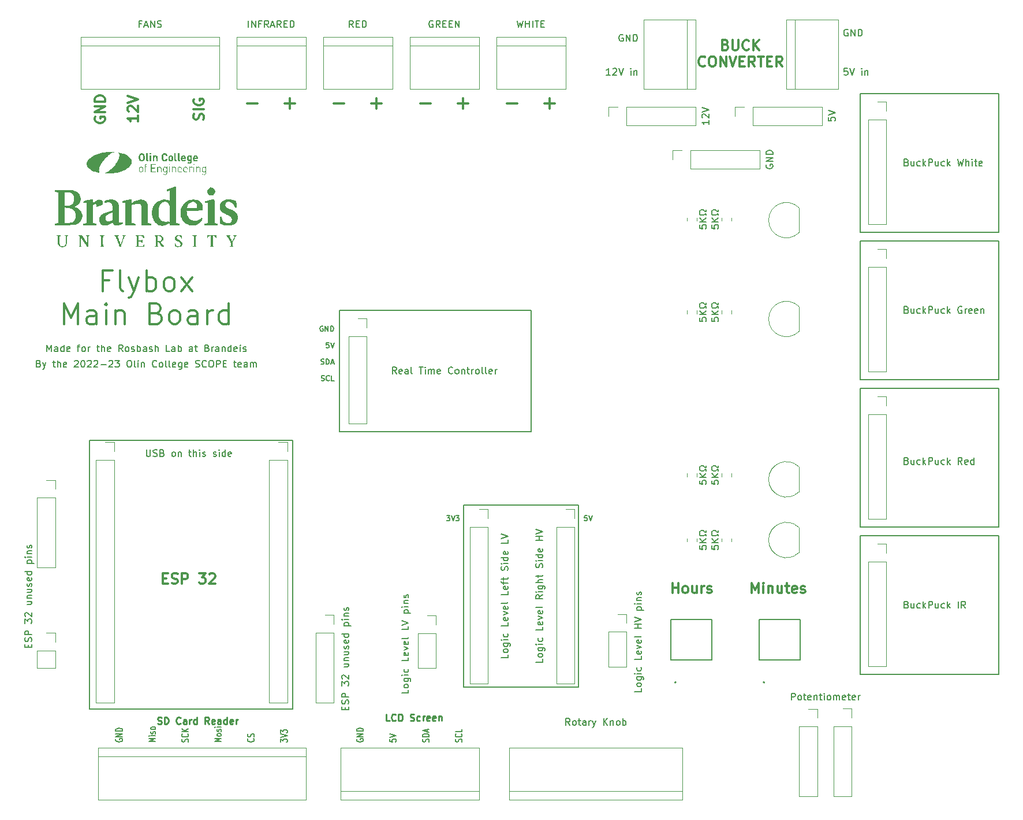
<source format=gto>
G04 #@! TF.GenerationSoftware,KiCad,Pcbnew,(6.0.7)*
G04 #@! TF.CreationDate,2023-03-12T11:36:06-04:00*
G04 #@! TF.ProjectId,FlyBoxBoard,466c7942-6f78-4426-9f61-72642e6b6963,rev?*
G04 #@! TF.SameCoordinates,Original*
G04 #@! TF.FileFunction,Legend,Top*
G04 #@! TF.FilePolarity,Positive*
%FSLAX46Y46*%
G04 Gerber Fmt 4.6, Leading zero omitted, Abs format (unit mm)*
G04 Created by KiCad (PCBNEW (6.0.7)) date 2023-03-12 11:36:06*
%MOMM*%
%LPD*%
G01*
G04 APERTURE LIST*
%ADD10C,0.150000*%
%ADD11C,0.187500*%
%ADD12C,0.250000*%
%ADD13C,0.300000*%
%ADD14C,0.200000*%
%ADD15C,0.120000*%
%ADD16C,0.127000*%
G04 APERTURE END LIST*
D10*
X142240000Y-92710000D02*
X162560000Y-92710000D01*
X162560000Y-92710000D02*
X162560000Y-72390000D01*
X162560000Y-72390000D02*
X142240000Y-72390000D01*
X142240000Y-72390000D02*
X142240000Y-92710000D01*
X142240000Y-71120000D02*
X162560000Y-71120000D01*
X162560000Y-71120000D02*
X162560000Y-50800000D01*
X162560000Y-50800000D02*
X142240000Y-50800000D01*
X142240000Y-50800000D02*
X142240000Y-71120000D01*
X29210000Y-119380000D02*
X59055000Y-119380000D01*
X59055000Y-119380000D02*
X59055000Y-80010000D01*
X59055000Y-80010000D02*
X29210000Y-80010000D01*
X29210000Y-80010000D02*
X29210000Y-119380000D01*
X142240000Y-114300000D02*
X162560000Y-114300000D01*
X162560000Y-114300000D02*
X162560000Y-93980000D01*
X162560000Y-93980000D02*
X142240000Y-93980000D01*
X142240000Y-93980000D02*
X142240000Y-114300000D01*
X84137500Y-116205000D02*
X100965000Y-116205000D01*
X100965000Y-116205000D02*
X100965000Y-89535000D01*
X100965000Y-89535000D02*
X84137500Y-89535000D01*
X84137500Y-89535000D02*
X84137500Y-116205000D01*
X65915700Y-78740000D02*
X93980000Y-78740000D01*
X93980000Y-78740000D02*
X93980000Y-60960000D01*
X93980000Y-60960000D02*
X65915700Y-60960000D01*
X65915700Y-60960000D02*
X65915700Y-78740000D01*
X142240000Y-49530000D02*
X162560000Y-49530000D01*
X162560000Y-49530000D02*
X162560000Y-29210000D01*
X162560000Y-29210000D02*
X142240000Y-29210000D01*
X142240000Y-29210000D02*
X142240000Y-49530000D01*
D11*
X33145000Y-123766696D02*
X33097380Y-123838125D01*
X33097380Y-123945267D01*
X33145000Y-124052410D01*
X33240238Y-124123839D01*
X33335476Y-124159553D01*
X33525952Y-124195267D01*
X33668809Y-124195267D01*
X33859285Y-124159553D01*
X33954523Y-124123839D01*
X34049761Y-124052410D01*
X34097380Y-123945267D01*
X34097380Y-123873839D01*
X34049761Y-123766696D01*
X34002142Y-123730982D01*
X33668809Y-123730982D01*
X33668809Y-123873839D01*
X34097380Y-123409553D02*
X33097380Y-123409553D01*
X34097380Y-122980982D01*
X33097380Y-122980982D01*
X34097380Y-122623839D02*
X33097380Y-122623839D01*
X33097380Y-122445267D01*
X33145000Y-122338125D01*
X33240238Y-122266696D01*
X33335476Y-122230982D01*
X33525952Y-122195267D01*
X33668809Y-122195267D01*
X33859285Y-122230982D01*
X33954523Y-122266696D01*
X34049761Y-122338125D01*
X34097380Y-122445267D01*
X34097380Y-122623839D01*
X38927380Y-124159553D02*
X37927380Y-124159553D01*
X38641666Y-123909553D01*
X37927380Y-123659553D01*
X38927380Y-123659553D01*
X38927380Y-123302410D02*
X38260714Y-123302410D01*
X37927380Y-123302410D02*
X37975000Y-123338125D01*
X38022619Y-123302410D01*
X37975000Y-123266696D01*
X37927380Y-123302410D01*
X38022619Y-123302410D01*
X38879761Y-122980982D02*
X38927380Y-122909553D01*
X38927380Y-122766696D01*
X38879761Y-122695267D01*
X38784523Y-122659553D01*
X38736904Y-122659553D01*
X38641666Y-122695267D01*
X38594047Y-122766696D01*
X38594047Y-122873839D01*
X38546428Y-122945267D01*
X38451190Y-122980982D01*
X38403571Y-122980982D01*
X38308333Y-122945267D01*
X38260714Y-122873839D01*
X38260714Y-122766696D01*
X38308333Y-122695267D01*
X38927380Y-122230982D02*
X38879761Y-122302410D01*
X38832142Y-122338125D01*
X38736904Y-122373839D01*
X38451190Y-122373839D01*
X38355952Y-122338125D01*
X38308333Y-122302410D01*
X38260714Y-122230982D01*
X38260714Y-122123839D01*
X38308333Y-122052410D01*
X38355952Y-122016696D01*
X38451190Y-121980982D01*
X38736904Y-121980982D01*
X38832142Y-122016696D01*
X38879761Y-122052410D01*
X38927380Y-122123839D01*
X38927380Y-122230982D01*
X43709761Y-124195267D02*
X43757380Y-124088125D01*
X43757380Y-123909553D01*
X43709761Y-123838125D01*
X43662142Y-123802410D01*
X43566904Y-123766696D01*
X43471666Y-123766696D01*
X43376428Y-123802410D01*
X43328809Y-123838125D01*
X43281190Y-123909553D01*
X43233571Y-124052410D01*
X43185952Y-124123839D01*
X43138333Y-124159553D01*
X43043095Y-124195267D01*
X42947857Y-124195267D01*
X42852619Y-124159553D01*
X42805000Y-124123839D01*
X42757380Y-124052410D01*
X42757380Y-123873839D01*
X42805000Y-123766696D01*
X43662142Y-123016696D02*
X43709761Y-123052410D01*
X43757380Y-123159553D01*
X43757380Y-123230982D01*
X43709761Y-123338125D01*
X43614523Y-123409553D01*
X43519285Y-123445267D01*
X43328809Y-123480982D01*
X43185952Y-123480982D01*
X42995476Y-123445267D01*
X42900238Y-123409553D01*
X42805000Y-123338125D01*
X42757380Y-123230982D01*
X42757380Y-123159553D01*
X42805000Y-123052410D01*
X42852619Y-123016696D01*
X43757380Y-122695267D02*
X42757380Y-122695267D01*
X43757380Y-122266696D02*
X43185952Y-122588125D01*
X42757380Y-122266696D02*
X43328809Y-122695267D01*
X48587380Y-124159553D02*
X47587380Y-124159553D01*
X48301666Y-123909553D01*
X47587380Y-123659553D01*
X48587380Y-123659553D01*
X48587380Y-123195267D02*
X48539761Y-123266696D01*
X48492142Y-123302410D01*
X48396904Y-123338125D01*
X48111190Y-123338125D01*
X48015952Y-123302410D01*
X47968333Y-123266696D01*
X47920714Y-123195267D01*
X47920714Y-123088125D01*
X47968333Y-123016696D01*
X48015952Y-122980982D01*
X48111190Y-122945267D01*
X48396904Y-122945267D01*
X48492142Y-122980982D01*
X48539761Y-123016696D01*
X48587380Y-123088125D01*
X48587380Y-123195267D01*
X48539761Y-122659553D02*
X48587380Y-122588125D01*
X48587380Y-122445267D01*
X48539761Y-122373839D01*
X48444523Y-122338125D01*
X48396904Y-122338125D01*
X48301666Y-122373839D01*
X48254047Y-122445267D01*
X48254047Y-122552410D01*
X48206428Y-122623839D01*
X48111190Y-122659553D01*
X48063571Y-122659553D01*
X47968333Y-122623839D01*
X47920714Y-122552410D01*
X47920714Y-122445267D01*
X47968333Y-122373839D01*
X48587380Y-122016696D02*
X47920714Y-122016696D01*
X47587380Y-122016696D02*
X47635000Y-122052410D01*
X47682619Y-122016696D01*
X47635000Y-121980982D01*
X47587380Y-122016696D01*
X47682619Y-122016696D01*
X53322142Y-123730982D02*
X53369761Y-123766696D01*
X53417380Y-123873839D01*
X53417380Y-123945267D01*
X53369761Y-124052410D01*
X53274523Y-124123839D01*
X53179285Y-124159553D01*
X52988809Y-124195267D01*
X52845952Y-124195267D01*
X52655476Y-124159553D01*
X52560238Y-124123839D01*
X52465000Y-124052410D01*
X52417380Y-123945267D01*
X52417380Y-123873839D01*
X52465000Y-123766696D01*
X52512619Y-123730982D01*
X53369761Y-123445267D02*
X53417380Y-123338125D01*
X53417380Y-123159553D01*
X53369761Y-123088125D01*
X53322142Y-123052410D01*
X53226904Y-123016696D01*
X53131666Y-123016696D01*
X53036428Y-123052410D01*
X52988809Y-123088125D01*
X52941190Y-123159553D01*
X52893571Y-123302410D01*
X52845952Y-123373839D01*
X52798333Y-123409553D01*
X52703095Y-123445267D01*
X52607857Y-123445267D01*
X52512619Y-123409553D01*
X52465000Y-123373839D01*
X52417380Y-123302410D01*
X52417380Y-123123839D01*
X52465000Y-123016696D01*
X57247380Y-124230982D02*
X57247380Y-123766696D01*
X57628333Y-124016696D01*
X57628333Y-123909553D01*
X57675952Y-123838125D01*
X57723571Y-123802410D01*
X57818809Y-123766696D01*
X58056904Y-123766696D01*
X58152142Y-123802410D01*
X58199761Y-123838125D01*
X58247380Y-123909553D01*
X58247380Y-124123839D01*
X58199761Y-124195267D01*
X58152142Y-124230982D01*
X57247380Y-123552410D02*
X58247380Y-123302410D01*
X57247380Y-123052410D01*
X57247380Y-122873839D02*
X57247380Y-122409553D01*
X57628333Y-122659553D01*
X57628333Y-122552410D01*
X57675952Y-122480982D01*
X57723571Y-122445267D01*
X57818809Y-122409553D01*
X58056904Y-122409553D01*
X58152142Y-122445267D01*
X58199761Y-122480982D01*
X58247380Y-122552410D01*
X58247380Y-122766696D01*
X58199761Y-122838125D01*
X58152142Y-122873839D01*
D12*
X39251666Y-121519761D02*
X39394523Y-121567380D01*
X39632619Y-121567380D01*
X39727857Y-121519761D01*
X39775476Y-121472142D01*
X39823095Y-121376904D01*
X39823095Y-121281666D01*
X39775476Y-121186428D01*
X39727857Y-121138809D01*
X39632619Y-121091190D01*
X39442142Y-121043571D01*
X39346904Y-120995952D01*
X39299285Y-120948333D01*
X39251666Y-120853095D01*
X39251666Y-120757857D01*
X39299285Y-120662619D01*
X39346904Y-120615000D01*
X39442142Y-120567380D01*
X39680238Y-120567380D01*
X39823095Y-120615000D01*
X40251666Y-121567380D02*
X40251666Y-120567380D01*
X40489761Y-120567380D01*
X40632619Y-120615000D01*
X40727857Y-120710238D01*
X40775476Y-120805476D01*
X40823095Y-120995952D01*
X40823095Y-121138809D01*
X40775476Y-121329285D01*
X40727857Y-121424523D01*
X40632619Y-121519761D01*
X40489761Y-121567380D01*
X40251666Y-121567380D01*
X42585000Y-121472142D02*
X42537380Y-121519761D01*
X42394523Y-121567380D01*
X42299285Y-121567380D01*
X42156428Y-121519761D01*
X42061190Y-121424523D01*
X42013571Y-121329285D01*
X41965952Y-121138809D01*
X41965952Y-120995952D01*
X42013571Y-120805476D01*
X42061190Y-120710238D01*
X42156428Y-120615000D01*
X42299285Y-120567380D01*
X42394523Y-120567380D01*
X42537380Y-120615000D01*
X42585000Y-120662619D01*
X43442142Y-121567380D02*
X43442142Y-121043571D01*
X43394523Y-120948333D01*
X43299285Y-120900714D01*
X43108809Y-120900714D01*
X43013571Y-120948333D01*
X43442142Y-121519761D02*
X43346904Y-121567380D01*
X43108809Y-121567380D01*
X43013571Y-121519761D01*
X42965952Y-121424523D01*
X42965952Y-121329285D01*
X43013571Y-121234047D01*
X43108809Y-121186428D01*
X43346904Y-121186428D01*
X43442142Y-121138809D01*
X43918333Y-121567380D02*
X43918333Y-120900714D01*
X43918333Y-121091190D02*
X43965952Y-120995952D01*
X44013571Y-120948333D01*
X44108809Y-120900714D01*
X44204047Y-120900714D01*
X44965952Y-121567380D02*
X44965952Y-120567380D01*
X44965952Y-121519761D02*
X44870714Y-121567380D01*
X44680238Y-121567380D01*
X44585000Y-121519761D01*
X44537380Y-121472142D01*
X44489761Y-121376904D01*
X44489761Y-121091190D01*
X44537380Y-120995952D01*
X44585000Y-120948333D01*
X44680238Y-120900714D01*
X44870714Y-120900714D01*
X44965952Y-120948333D01*
X46775476Y-121567380D02*
X46442142Y-121091190D01*
X46204047Y-121567380D02*
X46204047Y-120567380D01*
X46585000Y-120567380D01*
X46680238Y-120615000D01*
X46727857Y-120662619D01*
X46775476Y-120757857D01*
X46775476Y-120900714D01*
X46727857Y-120995952D01*
X46680238Y-121043571D01*
X46585000Y-121091190D01*
X46204047Y-121091190D01*
X47585000Y-121519761D02*
X47489761Y-121567380D01*
X47299285Y-121567380D01*
X47204047Y-121519761D01*
X47156428Y-121424523D01*
X47156428Y-121043571D01*
X47204047Y-120948333D01*
X47299285Y-120900714D01*
X47489761Y-120900714D01*
X47585000Y-120948333D01*
X47632619Y-121043571D01*
X47632619Y-121138809D01*
X47156428Y-121234047D01*
X48489761Y-121567380D02*
X48489761Y-121043571D01*
X48442142Y-120948333D01*
X48346904Y-120900714D01*
X48156428Y-120900714D01*
X48061190Y-120948333D01*
X48489761Y-121519761D02*
X48394523Y-121567380D01*
X48156428Y-121567380D01*
X48061190Y-121519761D01*
X48013571Y-121424523D01*
X48013571Y-121329285D01*
X48061190Y-121234047D01*
X48156428Y-121186428D01*
X48394523Y-121186428D01*
X48489761Y-121138809D01*
X49394523Y-121567380D02*
X49394523Y-120567380D01*
X49394523Y-121519761D02*
X49299285Y-121567380D01*
X49108809Y-121567380D01*
X49013571Y-121519761D01*
X48965952Y-121472142D01*
X48918333Y-121376904D01*
X48918333Y-121091190D01*
X48965952Y-120995952D01*
X49013571Y-120948333D01*
X49108809Y-120900714D01*
X49299285Y-120900714D01*
X49394523Y-120948333D01*
X50251666Y-121519761D02*
X50156428Y-121567380D01*
X49965952Y-121567380D01*
X49870714Y-121519761D01*
X49823095Y-121424523D01*
X49823095Y-121043571D01*
X49870714Y-120948333D01*
X49965952Y-120900714D01*
X50156428Y-120900714D01*
X50251666Y-120948333D01*
X50299285Y-121043571D01*
X50299285Y-121138809D01*
X49823095Y-121234047D01*
X50727857Y-121567380D02*
X50727857Y-120900714D01*
X50727857Y-121091190D02*
X50775476Y-120995952D01*
X50823095Y-120948333D01*
X50918333Y-120900714D01*
X51013571Y-120900714D01*
D13*
X114725714Y-102383571D02*
X114725714Y-100883571D01*
X114725714Y-101597857D02*
X115582857Y-101597857D01*
X115582857Y-102383571D02*
X115582857Y-100883571D01*
X116511428Y-102383571D02*
X116368571Y-102312142D01*
X116297142Y-102240714D01*
X116225714Y-102097857D01*
X116225714Y-101669285D01*
X116297142Y-101526428D01*
X116368571Y-101455000D01*
X116511428Y-101383571D01*
X116725714Y-101383571D01*
X116868571Y-101455000D01*
X116940000Y-101526428D01*
X117011428Y-101669285D01*
X117011428Y-102097857D01*
X116940000Y-102240714D01*
X116868571Y-102312142D01*
X116725714Y-102383571D01*
X116511428Y-102383571D01*
X118297142Y-101383571D02*
X118297142Y-102383571D01*
X117654285Y-101383571D02*
X117654285Y-102169285D01*
X117725714Y-102312142D01*
X117868571Y-102383571D01*
X118082857Y-102383571D01*
X118225714Y-102312142D01*
X118297142Y-102240714D01*
X119011428Y-102383571D02*
X119011428Y-101383571D01*
X119011428Y-101669285D02*
X119082857Y-101526428D01*
X119154285Y-101455000D01*
X119297142Y-101383571D01*
X119440000Y-101383571D01*
X119868571Y-102312142D02*
X120011428Y-102383571D01*
X120297142Y-102383571D01*
X120440000Y-102312142D01*
X120511428Y-102169285D01*
X120511428Y-102097857D01*
X120440000Y-101955000D01*
X120297142Y-101883571D01*
X120082857Y-101883571D01*
X119940000Y-101812142D01*
X119868571Y-101669285D01*
X119868571Y-101597857D01*
X119940000Y-101455000D01*
X120082857Y-101383571D01*
X120297142Y-101383571D01*
X120440000Y-101455000D01*
X126368571Y-102383571D02*
X126368571Y-100883571D01*
X126868571Y-101955000D01*
X127368571Y-100883571D01*
X127368571Y-102383571D01*
X128082857Y-102383571D02*
X128082857Y-101383571D01*
X128082857Y-100883571D02*
X128011428Y-100955000D01*
X128082857Y-101026428D01*
X128154285Y-100955000D01*
X128082857Y-100883571D01*
X128082857Y-101026428D01*
X128797142Y-101383571D02*
X128797142Y-102383571D01*
X128797142Y-101526428D02*
X128868571Y-101455000D01*
X129011428Y-101383571D01*
X129225714Y-101383571D01*
X129368571Y-101455000D01*
X129440000Y-101597857D01*
X129440000Y-102383571D01*
X130797142Y-101383571D02*
X130797142Y-102383571D01*
X130154285Y-101383571D02*
X130154285Y-102169285D01*
X130225714Y-102312142D01*
X130368571Y-102383571D01*
X130582857Y-102383571D01*
X130725714Y-102312142D01*
X130797142Y-102240714D01*
X131297142Y-101383571D02*
X131868571Y-101383571D01*
X131511428Y-100883571D02*
X131511428Y-102169285D01*
X131582857Y-102312142D01*
X131725714Y-102383571D01*
X131868571Y-102383571D01*
X132940000Y-102312142D02*
X132797142Y-102383571D01*
X132511428Y-102383571D01*
X132368571Y-102312142D01*
X132297142Y-102169285D01*
X132297142Y-101597857D01*
X132368571Y-101455000D01*
X132511428Y-101383571D01*
X132797142Y-101383571D01*
X132940000Y-101455000D01*
X133011428Y-101597857D01*
X133011428Y-101740714D01*
X132297142Y-101883571D01*
X133582857Y-102312142D02*
X133725714Y-102383571D01*
X134011428Y-102383571D01*
X134154285Y-102312142D01*
X134225714Y-102169285D01*
X134225714Y-102097857D01*
X134154285Y-101955000D01*
X134011428Y-101883571D01*
X133797142Y-101883571D01*
X133654285Y-101812142D01*
X133582857Y-101669285D01*
X133582857Y-101597857D01*
X133654285Y-101455000D01*
X133797142Y-101383571D01*
X134011428Y-101383571D01*
X134154285Y-101455000D01*
D10*
X107481666Y-20582000D02*
X107386428Y-20534380D01*
X107243571Y-20534380D01*
X107100713Y-20582000D01*
X107005475Y-20677238D01*
X106957856Y-20772476D01*
X106910237Y-20962952D01*
X106910237Y-21105809D01*
X106957856Y-21296285D01*
X107005475Y-21391523D01*
X107100713Y-21486761D01*
X107243571Y-21534380D01*
X107338809Y-21534380D01*
X107481666Y-21486761D01*
X107529285Y-21439142D01*
X107529285Y-21105809D01*
X107338809Y-21105809D01*
X107957856Y-21534380D02*
X107957856Y-20534380D01*
X108529285Y-21534380D01*
X108529285Y-20534380D01*
X109005475Y-21534380D02*
X109005475Y-20534380D01*
X109243571Y-20534380D01*
X109386428Y-20582000D01*
X109481666Y-20677238D01*
X109529285Y-20772476D01*
X109576904Y-20962952D01*
X109576904Y-21105809D01*
X109529285Y-21296285D01*
X109481666Y-21391523D01*
X109386428Y-21486761D01*
X109243571Y-21534380D01*
X109005475Y-21534380D01*
D11*
X68455000Y-123766696D02*
X68407380Y-123838125D01*
X68407380Y-123945267D01*
X68455000Y-124052410D01*
X68550238Y-124123839D01*
X68645476Y-124159553D01*
X68835952Y-124195267D01*
X68978809Y-124195267D01*
X69169285Y-124159553D01*
X69264523Y-124123839D01*
X69359761Y-124052410D01*
X69407380Y-123945267D01*
X69407380Y-123873839D01*
X69359761Y-123766696D01*
X69312142Y-123730982D01*
X68978809Y-123730982D01*
X68978809Y-123873839D01*
X69407380Y-123409553D02*
X68407380Y-123409553D01*
X69407380Y-122980982D01*
X68407380Y-122980982D01*
X69407380Y-122623839D02*
X68407380Y-122623839D01*
X68407380Y-122445267D01*
X68455000Y-122338125D01*
X68550238Y-122266696D01*
X68645476Y-122230982D01*
X68835952Y-122195267D01*
X68978809Y-122195267D01*
X69169285Y-122230982D01*
X69264523Y-122266696D01*
X69359761Y-122338125D01*
X69407380Y-122445267D01*
X69407380Y-122623839D01*
X73237380Y-123802410D02*
X73237380Y-124159553D01*
X73713571Y-124195267D01*
X73665952Y-124159553D01*
X73618333Y-124088125D01*
X73618333Y-123909553D01*
X73665952Y-123838125D01*
X73713571Y-123802410D01*
X73808809Y-123766696D01*
X74046904Y-123766696D01*
X74142142Y-123802410D01*
X74189761Y-123838125D01*
X74237380Y-123909553D01*
X74237380Y-124088125D01*
X74189761Y-124159553D01*
X74142142Y-124195267D01*
X73237380Y-123552410D02*
X74237380Y-123302410D01*
X73237380Y-123052410D01*
X79019761Y-124195267D02*
X79067380Y-124088125D01*
X79067380Y-123909553D01*
X79019761Y-123838125D01*
X78972142Y-123802410D01*
X78876904Y-123766696D01*
X78781666Y-123766696D01*
X78686428Y-123802410D01*
X78638809Y-123838125D01*
X78591190Y-123909553D01*
X78543571Y-124052410D01*
X78495952Y-124123839D01*
X78448333Y-124159553D01*
X78353095Y-124195267D01*
X78257857Y-124195267D01*
X78162619Y-124159553D01*
X78115000Y-124123839D01*
X78067380Y-124052410D01*
X78067380Y-123873839D01*
X78115000Y-123766696D01*
X79067380Y-123445267D02*
X78067380Y-123445267D01*
X78067380Y-123266696D01*
X78115000Y-123159553D01*
X78210238Y-123088125D01*
X78305476Y-123052410D01*
X78495952Y-123016696D01*
X78638809Y-123016696D01*
X78829285Y-123052410D01*
X78924523Y-123088125D01*
X79019761Y-123159553D01*
X79067380Y-123266696D01*
X79067380Y-123445267D01*
X78781666Y-122730982D02*
X78781666Y-122373839D01*
X79067380Y-122802410D02*
X78067380Y-122552410D01*
X79067380Y-122302410D01*
X83849761Y-124195267D02*
X83897380Y-124088125D01*
X83897380Y-123909553D01*
X83849761Y-123838125D01*
X83802142Y-123802410D01*
X83706904Y-123766696D01*
X83611666Y-123766696D01*
X83516428Y-123802410D01*
X83468809Y-123838125D01*
X83421190Y-123909553D01*
X83373571Y-124052410D01*
X83325952Y-124123839D01*
X83278333Y-124159553D01*
X83183095Y-124195267D01*
X83087857Y-124195267D01*
X82992619Y-124159553D01*
X82945000Y-124123839D01*
X82897380Y-124052410D01*
X82897380Y-123873839D01*
X82945000Y-123766696D01*
X83802142Y-123016696D02*
X83849761Y-123052410D01*
X83897380Y-123159553D01*
X83897380Y-123230982D01*
X83849761Y-123338125D01*
X83754523Y-123409553D01*
X83659285Y-123445267D01*
X83468809Y-123480982D01*
X83325952Y-123480982D01*
X83135476Y-123445267D01*
X83040238Y-123409553D01*
X82945000Y-123338125D01*
X82897380Y-123230982D01*
X82897380Y-123159553D01*
X82945000Y-123052410D01*
X82992619Y-123016696D01*
X83897380Y-122338125D02*
X83897380Y-122695267D01*
X82897380Y-122695267D01*
D10*
X37600714Y-81367380D02*
X37600714Y-82176904D01*
X37648333Y-82272142D01*
X37695952Y-82319761D01*
X37791190Y-82367380D01*
X37981666Y-82367380D01*
X38076904Y-82319761D01*
X38124523Y-82272142D01*
X38172142Y-82176904D01*
X38172142Y-81367380D01*
X38600714Y-82319761D02*
X38743571Y-82367380D01*
X38981666Y-82367380D01*
X39076904Y-82319761D01*
X39124523Y-82272142D01*
X39172142Y-82176904D01*
X39172142Y-82081666D01*
X39124523Y-81986428D01*
X39076904Y-81938809D01*
X38981666Y-81891190D01*
X38791190Y-81843571D01*
X38695952Y-81795952D01*
X38648333Y-81748333D01*
X38600714Y-81653095D01*
X38600714Y-81557857D01*
X38648333Y-81462619D01*
X38695952Y-81415000D01*
X38791190Y-81367380D01*
X39029285Y-81367380D01*
X39172142Y-81415000D01*
X39934047Y-81843571D02*
X40076904Y-81891190D01*
X40124523Y-81938809D01*
X40172142Y-82034047D01*
X40172142Y-82176904D01*
X40124523Y-82272142D01*
X40076904Y-82319761D01*
X39981666Y-82367380D01*
X39600714Y-82367380D01*
X39600714Y-81367380D01*
X39934047Y-81367380D01*
X40029285Y-81415000D01*
X40076904Y-81462619D01*
X40124523Y-81557857D01*
X40124523Y-81653095D01*
X40076904Y-81748333D01*
X40029285Y-81795952D01*
X39934047Y-81843571D01*
X39600714Y-81843571D01*
X41505476Y-82367380D02*
X41410238Y-82319761D01*
X41362619Y-82272142D01*
X41315000Y-82176904D01*
X41315000Y-81891190D01*
X41362619Y-81795952D01*
X41410238Y-81748333D01*
X41505476Y-81700714D01*
X41648333Y-81700714D01*
X41743571Y-81748333D01*
X41791190Y-81795952D01*
X41838809Y-81891190D01*
X41838809Y-82176904D01*
X41791190Y-82272142D01*
X41743571Y-82319761D01*
X41648333Y-82367380D01*
X41505476Y-82367380D01*
X42267380Y-81700714D02*
X42267380Y-82367380D01*
X42267380Y-81795952D02*
X42315000Y-81748333D01*
X42410238Y-81700714D01*
X42553095Y-81700714D01*
X42648333Y-81748333D01*
X42695952Y-81843571D01*
X42695952Y-82367380D01*
X43791190Y-81700714D02*
X44172142Y-81700714D01*
X43934047Y-81367380D02*
X43934047Y-82224523D01*
X43981666Y-82319761D01*
X44076904Y-82367380D01*
X44172142Y-82367380D01*
X44505476Y-82367380D02*
X44505476Y-81367380D01*
X44934047Y-82367380D02*
X44934047Y-81843571D01*
X44886428Y-81748333D01*
X44791190Y-81700714D01*
X44648333Y-81700714D01*
X44553095Y-81748333D01*
X44505476Y-81795952D01*
X45410238Y-82367380D02*
X45410238Y-81700714D01*
X45410238Y-81367380D02*
X45362619Y-81415000D01*
X45410238Y-81462619D01*
X45457857Y-81415000D01*
X45410238Y-81367380D01*
X45410238Y-81462619D01*
X45838809Y-82319761D02*
X45934047Y-82367380D01*
X46124523Y-82367380D01*
X46219761Y-82319761D01*
X46267380Y-82224523D01*
X46267380Y-82176904D01*
X46219761Y-82081666D01*
X46124523Y-82034047D01*
X45981666Y-82034047D01*
X45886428Y-81986428D01*
X45838809Y-81891190D01*
X45838809Y-81843571D01*
X45886428Y-81748333D01*
X45981666Y-81700714D01*
X46124523Y-81700714D01*
X46219761Y-81748333D01*
X47410238Y-82319761D02*
X47505476Y-82367380D01*
X47695952Y-82367380D01*
X47791190Y-82319761D01*
X47838809Y-82224523D01*
X47838809Y-82176904D01*
X47791190Y-82081666D01*
X47695952Y-82034047D01*
X47553095Y-82034047D01*
X47457857Y-81986428D01*
X47410238Y-81891190D01*
X47410238Y-81843571D01*
X47457857Y-81748333D01*
X47553095Y-81700714D01*
X47695952Y-81700714D01*
X47791190Y-81748333D01*
X48267380Y-82367380D02*
X48267380Y-81700714D01*
X48267380Y-81367380D02*
X48219761Y-81415000D01*
X48267380Y-81462619D01*
X48315000Y-81415000D01*
X48267380Y-81367380D01*
X48267380Y-81462619D01*
X49172142Y-82367380D02*
X49172142Y-81367380D01*
X49172142Y-82319761D02*
X49076904Y-82367380D01*
X48886428Y-82367380D01*
X48791190Y-82319761D01*
X48743571Y-82272142D01*
X48695952Y-82176904D01*
X48695952Y-81891190D01*
X48743571Y-81795952D01*
X48791190Y-81748333D01*
X48886428Y-81700714D01*
X49076904Y-81700714D01*
X49172142Y-81748333D01*
X50029285Y-82319761D02*
X49934047Y-82367380D01*
X49743571Y-82367380D01*
X49648333Y-82319761D01*
X49600714Y-82224523D01*
X49600714Y-81843571D01*
X49648333Y-81748333D01*
X49743571Y-81700714D01*
X49934047Y-81700714D01*
X50029285Y-81748333D01*
X50076904Y-81843571D01*
X50076904Y-81938809D01*
X49600714Y-82034047D01*
D13*
X77756190Y-30622857D02*
X79280000Y-30622857D01*
X83280000Y-30622857D02*
X84803809Y-30622857D01*
X84041904Y-31384761D02*
X84041904Y-29860952D01*
X32163428Y-56552714D02*
X31163428Y-56552714D01*
X31163428Y-58124142D02*
X31163428Y-55124142D01*
X32592000Y-55124142D01*
X34163428Y-58124142D02*
X33877714Y-57981285D01*
X33734857Y-57695571D01*
X33734857Y-55124142D01*
X35020571Y-56124142D02*
X35734857Y-58124142D01*
X36449142Y-56124142D02*
X35734857Y-58124142D01*
X35449142Y-58838428D01*
X35306285Y-58981285D01*
X35020571Y-59124142D01*
X37592000Y-58124142D02*
X37592000Y-55124142D01*
X37592000Y-56267000D02*
X37877714Y-56124142D01*
X38449142Y-56124142D01*
X38734857Y-56267000D01*
X38877714Y-56409857D01*
X39020571Y-56695571D01*
X39020571Y-57552714D01*
X38877714Y-57838428D01*
X38734857Y-57981285D01*
X38449142Y-58124142D01*
X37877714Y-58124142D01*
X37592000Y-57981285D01*
X40734857Y-58124142D02*
X40449142Y-57981285D01*
X40306285Y-57838428D01*
X40163428Y-57552714D01*
X40163428Y-56695571D01*
X40306285Y-56409857D01*
X40449142Y-56267000D01*
X40734857Y-56124142D01*
X41163428Y-56124142D01*
X41449142Y-56267000D01*
X41592000Y-56409857D01*
X41734857Y-56695571D01*
X41734857Y-57552714D01*
X41592000Y-57838428D01*
X41449142Y-57981285D01*
X41163428Y-58124142D01*
X40734857Y-58124142D01*
X42734857Y-58124142D02*
X44306285Y-56124142D01*
X42734857Y-56124142D02*
X44306285Y-58124142D01*
X25520571Y-62954142D02*
X25520571Y-59954142D01*
X26520571Y-62097000D01*
X27520571Y-59954142D01*
X27520571Y-62954142D01*
X30234857Y-62954142D02*
X30234857Y-61382714D01*
X30092000Y-61097000D01*
X29806285Y-60954142D01*
X29234857Y-60954142D01*
X28949142Y-61097000D01*
X30234857Y-62811285D02*
X29949142Y-62954142D01*
X29234857Y-62954142D01*
X28949142Y-62811285D01*
X28806285Y-62525571D01*
X28806285Y-62239857D01*
X28949142Y-61954142D01*
X29234857Y-61811285D01*
X29949142Y-61811285D01*
X30234857Y-61668428D01*
X31663428Y-62954142D02*
X31663428Y-60954142D01*
X31663428Y-59954142D02*
X31520571Y-60097000D01*
X31663428Y-60239857D01*
X31806285Y-60097000D01*
X31663428Y-59954142D01*
X31663428Y-60239857D01*
X33092000Y-60954142D02*
X33092000Y-62954142D01*
X33092000Y-61239857D02*
X33234857Y-61097000D01*
X33520571Y-60954142D01*
X33949142Y-60954142D01*
X34234857Y-61097000D01*
X34377714Y-61382714D01*
X34377714Y-62954142D01*
X39092000Y-61382714D02*
X39520571Y-61525571D01*
X39663428Y-61668428D01*
X39806285Y-61954142D01*
X39806285Y-62382714D01*
X39663428Y-62668428D01*
X39520571Y-62811285D01*
X39234857Y-62954142D01*
X38092000Y-62954142D01*
X38092000Y-59954142D01*
X39092000Y-59954142D01*
X39377714Y-60097000D01*
X39520571Y-60239857D01*
X39663428Y-60525571D01*
X39663428Y-60811285D01*
X39520571Y-61097000D01*
X39377714Y-61239857D01*
X39092000Y-61382714D01*
X38092000Y-61382714D01*
X41520571Y-62954142D02*
X41234857Y-62811285D01*
X41092000Y-62668428D01*
X40949142Y-62382714D01*
X40949142Y-61525571D01*
X41092000Y-61239857D01*
X41234857Y-61097000D01*
X41520571Y-60954142D01*
X41949142Y-60954142D01*
X42234857Y-61097000D01*
X42377714Y-61239857D01*
X42520571Y-61525571D01*
X42520571Y-62382714D01*
X42377714Y-62668428D01*
X42234857Y-62811285D01*
X41949142Y-62954142D01*
X41520571Y-62954142D01*
X45092000Y-62954142D02*
X45092000Y-61382714D01*
X44949142Y-61097000D01*
X44663428Y-60954142D01*
X44092000Y-60954142D01*
X43806285Y-61097000D01*
X45092000Y-62811285D02*
X44806285Y-62954142D01*
X44092000Y-62954142D01*
X43806285Y-62811285D01*
X43663428Y-62525571D01*
X43663428Y-62239857D01*
X43806285Y-61954142D01*
X44092000Y-61811285D01*
X44806285Y-61811285D01*
X45092000Y-61668428D01*
X46520571Y-62954142D02*
X46520571Y-60954142D01*
X46520571Y-61525571D02*
X46663428Y-61239857D01*
X46806285Y-61097000D01*
X47092000Y-60954142D01*
X47377714Y-60954142D01*
X49663428Y-62954142D02*
X49663428Y-59954142D01*
X49663428Y-62811285D02*
X49377714Y-62954142D01*
X48806285Y-62954142D01*
X48520571Y-62811285D01*
X48377714Y-62668428D01*
X48234857Y-62382714D01*
X48234857Y-61525571D01*
X48377714Y-61239857D01*
X48520571Y-61097000D01*
X48806285Y-60954142D01*
X49377714Y-60954142D01*
X49663428Y-61097000D01*
D14*
X21806285Y-68762571D02*
X21949142Y-68810190D01*
X21996761Y-68857809D01*
X22044380Y-68953047D01*
X22044380Y-69095904D01*
X21996761Y-69191142D01*
X21949142Y-69238761D01*
X21853904Y-69286380D01*
X21472952Y-69286380D01*
X21472952Y-68286380D01*
X21806285Y-68286380D01*
X21901523Y-68334000D01*
X21949142Y-68381619D01*
X21996761Y-68476857D01*
X21996761Y-68572095D01*
X21949142Y-68667333D01*
X21901523Y-68714952D01*
X21806285Y-68762571D01*
X21472952Y-68762571D01*
X22377714Y-68619714D02*
X22615809Y-69286380D01*
X22853904Y-68619714D02*
X22615809Y-69286380D01*
X22520571Y-69524476D01*
X22472952Y-69572095D01*
X22377714Y-69619714D01*
X23853904Y-68619714D02*
X24234857Y-68619714D01*
X23996761Y-68286380D02*
X23996761Y-69143523D01*
X24044380Y-69238761D01*
X24139619Y-69286380D01*
X24234857Y-69286380D01*
X24568190Y-69286380D02*
X24568190Y-68286380D01*
X24996761Y-69286380D02*
X24996761Y-68762571D01*
X24949142Y-68667333D01*
X24853904Y-68619714D01*
X24711047Y-68619714D01*
X24615809Y-68667333D01*
X24568190Y-68714952D01*
X25853904Y-69238761D02*
X25758666Y-69286380D01*
X25568190Y-69286380D01*
X25472952Y-69238761D01*
X25425333Y-69143523D01*
X25425333Y-68762571D01*
X25472952Y-68667333D01*
X25568190Y-68619714D01*
X25758666Y-68619714D01*
X25853904Y-68667333D01*
X25901523Y-68762571D01*
X25901523Y-68857809D01*
X25425333Y-68953047D01*
X27044380Y-68381619D02*
X27091999Y-68334000D01*
X27187238Y-68286380D01*
X27425333Y-68286380D01*
X27520571Y-68334000D01*
X27568190Y-68381619D01*
X27615809Y-68476857D01*
X27615809Y-68572095D01*
X27568190Y-68714952D01*
X26996761Y-69286380D01*
X27615809Y-69286380D01*
X28234857Y-68286380D02*
X28330095Y-68286380D01*
X28425333Y-68334000D01*
X28472952Y-68381619D01*
X28520571Y-68476857D01*
X28568190Y-68667333D01*
X28568190Y-68905428D01*
X28520571Y-69095904D01*
X28472952Y-69191142D01*
X28425333Y-69238761D01*
X28330095Y-69286380D01*
X28234857Y-69286380D01*
X28139619Y-69238761D01*
X28091999Y-69191142D01*
X28044380Y-69095904D01*
X27996761Y-68905428D01*
X27996761Y-68667333D01*
X28044380Y-68476857D01*
X28091999Y-68381619D01*
X28139619Y-68334000D01*
X28234857Y-68286380D01*
X28949142Y-68381619D02*
X28996761Y-68334000D01*
X29091999Y-68286380D01*
X29330095Y-68286380D01*
X29425333Y-68334000D01*
X29472952Y-68381619D01*
X29520571Y-68476857D01*
X29520571Y-68572095D01*
X29472952Y-68714952D01*
X28901523Y-69286380D01*
X29520571Y-69286380D01*
X29901523Y-68381619D02*
X29949142Y-68334000D01*
X30044380Y-68286380D01*
X30282476Y-68286380D01*
X30377714Y-68334000D01*
X30425333Y-68381619D01*
X30472952Y-68476857D01*
X30472952Y-68572095D01*
X30425333Y-68714952D01*
X29853904Y-69286380D01*
X30472952Y-69286380D01*
X30901523Y-68905428D02*
X31663428Y-68905428D01*
X32091999Y-68381619D02*
X32139619Y-68334000D01*
X32234857Y-68286380D01*
X32472952Y-68286380D01*
X32568190Y-68334000D01*
X32615809Y-68381619D01*
X32663428Y-68476857D01*
X32663428Y-68572095D01*
X32615809Y-68714952D01*
X32044380Y-69286380D01*
X32663428Y-69286380D01*
X32996761Y-68286380D02*
X33615809Y-68286380D01*
X33282476Y-68667333D01*
X33425333Y-68667333D01*
X33520571Y-68714952D01*
X33568190Y-68762571D01*
X33615809Y-68857809D01*
X33615809Y-69095904D01*
X33568190Y-69191142D01*
X33520571Y-69238761D01*
X33425333Y-69286380D01*
X33139619Y-69286380D01*
X33044380Y-69238761D01*
X32996761Y-69191142D01*
X34996761Y-68286380D02*
X35187238Y-68286380D01*
X35282476Y-68334000D01*
X35377714Y-68429238D01*
X35425333Y-68619714D01*
X35425333Y-68953047D01*
X35377714Y-69143523D01*
X35282476Y-69238761D01*
X35187238Y-69286380D01*
X34996761Y-69286380D01*
X34901523Y-69238761D01*
X34806285Y-69143523D01*
X34758666Y-68953047D01*
X34758666Y-68619714D01*
X34806285Y-68429238D01*
X34901523Y-68334000D01*
X34996761Y-68286380D01*
X35996761Y-69286380D02*
X35901523Y-69238761D01*
X35853904Y-69143523D01*
X35853904Y-68286380D01*
X36377714Y-69286380D02*
X36377714Y-68619714D01*
X36377714Y-68286380D02*
X36330095Y-68334000D01*
X36377714Y-68381619D01*
X36425333Y-68334000D01*
X36377714Y-68286380D01*
X36377714Y-68381619D01*
X36853904Y-68619714D02*
X36853904Y-69286380D01*
X36853904Y-68714952D02*
X36901523Y-68667333D01*
X36996761Y-68619714D01*
X37139619Y-68619714D01*
X37234857Y-68667333D01*
X37282476Y-68762571D01*
X37282476Y-69286380D01*
X39091999Y-69191142D02*
X39044380Y-69238761D01*
X38901523Y-69286380D01*
X38806285Y-69286380D01*
X38663428Y-69238761D01*
X38568190Y-69143523D01*
X38520571Y-69048285D01*
X38472952Y-68857809D01*
X38472952Y-68714952D01*
X38520571Y-68524476D01*
X38568190Y-68429238D01*
X38663428Y-68334000D01*
X38806285Y-68286380D01*
X38901523Y-68286380D01*
X39044380Y-68334000D01*
X39091999Y-68381619D01*
X39663428Y-69286380D02*
X39568190Y-69238761D01*
X39520571Y-69191142D01*
X39472952Y-69095904D01*
X39472952Y-68810190D01*
X39520571Y-68714952D01*
X39568190Y-68667333D01*
X39663428Y-68619714D01*
X39806285Y-68619714D01*
X39901523Y-68667333D01*
X39949142Y-68714952D01*
X39996761Y-68810190D01*
X39996761Y-69095904D01*
X39949142Y-69191142D01*
X39901523Y-69238761D01*
X39806285Y-69286380D01*
X39663428Y-69286380D01*
X40568190Y-69286380D02*
X40472952Y-69238761D01*
X40425333Y-69143523D01*
X40425333Y-68286380D01*
X41091999Y-69286380D02*
X40996761Y-69238761D01*
X40949142Y-69143523D01*
X40949142Y-68286380D01*
X41853904Y-69238761D02*
X41758666Y-69286380D01*
X41568190Y-69286380D01*
X41472952Y-69238761D01*
X41425333Y-69143523D01*
X41425333Y-68762571D01*
X41472952Y-68667333D01*
X41568190Y-68619714D01*
X41758666Y-68619714D01*
X41853904Y-68667333D01*
X41901523Y-68762571D01*
X41901523Y-68857809D01*
X41425333Y-68953047D01*
X42758666Y-68619714D02*
X42758666Y-69429238D01*
X42711047Y-69524476D01*
X42663428Y-69572095D01*
X42568190Y-69619714D01*
X42425333Y-69619714D01*
X42330095Y-69572095D01*
X42758666Y-69238761D02*
X42663428Y-69286380D01*
X42472952Y-69286380D01*
X42377714Y-69238761D01*
X42330095Y-69191142D01*
X42282476Y-69095904D01*
X42282476Y-68810190D01*
X42330095Y-68714952D01*
X42377714Y-68667333D01*
X42472952Y-68619714D01*
X42663428Y-68619714D01*
X42758666Y-68667333D01*
X43615809Y-69238761D02*
X43520571Y-69286380D01*
X43330095Y-69286380D01*
X43234857Y-69238761D01*
X43187238Y-69143523D01*
X43187238Y-68762571D01*
X43234857Y-68667333D01*
X43330095Y-68619714D01*
X43520571Y-68619714D01*
X43615809Y-68667333D01*
X43663428Y-68762571D01*
X43663428Y-68857809D01*
X43187238Y-68953047D01*
X44806285Y-69238761D02*
X44949142Y-69286380D01*
X45187238Y-69286380D01*
X45282476Y-69238761D01*
X45330095Y-69191142D01*
X45377714Y-69095904D01*
X45377714Y-69000666D01*
X45330095Y-68905428D01*
X45282476Y-68857809D01*
X45187238Y-68810190D01*
X44996761Y-68762571D01*
X44901523Y-68714952D01*
X44853904Y-68667333D01*
X44806285Y-68572095D01*
X44806285Y-68476857D01*
X44853904Y-68381619D01*
X44901523Y-68334000D01*
X44996761Y-68286380D01*
X45234857Y-68286380D01*
X45377714Y-68334000D01*
X46377714Y-69191142D02*
X46330095Y-69238761D01*
X46187238Y-69286380D01*
X46091999Y-69286380D01*
X45949142Y-69238761D01*
X45853904Y-69143523D01*
X45806285Y-69048285D01*
X45758666Y-68857809D01*
X45758666Y-68714952D01*
X45806285Y-68524476D01*
X45853904Y-68429238D01*
X45949142Y-68334000D01*
X46091999Y-68286380D01*
X46187238Y-68286380D01*
X46330095Y-68334000D01*
X46377714Y-68381619D01*
X46996761Y-68286380D02*
X47187238Y-68286380D01*
X47282476Y-68334000D01*
X47377714Y-68429238D01*
X47425333Y-68619714D01*
X47425333Y-68953047D01*
X47377714Y-69143523D01*
X47282476Y-69238761D01*
X47187238Y-69286380D01*
X46996761Y-69286380D01*
X46901523Y-69238761D01*
X46806285Y-69143523D01*
X46758666Y-68953047D01*
X46758666Y-68619714D01*
X46806285Y-68429238D01*
X46901523Y-68334000D01*
X46996761Y-68286380D01*
X47853904Y-69286380D02*
X47853904Y-68286380D01*
X48234857Y-68286380D01*
X48330095Y-68334000D01*
X48377714Y-68381619D01*
X48425333Y-68476857D01*
X48425333Y-68619714D01*
X48377714Y-68714952D01*
X48330095Y-68762571D01*
X48234857Y-68810190D01*
X47853904Y-68810190D01*
X48853904Y-68762571D02*
X49187238Y-68762571D01*
X49330095Y-69286380D02*
X48853904Y-69286380D01*
X48853904Y-68286380D01*
X49330095Y-68286380D01*
X50377714Y-68619714D02*
X50758666Y-68619714D01*
X50520571Y-68286380D02*
X50520571Y-69143523D01*
X50568190Y-69238761D01*
X50663428Y-69286380D01*
X50758666Y-69286380D01*
X51472952Y-69238761D02*
X51377714Y-69286380D01*
X51187238Y-69286380D01*
X51091999Y-69238761D01*
X51044380Y-69143523D01*
X51044380Y-68762571D01*
X51091999Y-68667333D01*
X51187238Y-68619714D01*
X51377714Y-68619714D01*
X51472952Y-68667333D01*
X51520571Y-68762571D01*
X51520571Y-68857809D01*
X51044380Y-68953047D01*
X52377714Y-69286380D02*
X52377714Y-68762571D01*
X52330095Y-68667333D01*
X52234857Y-68619714D01*
X52044380Y-68619714D01*
X51949142Y-68667333D01*
X52377714Y-69238761D02*
X52282476Y-69286380D01*
X52044380Y-69286380D01*
X51949142Y-69238761D01*
X51901523Y-69143523D01*
X51901523Y-69048285D01*
X51949142Y-68953047D01*
X52044380Y-68905428D01*
X52282476Y-68905428D01*
X52377714Y-68857809D01*
X52853904Y-69286380D02*
X52853904Y-68619714D01*
X52853904Y-68714952D02*
X52901523Y-68667333D01*
X52996761Y-68619714D01*
X53139619Y-68619714D01*
X53234857Y-68667333D01*
X53282476Y-68762571D01*
X53282476Y-69286380D01*
X53282476Y-68762571D02*
X53330095Y-68667333D01*
X53425333Y-68619714D01*
X53568190Y-68619714D01*
X53663428Y-68667333D01*
X53711047Y-68762571D01*
X53711047Y-69286380D01*
D10*
X63466214Y-63312500D02*
X63394785Y-63276785D01*
X63287642Y-63276785D01*
X63180500Y-63312500D01*
X63109071Y-63383928D01*
X63073357Y-63455357D01*
X63037642Y-63598214D01*
X63037642Y-63705357D01*
X63073357Y-63848214D01*
X63109071Y-63919642D01*
X63180500Y-63991071D01*
X63287642Y-64026785D01*
X63359071Y-64026785D01*
X63466214Y-63991071D01*
X63501928Y-63955357D01*
X63501928Y-63705357D01*
X63359071Y-63705357D01*
X63823357Y-64026785D02*
X63823357Y-63276785D01*
X64251928Y-64026785D01*
X64251928Y-63276785D01*
X64609071Y-64026785D02*
X64609071Y-63276785D01*
X64787642Y-63276785D01*
X64894785Y-63312500D01*
X64966214Y-63383928D01*
X65001928Y-63455357D01*
X65037642Y-63598214D01*
X65037642Y-63705357D01*
X65001928Y-63848214D01*
X64966214Y-63919642D01*
X64894785Y-63991071D01*
X64787642Y-64026785D01*
X64609071Y-64026785D01*
X64359071Y-65691785D02*
X64001928Y-65691785D01*
X63966214Y-66048928D01*
X64001928Y-66013214D01*
X64073357Y-65977500D01*
X64251928Y-65977500D01*
X64323357Y-66013214D01*
X64359071Y-66048928D01*
X64394785Y-66120357D01*
X64394785Y-66298928D01*
X64359071Y-66370357D01*
X64323357Y-66406071D01*
X64251928Y-66441785D01*
X64073357Y-66441785D01*
X64001928Y-66406071D01*
X63966214Y-66370357D01*
X64609071Y-65691785D02*
X64859071Y-66441785D01*
X65109071Y-65691785D01*
X63216214Y-68821071D02*
X63323357Y-68856785D01*
X63501928Y-68856785D01*
X63573357Y-68821071D01*
X63609071Y-68785357D01*
X63644785Y-68713928D01*
X63644785Y-68642500D01*
X63609071Y-68571071D01*
X63573357Y-68535357D01*
X63501928Y-68499642D01*
X63359071Y-68463928D01*
X63287642Y-68428214D01*
X63251928Y-68392500D01*
X63216214Y-68321071D01*
X63216214Y-68249642D01*
X63251928Y-68178214D01*
X63287642Y-68142500D01*
X63359071Y-68106785D01*
X63537642Y-68106785D01*
X63644785Y-68142500D01*
X63966214Y-68856785D02*
X63966214Y-68106785D01*
X64144785Y-68106785D01*
X64251928Y-68142500D01*
X64323357Y-68213928D01*
X64359071Y-68285357D01*
X64394785Y-68428214D01*
X64394785Y-68535357D01*
X64359071Y-68678214D01*
X64323357Y-68749642D01*
X64251928Y-68821071D01*
X64144785Y-68856785D01*
X63966214Y-68856785D01*
X64680500Y-68642500D02*
X65037642Y-68642500D01*
X64609071Y-68856785D02*
X64859071Y-68106785D01*
X65109071Y-68856785D01*
X63251928Y-71236071D02*
X63359071Y-71271785D01*
X63537642Y-71271785D01*
X63609071Y-71236071D01*
X63644785Y-71200357D01*
X63680500Y-71128928D01*
X63680500Y-71057500D01*
X63644785Y-70986071D01*
X63609071Y-70950357D01*
X63537642Y-70914642D01*
X63394785Y-70878928D01*
X63323357Y-70843214D01*
X63287642Y-70807500D01*
X63251928Y-70736071D01*
X63251928Y-70664642D01*
X63287642Y-70593214D01*
X63323357Y-70557500D01*
X63394785Y-70521785D01*
X63573357Y-70521785D01*
X63680500Y-70557500D01*
X64430500Y-71200357D02*
X64394785Y-71236071D01*
X64287642Y-71271785D01*
X64216214Y-71271785D01*
X64109071Y-71236071D01*
X64037642Y-71164642D01*
X64001928Y-71093214D01*
X63966214Y-70950357D01*
X63966214Y-70843214D01*
X64001928Y-70700357D01*
X64037642Y-70628928D01*
X64109071Y-70557500D01*
X64216214Y-70521785D01*
X64287642Y-70521785D01*
X64394785Y-70557500D01*
X64430500Y-70593214D01*
X65109071Y-71271785D02*
X64751928Y-71271785D01*
X64751928Y-70521785D01*
D13*
X65056190Y-30622857D02*
X66580000Y-30622857D01*
X70580000Y-30622857D02*
X72103809Y-30622857D01*
X71341904Y-31384761D02*
X71341904Y-29860952D01*
D10*
X140462095Y-19820000D02*
X140366857Y-19772380D01*
X140224000Y-19772380D01*
X140081142Y-19820000D01*
X139985904Y-19915238D01*
X139938285Y-20010476D01*
X139890666Y-20200952D01*
X139890666Y-20343809D01*
X139938285Y-20534285D01*
X139985904Y-20629523D01*
X140081142Y-20724761D01*
X140224000Y-20772380D01*
X140319238Y-20772380D01*
X140462095Y-20724761D01*
X140509714Y-20677142D01*
X140509714Y-20343809D01*
X140319238Y-20343809D01*
X140938285Y-20772380D02*
X140938285Y-19772380D01*
X141509714Y-20772380D01*
X141509714Y-19772380D01*
X141985904Y-20772380D02*
X141985904Y-19772380D01*
X142224000Y-19772380D01*
X142366857Y-19820000D01*
X142462095Y-19915238D01*
X142509714Y-20010476D01*
X142557333Y-20200952D01*
X142557333Y-20343809D01*
X142509714Y-20534285D01*
X142462095Y-20629523D01*
X142366857Y-20724761D01*
X142224000Y-20772380D01*
X141985904Y-20772380D01*
D14*
X23020571Y-67000380D02*
X23020571Y-66000380D01*
X23353904Y-66714666D01*
X23687238Y-66000380D01*
X23687238Y-67000380D01*
X24591999Y-67000380D02*
X24591999Y-66476571D01*
X24544380Y-66381333D01*
X24449142Y-66333714D01*
X24258666Y-66333714D01*
X24163428Y-66381333D01*
X24591999Y-66952761D02*
X24496761Y-67000380D01*
X24258666Y-67000380D01*
X24163428Y-66952761D01*
X24115809Y-66857523D01*
X24115809Y-66762285D01*
X24163428Y-66667047D01*
X24258666Y-66619428D01*
X24496761Y-66619428D01*
X24591999Y-66571809D01*
X25496761Y-67000380D02*
X25496761Y-66000380D01*
X25496761Y-66952761D02*
X25401523Y-67000380D01*
X25211047Y-67000380D01*
X25115809Y-66952761D01*
X25068190Y-66905142D01*
X25020571Y-66809904D01*
X25020571Y-66524190D01*
X25068190Y-66428952D01*
X25115809Y-66381333D01*
X25211047Y-66333714D01*
X25401523Y-66333714D01*
X25496761Y-66381333D01*
X26353904Y-66952761D02*
X26258666Y-67000380D01*
X26068190Y-67000380D01*
X25972952Y-66952761D01*
X25925333Y-66857523D01*
X25925333Y-66476571D01*
X25972952Y-66381333D01*
X26068190Y-66333714D01*
X26258666Y-66333714D01*
X26353904Y-66381333D01*
X26401523Y-66476571D01*
X26401523Y-66571809D01*
X25925333Y-66667047D01*
X27449142Y-66333714D02*
X27830095Y-66333714D01*
X27591999Y-67000380D02*
X27591999Y-66143238D01*
X27639619Y-66048000D01*
X27734857Y-66000380D01*
X27830095Y-66000380D01*
X28306285Y-67000380D02*
X28211047Y-66952761D01*
X28163428Y-66905142D01*
X28115809Y-66809904D01*
X28115809Y-66524190D01*
X28163428Y-66428952D01*
X28211047Y-66381333D01*
X28306285Y-66333714D01*
X28449142Y-66333714D01*
X28544380Y-66381333D01*
X28591999Y-66428952D01*
X28639619Y-66524190D01*
X28639619Y-66809904D01*
X28591999Y-66905142D01*
X28544380Y-66952761D01*
X28449142Y-67000380D01*
X28306285Y-67000380D01*
X29068190Y-67000380D02*
X29068190Y-66333714D01*
X29068190Y-66524190D02*
X29115809Y-66428952D01*
X29163428Y-66381333D01*
X29258666Y-66333714D01*
X29353904Y-66333714D01*
X30306285Y-66333714D02*
X30687238Y-66333714D01*
X30449142Y-66000380D02*
X30449142Y-66857523D01*
X30496761Y-66952761D01*
X30591999Y-67000380D01*
X30687238Y-67000380D01*
X31020571Y-67000380D02*
X31020571Y-66000380D01*
X31449142Y-67000380D02*
X31449142Y-66476571D01*
X31401523Y-66381333D01*
X31306285Y-66333714D01*
X31163428Y-66333714D01*
X31068190Y-66381333D01*
X31020571Y-66428952D01*
X32306285Y-66952761D02*
X32211047Y-67000380D01*
X32020571Y-67000380D01*
X31925333Y-66952761D01*
X31877714Y-66857523D01*
X31877714Y-66476571D01*
X31925333Y-66381333D01*
X32020571Y-66333714D01*
X32211047Y-66333714D01*
X32306285Y-66381333D01*
X32353904Y-66476571D01*
X32353904Y-66571809D01*
X31877714Y-66667047D01*
X34115809Y-67000380D02*
X33782476Y-66524190D01*
X33544380Y-67000380D02*
X33544380Y-66000380D01*
X33925333Y-66000380D01*
X34020571Y-66048000D01*
X34068190Y-66095619D01*
X34115809Y-66190857D01*
X34115809Y-66333714D01*
X34068190Y-66428952D01*
X34020571Y-66476571D01*
X33925333Y-66524190D01*
X33544380Y-66524190D01*
X34687238Y-67000380D02*
X34591999Y-66952761D01*
X34544380Y-66905142D01*
X34496761Y-66809904D01*
X34496761Y-66524190D01*
X34544380Y-66428952D01*
X34591999Y-66381333D01*
X34687238Y-66333714D01*
X34830095Y-66333714D01*
X34925333Y-66381333D01*
X34972952Y-66428952D01*
X35020571Y-66524190D01*
X35020571Y-66809904D01*
X34972952Y-66905142D01*
X34925333Y-66952761D01*
X34830095Y-67000380D01*
X34687238Y-67000380D01*
X35401523Y-66952761D02*
X35496761Y-67000380D01*
X35687238Y-67000380D01*
X35782476Y-66952761D01*
X35830095Y-66857523D01*
X35830095Y-66809904D01*
X35782476Y-66714666D01*
X35687238Y-66667047D01*
X35544380Y-66667047D01*
X35449142Y-66619428D01*
X35401523Y-66524190D01*
X35401523Y-66476571D01*
X35449142Y-66381333D01*
X35544380Y-66333714D01*
X35687238Y-66333714D01*
X35782476Y-66381333D01*
X36258666Y-67000380D02*
X36258666Y-66000380D01*
X36258666Y-66381333D02*
X36353904Y-66333714D01*
X36544380Y-66333714D01*
X36639619Y-66381333D01*
X36687238Y-66428952D01*
X36734857Y-66524190D01*
X36734857Y-66809904D01*
X36687238Y-66905142D01*
X36639619Y-66952761D01*
X36544380Y-67000380D01*
X36353904Y-67000380D01*
X36258666Y-66952761D01*
X37591999Y-67000380D02*
X37591999Y-66476571D01*
X37544380Y-66381333D01*
X37449142Y-66333714D01*
X37258666Y-66333714D01*
X37163428Y-66381333D01*
X37591999Y-66952761D02*
X37496761Y-67000380D01*
X37258666Y-67000380D01*
X37163428Y-66952761D01*
X37115809Y-66857523D01*
X37115809Y-66762285D01*
X37163428Y-66667047D01*
X37258666Y-66619428D01*
X37496761Y-66619428D01*
X37591999Y-66571809D01*
X38020571Y-66952761D02*
X38115809Y-67000380D01*
X38306285Y-67000380D01*
X38401523Y-66952761D01*
X38449142Y-66857523D01*
X38449142Y-66809904D01*
X38401523Y-66714666D01*
X38306285Y-66667047D01*
X38163428Y-66667047D01*
X38068190Y-66619428D01*
X38020571Y-66524190D01*
X38020571Y-66476571D01*
X38068190Y-66381333D01*
X38163428Y-66333714D01*
X38306285Y-66333714D01*
X38401523Y-66381333D01*
X38877714Y-67000380D02*
X38877714Y-66000380D01*
X39306285Y-67000380D02*
X39306285Y-66476571D01*
X39258666Y-66381333D01*
X39163428Y-66333714D01*
X39020571Y-66333714D01*
X38925333Y-66381333D01*
X38877714Y-66428952D01*
X41020571Y-67000380D02*
X40544380Y-67000380D01*
X40544380Y-66000380D01*
X41782476Y-67000380D02*
X41782476Y-66476571D01*
X41734857Y-66381333D01*
X41639619Y-66333714D01*
X41449142Y-66333714D01*
X41353904Y-66381333D01*
X41782476Y-66952761D02*
X41687238Y-67000380D01*
X41449142Y-67000380D01*
X41353904Y-66952761D01*
X41306285Y-66857523D01*
X41306285Y-66762285D01*
X41353904Y-66667047D01*
X41449142Y-66619428D01*
X41687238Y-66619428D01*
X41782476Y-66571809D01*
X42258666Y-67000380D02*
X42258666Y-66000380D01*
X42258666Y-66381333D02*
X42353904Y-66333714D01*
X42544380Y-66333714D01*
X42639619Y-66381333D01*
X42687238Y-66428952D01*
X42734857Y-66524190D01*
X42734857Y-66809904D01*
X42687238Y-66905142D01*
X42639619Y-66952761D01*
X42544380Y-67000380D01*
X42353904Y-67000380D01*
X42258666Y-66952761D01*
X44353904Y-67000380D02*
X44353904Y-66476571D01*
X44306285Y-66381333D01*
X44211047Y-66333714D01*
X44020571Y-66333714D01*
X43925333Y-66381333D01*
X44353904Y-66952761D02*
X44258666Y-67000380D01*
X44020571Y-67000380D01*
X43925333Y-66952761D01*
X43877714Y-66857523D01*
X43877714Y-66762285D01*
X43925333Y-66667047D01*
X44020571Y-66619428D01*
X44258666Y-66619428D01*
X44353904Y-66571809D01*
X44687238Y-66333714D02*
X45068190Y-66333714D01*
X44830095Y-66000380D02*
X44830095Y-66857523D01*
X44877714Y-66952761D01*
X44972952Y-67000380D01*
X45068190Y-67000380D01*
X46496761Y-66476571D02*
X46639619Y-66524190D01*
X46687238Y-66571809D01*
X46734857Y-66667047D01*
X46734857Y-66809904D01*
X46687238Y-66905142D01*
X46639619Y-66952761D01*
X46544380Y-67000380D01*
X46163428Y-67000380D01*
X46163428Y-66000380D01*
X46496761Y-66000380D01*
X46591999Y-66048000D01*
X46639619Y-66095619D01*
X46687238Y-66190857D01*
X46687238Y-66286095D01*
X46639619Y-66381333D01*
X46591999Y-66428952D01*
X46496761Y-66476571D01*
X46163428Y-66476571D01*
X47163428Y-67000380D02*
X47163428Y-66333714D01*
X47163428Y-66524190D02*
X47211047Y-66428952D01*
X47258666Y-66381333D01*
X47353904Y-66333714D01*
X47449142Y-66333714D01*
X48211047Y-67000380D02*
X48211047Y-66476571D01*
X48163428Y-66381333D01*
X48068190Y-66333714D01*
X47877714Y-66333714D01*
X47782476Y-66381333D01*
X48211047Y-66952761D02*
X48115809Y-67000380D01*
X47877714Y-67000380D01*
X47782476Y-66952761D01*
X47734857Y-66857523D01*
X47734857Y-66762285D01*
X47782476Y-66667047D01*
X47877714Y-66619428D01*
X48115809Y-66619428D01*
X48211047Y-66571809D01*
X48687238Y-66333714D02*
X48687238Y-67000380D01*
X48687238Y-66428952D02*
X48734857Y-66381333D01*
X48830095Y-66333714D01*
X48972952Y-66333714D01*
X49068190Y-66381333D01*
X49115809Y-66476571D01*
X49115809Y-67000380D01*
X50020571Y-67000380D02*
X50020571Y-66000380D01*
X50020571Y-66952761D02*
X49925333Y-67000380D01*
X49734857Y-67000380D01*
X49639619Y-66952761D01*
X49591999Y-66905142D01*
X49544380Y-66809904D01*
X49544380Y-66524190D01*
X49591999Y-66428952D01*
X49639619Y-66381333D01*
X49734857Y-66333714D01*
X49925333Y-66333714D01*
X50020571Y-66381333D01*
X50877714Y-66952761D02*
X50782476Y-67000380D01*
X50591999Y-67000380D01*
X50496761Y-66952761D01*
X50449142Y-66857523D01*
X50449142Y-66476571D01*
X50496761Y-66381333D01*
X50591999Y-66333714D01*
X50782476Y-66333714D01*
X50877714Y-66381333D01*
X50925333Y-66476571D01*
X50925333Y-66571809D01*
X50449142Y-66667047D01*
X51353904Y-67000380D02*
X51353904Y-66333714D01*
X51353904Y-66000380D02*
X51306285Y-66048000D01*
X51353904Y-66095619D01*
X51401523Y-66048000D01*
X51353904Y-66000380D01*
X51353904Y-66095619D01*
X51782476Y-66952761D02*
X51877714Y-67000380D01*
X52068190Y-67000380D01*
X52163428Y-66952761D01*
X52211047Y-66857523D01*
X52211047Y-66809904D01*
X52163428Y-66714666D01*
X52068190Y-66667047D01*
X51925333Y-66667047D01*
X51830095Y-66619428D01*
X51782476Y-66524190D01*
X51782476Y-66476571D01*
X51830095Y-66381333D01*
X51925333Y-66333714D01*
X52068190Y-66333714D01*
X52163428Y-66381333D01*
D13*
X30105000Y-32638857D02*
X30033571Y-32781714D01*
X30033571Y-32995999D01*
X30105000Y-33210285D01*
X30247857Y-33353142D01*
X30390714Y-33424571D01*
X30676428Y-33495999D01*
X30890714Y-33495999D01*
X31176428Y-33424571D01*
X31319285Y-33353142D01*
X31462142Y-33210285D01*
X31533571Y-32995999D01*
X31533571Y-32853142D01*
X31462142Y-32638857D01*
X31390714Y-32567428D01*
X30890714Y-32567428D01*
X30890714Y-32853142D01*
X31533571Y-31924571D02*
X30033571Y-31924571D01*
X31533571Y-31067428D01*
X30033571Y-31067428D01*
X31533571Y-30353142D02*
X30033571Y-30353142D01*
X30033571Y-29996000D01*
X30105000Y-29781714D01*
X30247857Y-29638857D01*
X30390714Y-29567428D01*
X30676428Y-29496000D01*
X30890714Y-29496000D01*
X31176428Y-29567428D01*
X31319285Y-29638857D01*
X31462142Y-29781714D01*
X31533571Y-29996000D01*
X31533571Y-30353142D01*
X36363571Y-32424571D02*
X36363571Y-33281714D01*
X36363571Y-32853142D02*
X34863571Y-32853142D01*
X35077857Y-32996000D01*
X35220714Y-33138857D01*
X35292142Y-33281714D01*
X35006428Y-31853142D02*
X34935000Y-31781714D01*
X34863571Y-31638857D01*
X34863571Y-31281714D01*
X34935000Y-31138857D01*
X35006428Y-31067428D01*
X35149285Y-30996000D01*
X35292142Y-30996000D01*
X35506428Y-31067428D01*
X36363571Y-31924571D01*
X36363571Y-30996000D01*
X34863571Y-30567428D02*
X36363571Y-30067428D01*
X34863571Y-29567428D01*
X45952142Y-33031714D02*
X46023571Y-32817428D01*
X46023571Y-32460285D01*
X45952142Y-32317428D01*
X45880714Y-32246000D01*
X45737857Y-32174571D01*
X45595000Y-32174571D01*
X45452142Y-32246000D01*
X45380714Y-32317428D01*
X45309285Y-32460285D01*
X45237857Y-32746000D01*
X45166428Y-32888857D01*
X45095000Y-32960285D01*
X44952142Y-33031714D01*
X44809285Y-33031714D01*
X44666428Y-32960285D01*
X44595000Y-32888857D01*
X44523571Y-32746000D01*
X44523571Y-32388857D01*
X44595000Y-32174571D01*
X46023571Y-31531714D02*
X44523571Y-31531714D01*
X44595000Y-30031714D02*
X44523571Y-30174571D01*
X44523571Y-30388857D01*
X44595000Y-30603142D01*
X44737857Y-30746000D01*
X44880714Y-30817428D01*
X45166428Y-30888857D01*
X45380714Y-30888857D01*
X45666428Y-30817428D01*
X45809285Y-30746000D01*
X45952142Y-30603142D01*
X46023571Y-30388857D01*
X46023571Y-30246000D01*
X45952142Y-30031714D01*
X45880714Y-29960285D01*
X45380714Y-29960285D01*
X45380714Y-30246000D01*
X90456190Y-30622857D02*
X91980000Y-30622857D01*
X95980000Y-30622857D02*
X97503809Y-30622857D01*
X96741904Y-31384761D02*
X96741904Y-29860952D01*
X52356190Y-30622857D02*
X53880000Y-30622857D01*
X57880000Y-30622857D02*
X59403809Y-30622857D01*
X58641904Y-31384761D02*
X58641904Y-29860952D01*
X122535428Y-22053357D02*
X122749714Y-22124785D01*
X122821142Y-22196214D01*
X122892571Y-22339071D01*
X122892571Y-22553357D01*
X122821142Y-22696214D01*
X122749714Y-22767642D01*
X122606857Y-22839071D01*
X122035428Y-22839071D01*
X122035428Y-21339071D01*
X122535428Y-21339071D01*
X122678285Y-21410500D01*
X122749714Y-21481928D01*
X122821142Y-21624785D01*
X122821142Y-21767642D01*
X122749714Y-21910500D01*
X122678285Y-21981928D01*
X122535428Y-22053357D01*
X122035428Y-22053357D01*
X123535428Y-21339071D02*
X123535428Y-22553357D01*
X123606857Y-22696214D01*
X123678285Y-22767642D01*
X123821142Y-22839071D01*
X124106857Y-22839071D01*
X124249714Y-22767642D01*
X124321142Y-22696214D01*
X124392571Y-22553357D01*
X124392571Y-21339071D01*
X125964000Y-22696214D02*
X125892571Y-22767642D01*
X125678285Y-22839071D01*
X125535428Y-22839071D01*
X125321142Y-22767642D01*
X125178285Y-22624785D01*
X125106857Y-22481928D01*
X125035428Y-22196214D01*
X125035428Y-21981928D01*
X125106857Y-21696214D01*
X125178285Y-21553357D01*
X125321142Y-21410500D01*
X125535428Y-21339071D01*
X125678285Y-21339071D01*
X125892571Y-21410500D01*
X125964000Y-21481928D01*
X126606857Y-22839071D02*
X126606857Y-21339071D01*
X127464000Y-22839071D02*
X126821142Y-21981928D01*
X127464000Y-21339071D02*
X126606857Y-22196214D01*
X119535428Y-25111214D02*
X119464000Y-25182642D01*
X119249714Y-25254071D01*
X119106857Y-25254071D01*
X118892571Y-25182642D01*
X118749714Y-25039785D01*
X118678285Y-24896928D01*
X118606857Y-24611214D01*
X118606857Y-24396928D01*
X118678285Y-24111214D01*
X118749714Y-23968357D01*
X118892571Y-23825500D01*
X119106857Y-23754071D01*
X119249714Y-23754071D01*
X119464000Y-23825500D01*
X119535428Y-23896928D01*
X120464000Y-23754071D02*
X120749714Y-23754071D01*
X120892571Y-23825500D01*
X121035428Y-23968357D01*
X121106857Y-24254071D01*
X121106857Y-24754071D01*
X121035428Y-25039785D01*
X120892571Y-25182642D01*
X120749714Y-25254071D01*
X120464000Y-25254071D01*
X120321142Y-25182642D01*
X120178285Y-25039785D01*
X120106857Y-24754071D01*
X120106857Y-24254071D01*
X120178285Y-23968357D01*
X120321142Y-23825500D01*
X120464000Y-23754071D01*
X121749714Y-25254071D02*
X121749714Y-23754071D01*
X122606857Y-25254071D01*
X122606857Y-23754071D01*
X123106857Y-23754071D02*
X123606857Y-25254071D01*
X124106857Y-23754071D01*
X124606857Y-24468357D02*
X125106857Y-24468357D01*
X125321142Y-25254071D02*
X124606857Y-25254071D01*
X124606857Y-23754071D01*
X125321142Y-23754071D01*
X126821142Y-25254071D02*
X126321142Y-24539785D01*
X125964000Y-25254071D02*
X125964000Y-23754071D01*
X126535428Y-23754071D01*
X126678285Y-23825500D01*
X126749714Y-23896928D01*
X126821142Y-24039785D01*
X126821142Y-24254071D01*
X126749714Y-24396928D01*
X126678285Y-24468357D01*
X126535428Y-24539785D01*
X125964000Y-24539785D01*
X127249714Y-23754071D02*
X128106857Y-23754071D01*
X127678285Y-25254071D02*
X127678285Y-23754071D01*
X128606857Y-24468357D02*
X129106857Y-24468357D01*
X129321142Y-25254071D02*
X128606857Y-25254071D01*
X128606857Y-23754071D01*
X129321142Y-23754071D01*
X130821142Y-25254071D02*
X130321142Y-24539785D01*
X129963999Y-25254071D02*
X129963999Y-23754071D01*
X130535428Y-23754071D01*
X130678285Y-23825500D01*
X130749714Y-23896928D01*
X130821142Y-24039785D01*
X130821142Y-24254071D01*
X130749714Y-24396928D01*
X130678285Y-24468357D01*
X130535428Y-24539785D01*
X129963999Y-24539785D01*
D10*
X102219142Y-91029285D02*
X101862000Y-91029285D01*
X101826285Y-91386428D01*
X101862000Y-91350714D01*
X101933428Y-91315000D01*
X102112000Y-91315000D01*
X102183428Y-91350714D01*
X102219142Y-91386428D01*
X102254857Y-91457857D01*
X102254857Y-91636428D01*
X102219142Y-91707857D01*
X102183428Y-91743571D01*
X102112000Y-91779285D01*
X101933428Y-91779285D01*
X101862000Y-91743571D01*
X101826285Y-91707857D01*
X102469142Y-91029285D02*
X102719142Y-91779285D01*
X102969142Y-91029285D01*
D13*
X40029285Y-100222857D02*
X40529285Y-100222857D01*
X40743571Y-101008571D02*
X40029285Y-101008571D01*
X40029285Y-99508571D01*
X40743571Y-99508571D01*
X41315000Y-100937142D02*
X41529285Y-101008571D01*
X41886428Y-101008571D01*
X42029285Y-100937142D01*
X42100714Y-100865714D01*
X42172142Y-100722857D01*
X42172142Y-100580000D01*
X42100714Y-100437142D01*
X42029285Y-100365714D01*
X41886428Y-100294285D01*
X41600714Y-100222857D01*
X41457857Y-100151428D01*
X41386428Y-100080000D01*
X41315000Y-99937142D01*
X41315000Y-99794285D01*
X41386428Y-99651428D01*
X41457857Y-99580000D01*
X41600714Y-99508571D01*
X41957857Y-99508571D01*
X42172142Y-99580000D01*
X42815000Y-101008571D02*
X42815000Y-99508571D01*
X43386428Y-99508571D01*
X43529285Y-99580000D01*
X43600714Y-99651428D01*
X43672142Y-99794285D01*
X43672142Y-100008571D01*
X43600714Y-100151428D01*
X43529285Y-100222857D01*
X43386428Y-100294285D01*
X42815000Y-100294285D01*
X45315000Y-99508571D02*
X46243571Y-99508571D01*
X45743571Y-100080000D01*
X45957857Y-100080000D01*
X46100714Y-100151428D01*
X46172142Y-100222857D01*
X46243571Y-100365714D01*
X46243571Y-100722857D01*
X46172142Y-100865714D01*
X46100714Y-100937142D01*
X45957857Y-101008571D01*
X45529285Y-101008571D01*
X45386428Y-100937142D01*
X45315000Y-100865714D01*
X46815000Y-99651428D02*
X46886428Y-99580000D01*
X47029285Y-99508571D01*
X47386428Y-99508571D01*
X47529285Y-99580000D01*
X47600714Y-99651428D01*
X47672142Y-99794285D01*
X47672142Y-99937142D01*
X47600714Y-100151428D01*
X46743571Y-101008571D01*
X47672142Y-101008571D01*
D12*
X73239761Y-121102380D02*
X72763571Y-121102380D01*
X72763571Y-120102380D01*
X74144523Y-121007142D02*
X74096904Y-121054761D01*
X73954047Y-121102380D01*
X73858809Y-121102380D01*
X73715952Y-121054761D01*
X73620714Y-120959523D01*
X73573095Y-120864285D01*
X73525476Y-120673809D01*
X73525476Y-120530952D01*
X73573095Y-120340476D01*
X73620714Y-120245238D01*
X73715952Y-120150000D01*
X73858809Y-120102380D01*
X73954047Y-120102380D01*
X74096904Y-120150000D01*
X74144523Y-120197619D01*
X74573095Y-121102380D02*
X74573095Y-120102380D01*
X74811190Y-120102380D01*
X74954047Y-120150000D01*
X75049285Y-120245238D01*
X75096904Y-120340476D01*
X75144523Y-120530952D01*
X75144523Y-120673809D01*
X75096904Y-120864285D01*
X75049285Y-120959523D01*
X74954047Y-121054761D01*
X74811190Y-121102380D01*
X74573095Y-121102380D01*
X76287380Y-121054761D02*
X76430238Y-121102380D01*
X76668333Y-121102380D01*
X76763571Y-121054761D01*
X76811190Y-121007142D01*
X76858809Y-120911904D01*
X76858809Y-120816666D01*
X76811190Y-120721428D01*
X76763571Y-120673809D01*
X76668333Y-120626190D01*
X76477857Y-120578571D01*
X76382619Y-120530952D01*
X76335000Y-120483333D01*
X76287380Y-120388095D01*
X76287380Y-120292857D01*
X76335000Y-120197619D01*
X76382619Y-120150000D01*
X76477857Y-120102380D01*
X76715952Y-120102380D01*
X76858809Y-120150000D01*
X77715952Y-121054761D02*
X77620714Y-121102380D01*
X77430238Y-121102380D01*
X77335000Y-121054761D01*
X77287380Y-121007142D01*
X77239761Y-120911904D01*
X77239761Y-120626190D01*
X77287380Y-120530952D01*
X77335000Y-120483333D01*
X77430238Y-120435714D01*
X77620714Y-120435714D01*
X77715952Y-120483333D01*
X78144523Y-121102380D02*
X78144523Y-120435714D01*
X78144523Y-120626190D02*
X78192142Y-120530952D01*
X78239761Y-120483333D01*
X78335000Y-120435714D01*
X78430238Y-120435714D01*
X79144523Y-121054761D02*
X79049285Y-121102380D01*
X78858809Y-121102380D01*
X78763571Y-121054761D01*
X78715952Y-120959523D01*
X78715952Y-120578571D01*
X78763571Y-120483333D01*
X78858809Y-120435714D01*
X79049285Y-120435714D01*
X79144523Y-120483333D01*
X79192142Y-120578571D01*
X79192142Y-120673809D01*
X78715952Y-120769047D01*
X80001666Y-121054761D02*
X79906428Y-121102380D01*
X79715952Y-121102380D01*
X79620714Y-121054761D01*
X79573095Y-120959523D01*
X79573095Y-120578571D01*
X79620714Y-120483333D01*
X79715952Y-120435714D01*
X79906428Y-120435714D01*
X80001666Y-120483333D01*
X80049285Y-120578571D01*
X80049285Y-120673809D01*
X79573095Y-120769047D01*
X80477857Y-120435714D02*
X80477857Y-121102380D01*
X80477857Y-120530952D02*
X80525476Y-120483333D01*
X80620714Y-120435714D01*
X80763571Y-120435714D01*
X80858809Y-120483333D01*
X80906428Y-120578571D01*
X80906428Y-121102380D01*
D10*
X81621428Y-91029285D02*
X82085714Y-91029285D01*
X81835714Y-91315000D01*
X81942857Y-91315000D01*
X82014285Y-91350714D01*
X82050000Y-91386428D01*
X82085714Y-91457857D01*
X82085714Y-91636428D01*
X82050000Y-91707857D01*
X82014285Y-91743571D01*
X81942857Y-91779285D01*
X81728571Y-91779285D01*
X81657142Y-91743571D01*
X81621428Y-91707857D01*
X82300000Y-91029285D02*
X82550000Y-91779285D01*
X82800000Y-91029285D01*
X82978571Y-91029285D02*
X83442857Y-91029285D01*
X83192857Y-91315000D01*
X83300000Y-91315000D01*
X83371428Y-91350714D01*
X83407142Y-91386428D01*
X83442857Y-91457857D01*
X83442857Y-91636428D01*
X83407142Y-91707857D01*
X83371428Y-91743571D01*
X83300000Y-91779285D01*
X83085714Y-91779285D01*
X83014285Y-91743571D01*
X82978571Y-91707857D01*
G04 #@! TO.C,J11*
X79613333Y-18550000D02*
X79518095Y-18502380D01*
X79375238Y-18502380D01*
X79232380Y-18550000D01*
X79137142Y-18645238D01*
X79089523Y-18740476D01*
X79041904Y-18930952D01*
X79041904Y-19073809D01*
X79089523Y-19264285D01*
X79137142Y-19359523D01*
X79232380Y-19454761D01*
X79375238Y-19502380D01*
X79470476Y-19502380D01*
X79613333Y-19454761D01*
X79660952Y-19407142D01*
X79660952Y-19073809D01*
X79470476Y-19073809D01*
X80660952Y-19502380D02*
X80327619Y-19026190D01*
X80089523Y-19502380D02*
X80089523Y-18502380D01*
X80470476Y-18502380D01*
X80565714Y-18550000D01*
X80613333Y-18597619D01*
X80660952Y-18692857D01*
X80660952Y-18835714D01*
X80613333Y-18930952D01*
X80565714Y-18978571D01*
X80470476Y-19026190D01*
X80089523Y-19026190D01*
X81089523Y-18978571D02*
X81422857Y-18978571D01*
X81565714Y-19502380D02*
X81089523Y-19502380D01*
X81089523Y-18502380D01*
X81565714Y-18502380D01*
X81994285Y-18978571D02*
X82327619Y-18978571D01*
X82470476Y-19502380D02*
X81994285Y-19502380D01*
X81994285Y-18502380D01*
X82470476Y-18502380D01*
X82899047Y-19502380D02*
X82899047Y-18502380D01*
X83470476Y-19502380D01*
X83470476Y-18502380D01*
G04 #@! TO.C,J33*
X120484380Y-85923333D02*
X120484380Y-86399523D01*
X120960571Y-86447142D01*
X120912952Y-86399523D01*
X120865333Y-86304285D01*
X120865333Y-86066190D01*
X120912952Y-85970952D01*
X120960571Y-85923333D01*
X121055809Y-85875714D01*
X121293904Y-85875714D01*
X121389142Y-85923333D01*
X121436761Y-85970952D01*
X121484380Y-86066190D01*
X121484380Y-86304285D01*
X121436761Y-86399523D01*
X121389142Y-86447142D01*
X121484380Y-85447142D02*
X120484380Y-85447142D01*
X121484380Y-84875714D02*
X120912952Y-85304285D01*
X120484380Y-84875714D02*
X121055809Y-85447142D01*
X121484380Y-84494761D02*
X121484380Y-84256666D01*
X121293904Y-84256666D01*
X121246285Y-84351904D01*
X121151047Y-84447142D01*
X121008190Y-84494761D01*
X120770095Y-84494761D01*
X120627238Y-84447142D01*
X120532000Y-84351904D01*
X120484380Y-84209047D01*
X120484380Y-84018571D01*
X120532000Y-83875714D01*
X120627238Y-83780476D01*
X120770095Y-83732857D01*
X121008190Y-83732857D01*
X121151047Y-83780476D01*
X121246285Y-83875714D01*
X121293904Y-83970952D01*
X121484380Y-83970952D01*
X121484380Y-83732857D01*
G04 #@! TO.C,J29*
X120484380Y-48458333D02*
X120484380Y-48934523D01*
X120960571Y-48982142D01*
X120912952Y-48934523D01*
X120865333Y-48839285D01*
X120865333Y-48601190D01*
X120912952Y-48505952D01*
X120960571Y-48458333D01*
X121055809Y-48410714D01*
X121293904Y-48410714D01*
X121389142Y-48458333D01*
X121436761Y-48505952D01*
X121484380Y-48601190D01*
X121484380Y-48839285D01*
X121436761Y-48934523D01*
X121389142Y-48982142D01*
X121484380Y-47982142D02*
X120484380Y-47982142D01*
X121484380Y-47410714D02*
X120912952Y-47839285D01*
X120484380Y-47410714D02*
X121055809Y-47982142D01*
X121484380Y-47029761D02*
X121484380Y-46791666D01*
X121293904Y-46791666D01*
X121246285Y-46886904D01*
X121151047Y-46982142D01*
X121008190Y-47029761D01*
X120770095Y-47029761D01*
X120627238Y-46982142D01*
X120532000Y-46886904D01*
X120484380Y-46744047D01*
X120484380Y-46553571D01*
X120532000Y-46410714D01*
X120627238Y-46315476D01*
X120770095Y-46267857D01*
X121008190Y-46267857D01*
X121151047Y-46315476D01*
X121246285Y-46410714D01*
X121293904Y-46505952D01*
X121484380Y-46505952D01*
X121484380Y-46267857D01*
G04 #@! TO.C,J30*
X118704380Y-48458333D02*
X118704380Y-48934523D01*
X119180571Y-48982142D01*
X119132952Y-48934523D01*
X119085333Y-48839285D01*
X119085333Y-48601190D01*
X119132952Y-48505952D01*
X119180571Y-48458333D01*
X119275809Y-48410714D01*
X119513904Y-48410714D01*
X119609142Y-48458333D01*
X119656761Y-48505952D01*
X119704380Y-48601190D01*
X119704380Y-48839285D01*
X119656761Y-48934523D01*
X119609142Y-48982142D01*
X119704380Y-47982142D02*
X118704380Y-47982142D01*
X119704380Y-47410714D02*
X119132952Y-47839285D01*
X118704380Y-47410714D02*
X119275809Y-47982142D01*
X119704380Y-47029761D02*
X119704380Y-46791666D01*
X119513904Y-46791666D01*
X119466285Y-46886904D01*
X119371047Y-46982142D01*
X119228190Y-47029761D01*
X118990095Y-47029761D01*
X118847238Y-46982142D01*
X118752000Y-46886904D01*
X118704380Y-46744047D01*
X118704380Y-46553571D01*
X118752000Y-46410714D01*
X118847238Y-46315476D01*
X118990095Y-46267857D01*
X119228190Y-46267857D01*
X119371047Y-46315476D01*
X119466285Y-46410714D01*
X119513904Y-46505952D01*
X119704380Y-46505952D01*
X119704380Y-46267857D01*
G04 #@! TO.C,J21*
X76017380Y-116545476D02*
X76017380Y-117021666D01*
X75017380Y-117021666D01*
X76017380Y-116069285D02*
X75969761Y-116164523D01*
X75922142Y-116212142D01*
X75826904Y-116259761D01*
X75541190Y-116259761D01*
X75445952Y-116212142D01*
X75398333Y-116164523D01*
X75350714Y-116069285D01*
X75350714Y-115926428D01*
X75398333Y-115831190D01*
X75445952Y-115783571D01*
X75541190Y-115735952D01*
X75826904Y-115735952D01*
X75922142Y-115783571D01*
X75969761Y-115831190D01*
X76017380Y-115926428D01*
X76017380Y-116069285D01*
X75350714Y-114878809D02*
X76160238Y-114878809D01*
X76255476Y-114926428D01*
X76303095Y-114974047D01*
X76350714Y-115069285D01*
X76350714Y-115212142D01*
X76303095Y-115307380D01*
X75969761Y-114878809D02*
X76017380Y-114974047D01*
X76017380Y-115164523D01*
X75969761Y-115259761D01*
X75922142Y-115307380D01*
X75826904Y-115355000D01*
X75541190Y-115355000D01*
X75445952Y-115307380D01*
X75398333Y-115259761D01*
X75350714Y-115164523D01*
X75350714Y-114974047D01*
X75398333Y-114878809D01*
X76017380Y-114402619D02*
X75350714Y-114402619D01*
X75017380Y-114402619D02*
X75065000Y-114450238D01*
X75112619Y-114402619D01*
X75065000Y-114355000D01*
X75017380Y-114402619D01*
X75112619Y-114402619D01*
X75969761Y-113497857D02*
X76017380Y-113593095D01*
X76017380Y-113783571D01*
X75969761Y-113878809D01*
X75922142Y-113926428D01*
X75826904Y-113974047D01*
X75541190Y-113974047D01*
X75445952Y-113926428D01*
X75398333Y-113878809D01*
X75350714Y-113783571D01*
X75350714Y-113593095D01*
X75398333Y-113497857D01*
X76017380Y-111831190D02*
X76017380Y-112307380D01*
X75017380Y-112307380D01*
X75969761Y-111116904D02*
X76017380Y-111212142D01*
X76017380Y-111402619D01*
X75969761Y-111497857D01*
X75874523Y-111545476D01*
X75493571Y-111545476D01*
X75398333Y-111497857D01*
X75350714Y-111402619D01*
X75350714Y-111212142D01*
X75398333Y-111116904D01*
X75493571Y-111069285D01*
X75588809Y-111069285D01*
X75684047Y-111545476D01*
X75350714Y-110735952D02*
X76017380Y-110497857D01*
X75350714Y-110259761D01*
X75969761Y-109497857D02*
X76017380Y-109593095D01*
X76017380Y-109783571D01*
X75969761Y-109878809D01*
X75874523Y-109926428D01*
X75493571Y-109926428D01*
X75398333Y-109878809D01*
X75350714Y-109783571D01*
X75350714Y-109593095D01*
X75398333Y-109497857D01*
X75493571Y-109450238D01*
X75588809Y-109450238D01*
X75684047Y-109926428D01*
X76017380Y-108878809D02*
X75969761Y-108974047D01*
X75874523Y-109021666D01*
X75017380Y-109021666D01*
X76017380Y-107259761D02*
X76017380Y-107735952D01*
X75017380Y-107735952D01*
X75017380Y-107069285D02*
X76017380Y-106735952D01*
X75017380Y-106402619D01*
X75350714Y-105307380D02*
X76350714Y-105307380D01*
X75398333Y-105307380D02*
X75350714Y-105212142D01*
X75350714Y-105021666D01*
X75398333Y-104926428D01*
X75445952Y-104878809D01*
X75541190Y-104831190D01*
X75826904Y-104831190D01*
X75922142Y-104878809D01*
X75969761Y-104926428D01*
X76017380Y-105021666D01*
X76017380Y-105212142D01*
X75969761Y-105307380D01*
X76017380Y-104402619D02*
X75350714Y-104402619D01*
X75017380Y-104402619D02*
X75065000Y-104450238D01*
X75112619Y-104402619D01*
X75065000Y-104355000D01*
X75017380Y-104402619D01*
X75112619Y-104402619D01*
X75350714Y-103926428D02*
X76017380Y-103926428D01*
X75445952Y-103926428D02*
X75398333Y-103878809D01*
X75350714Y-103783571D01*
X75350714Y-103640714D01*
X75398333Y-103545476D01*
X75493571Y-103497857D01*
X76017380Y-103497857D01*
X75969761Y-103069285D02*
X76017380Y-102974047D01*
X76017380Y-102783571D01*
X75969761Y-102688333D01*
X75874523Y-102640714D01*
X75826904Y-102640714D01*
X75731666Y-102688333D01*
X75684047Y-102783571D01*
X75684047Y-102926428D01*
X75636428Y-103021666D01*
X75541190Y-103069285D01*
X75493571Y-103069285D01*
X75398333Y-103021666D01*
X75350714Y-102926428D01*
X75350714Y-102783571D01*
X75398333Y-102688333D01*
G04 #@! TO.C,J6*
X99695476Y-121737380D02*
X99362142Y-121261190D01*
X99124047Y-121737380D02*
X99124047Y-120737380D01*
X99505000Y-120737380D01*
X99600238Y-120785000D01*
X99647857Y-120832619D01*
X99695476Y-120927857D01*
X99695476Y-121070714D01*
X99647857Y-121165952D01*
X99600238Y-121213571D01*
X99505000Y-121261190D01*
X99124047Y-121261190D01*
X100266904Y-121737380D02*
X100171666Y-121689761D01*
X100124047Y-121642142D01*
X100076428Y-121546904D01*
X100076428Y-121261190D01*
X100124047Y-121165952D01*
X100171666Y-121118333D01*
X100266904Y-121070714D01*
X100409761Y-121070714D01*
X100505000Y-121118333D01*
X100552619Y-121165952D01*
X100600238Y-121261190D01*
X100600238Y-121546904D01*
X100552619Y-121642142D01*
X100505000Y-121689761D01*
X100409761Y-121737380D01*
X100266904Y-121737380D01*
X100885952Y-121070714D02*
X101266904Y-121070714D01*
X101028809Y-120737380D02*
X101028809Y-121594523D01*
X101076428Y-121689761D01*
X101171666Y-121737380D01*
X101266904Y-121737380D01*
X102028809Y-121737380D02*
X102028809Y-121213571D01*
X101981190Y-121118333D01*
X101885952Y-121070714D01*
X101695476Y-121070714D01*
X101600238Y-121118333D01*
X102028809Y-121689761D02*
X101933571Y-121737380D01*
X101695476Y-121737380D01*
X101600238Y-121689761D01*
X101552619Y-121594523D01*
X101552619Y-121499285D01*
X101600238Y-121404047D01*
X101695476Y-121356428D01*
X101933571Y-121356428D01*
X102028809Y-121308809D01*
X102505000Y-121737380D02*
X102505000Y-121070714D01*
X102505000Y-121261190D02*
X102552619Y-121165952D01*
X102600238Y-121118333D01*
X102695476Y-121070714D01*
X102790714Y-121070714D01*
X103028809Y-121070714D02*
X103266904Y-121737380D01*
X103505000Y-121070714D02*
X103266904Y-121737380D01*
X103171666Y-121975476D01*
X103124047Y-122023095D01*
X103028809Y-122070714D01*
X104647857Y-121737380D02*
X104647857Y-120737380D01*
X105219285Y-121737380D02*
X104790714Y-121165952D01*
X105219285Y-120737380D02*
X104647857Y-121308809D01*
X105647857Y-121070714D02*
X105647857Y-121737380D01*
X105647857Y-121165952D02*
X105695476Y-121118333D01*
X105790714Y-121070714D01*
X105933571Y-121070714D01*
X106028809Y-121118333D01*
X106076428Y-121213571D01*
X106076428Y-121737380D01*
X106695476Y-121737380D02*
X106600238Y-121689761D01*
X106552619Y-121642142D01*
X106505000Y-121546904D01*
X106505000Y-121261190D01*
X106552619Y-121165952D01*
X106600238Y-121118333D01*
X106695476Y-121070714D01*
X106838333Y-121070714D01*
X106933571Y-121118333D01*
X106981190Y-121165952D01*
X107028809Y-121261190D01*
X107028809Y-121546904D01*
X106981190Y-121642142D01*
X106933571Y-121689761D01*
X106838333Y-121737380D01*
X106695476Y-121737380D01*
X107457380Y-121737380D02*
X107457380Y-120737380D01*
X107457380Y-121118333D02*
X107552619Y-121070714D01*
X107743095Y-121070714D01*
X107838333Y-121118333D01*
X107885952Y-121165952D01*
X107933571Y-121261190D01*
X107933571Y-121546904D01*
X107885952Y-121642142D01*
X107838333Y-121689761D01*
X107743095Y-121737380D01*
X107552619Y-121737380D01*
X107457380Y-121689761D01*
G04 #@! TO.C,J16*
X120484380Y-95448333D02*
X120484380Y-95924523D01*
X120960571Y-95972142D01*
X120912952Y-95924523D01*
X120865333Y-95829285D01*
X120865333Y-95591190D01*
X120912952Y-95495952D01*
X120960571Y-95448333D01*
X121055809Y-95400714D01*
X121293904Y-95400714D01*
X121389142Y-95448333D01*
X121436761Y-95495952D01*
X121484380Y-95591190D01*
X121484380Y-95829285D01*
X121436761Y-95924523D01*
X121389142Y-95972142D01*
X121484380Y-94972142D02*
X120484380Y-94972142D01*
X121484380Y-94400714D02*
X120912952Y-94829285D01*
X120484380Y-94400714D02*
X121055809Y-94972142D01*
X121484380Y-94019761D02*
X121484380Y-93781666D01*
X121293904Y-93781666D01*
X121246285Y-93876904D01*
X121151047Y-93972142D01*
X121008190Y-94019761D01*
X120770095Y-94019761D01*
X120627238Y-93972142D01*
X120532000Y-93876904D01*
X120484380Y-93734047D01*
X120484380Y-93543571D01*
X120532000Y-93400714D01*
X120627238Y-93305476D01*
X120770095Y-93257857D01*
X121008190Y-93257857D01*
X121151047Y-93305476D01*
X121246285Y-93400714D01*
X121293904Y-93495952D01*
X121484380Y-93495952D01*
X121484380Y-93257857D01*
G04 #@! TO.C,J27*
X95702380Y-112036666D02*
X95702380Y-112512857D01*
X94702380Y-112512857D01*
X95702380Y-111560476D02*
X95654761Y-111655714D01*
X95607142Y-111703333D01*
X95511904Y-111750952D01*
X95226190Y-111750952D01*
X95130952Y-111703333D01*
X95083333Y-111655714D01*
X95035714Y-111560476D01*
X95035714Y-111417619D01*
X95083333Y-111322380D01*
X95130952Y-111274761D01*
X95226190Y-111227142D01*
X95511904Y-111227142D01*
X95607142Y-111274761D01*
X95654761Y-111322380D01*
X95702380Y-111417619D01*
X95702380Y-111560476D01*
X95035714Y-110370000D02*
X95845238Y-110370000D01*
X95940476Y-110417619D01*
X95988095Y-110465238D01*
X96035714Y-110560476D01*
X96035714Y-110703333D01*
X95988095Y-110798571D01*
X95654761Y-110370000D02*
X95702380Y-110465238D01*
X95702380Y-110655714D01*
X95654761Y-110750952D01*
X95607142Y-110798571D01*
X95511904Y-110846190D01*
X95226190Y-110846190D01*
X95130952Y-110798571D01*
X95083333Y-110750952D01*
X95035714Y-110655714D01*
X95035714Y-110465238D01*
X95083333Y-110370000D01*
X95702380Y-109893809D02*
X95035714Y-109893809D01*
X94702380Y-109893809D02*
X94750000Y-109941428D01*
X94797619Y-109893809D01*
X94750000Y-109846190D01*
X94702380Y-109893809D01*
X94797619Y-109893809D01*
X95654761Y-108989047D02*
X95702380Y-109084285D01*
X95702380Y-109274761D01*
X95654761Y-109370000D01*
X95607142Y-109417619D01*
X95511904Y-109465238D01*
X95226190Y-109465238D01*
X95130952Y-109417619D01*
X95083333Y-109370000D01*
X95035714Y-109274761D01*
X95035714Y-109084285D01*
X95083333Y-108989047D01*
X95702380Y-107322380D02*
X95702380Y-107798571D01*
X94702380Y-107798571D01*
X95654761Y-106608095D02*
X95702380Y-106703333D01*
X95702380Y-106893809D01*
X95654761Y-106989047D01*
X95559523Y-107036666D01*
X95178571Y-107036666D01*
X95083333Y-106989047D01*
X95035714Y-106893809D01*
X95035714Y-106703333D01*
X95083333Y-106608095D01*
X95178571Y-106560476D01*
X95273809Y-106560476D01*
X95369047Y-107036666D01*
X95035714Y-106227142D02*
X95702380Y-105989047D01*
X95035714Y-105750952D01*
X95654761Y-104989047D02*
X95702380Y-105084285D01*
X95702380Y-105274761D01*
X95654761Y-105370000D01*
X95559523Y-105417619D01*
X95178571Y-105417619D01*
X95083333Y-105370000D01*
X95035714Y-105274761D01*
X95035714Y-105084285D01*
X95083333Y-104989047D01*
X95178571Y-104941428D01*
X95273809Y-104941428D01*
X95369047Y-105417619D01*
X95702380Y-104370000D02*
X95654761Y-104465238D01*
X95559523Y-104512857D01*
X94702380Y-104512857D01*
X95702380Y-102655714D02*
X95226190Y-102989047D01*
X95702380Y-103227142D02*
X94702380Y-103227142D01*
X94702380Y-102846190D01*
X94750000Y-102750952D01*
X94797619Y-102703333D01*
X94892857Y-102655714D01*
X95035714Y-102655714D01*
X95130952Y-102703333D01*
X95178571Y-102750952D01*
X95226190Y-102846190D01*
X95226190Y-103227142D01*
X95702380Y-102227142D02*
X95035714Y-102227142D01*
X94702380Y-102227142D02*
X94750000Y-102274761D01*
X94797619Y-102227142D01*
X94750000Y-102179523D01*
X94702380Y-102227142D01*
X94797619Y-102227142D01*
X95035714Y-101322380D02*
X95845238Y-101322380D01*
X95940476Y-101370000D01*
X95988095Y-101417619D01*
X96035714Y-101512857D01*
X96035714Y-101655714D01*
X95988095Y-101750952D01*
X95654761Y-101322380D02*
X95702380Y-101417619D01*
X95702380Y-101608095D01*
X95654761Y-101703333D01*
X95607142Y-101750952D01*
X95511904Y-101798571D01*
X95226190Y-101798571D01*
X95130952Y-101750952D01*
X95083333Y-101703333D01*
X95035714Y-101608095D01*
X95035714Y-101417619D01*
X95083333Y-101322380D01*
X95702380Y-100846190D02*
X94702380Y-100846190D01*
X95702380Y-100417619D02*
X95178571Y-100417619D01*
X95083333Y-100465238D01*
X95035714Y-100560476D01*
X95035714Y-100703333D01*
X95083333Y-100798571D01*
X95130952Y-100846190D01*
X95035714Y-100084285D02*
X95035714Y-99703333D01*
X94702380Y-99941428D02*
X95559523Y-99941428D01*
X95654761Y-99893809D01*
X95702380Y-99798571D01*
X95702380Y-99703333D01*
X95654761Y-98655714D02*
X95702380Y-98512857D01*
X95702380Y-98274761D01*
X95654761Y-98179523D01*
X95607142Y-98131904D01*
X95511904Y-98084285D01*
X95416666Y-98084285D01*
X95321428Y-98131904D01*
X95273809Y-98179523D01*
X95226190Y-98274761D01*
X95178571Y-98465238D01*
X95130952Y-98560476D01*
X95083333Y-98608095D01*
X94988095Y-98655714D01*
X94892857Y-98655714D01*
X94797619Y-98608095D01*
X94750000Y-98560476D01*
X94702380Y-98465238D01*
X94702380Y-98227142D01*
X94750000Y-98084285D01*
X95702380Y-97655714D02*
X95035714Y-97655714D01*
X94702380Y-97655714D02*
X94750000Y-97703333D01*
X94797619Y-97655714D01*
X94750000Y-97608095D01*
X94702380Y-97655714D01*
X94797619Y-97655714D01*
X95702380Y-96750952D02*
X94702380Y-96750952D01*
X95654761Y-96750952D02*
X95702380Y-96846190D01*
X95702380Y-97036666D01*
X95654761Y-97131904D01*
X95607142Y-97179523D01*
X95511904Y-97227142D01*
X95226190Y-97227142D01*
X95130952Y-97179523D01*
X95083333Y-97131904D01*
X95035714Y-97036666D01*
X95035714Y-96846190D01*
X95083333Y-96750952D01*
X95654761Y-95893809D02*
X95702380Y-95989047D01*
X95702380Y-96179523D01*
X95654761Y-96274761D01*
X95559523Y-96322380D01*
X95178571Y-96322380D01*
X95083333Y-96274761D01*
X95035714Y-96179523D01*
X95035714Y-95989047D01*
X95083333Y-95893809D01*
X95178571Y-95846190D01*
X95273809Y-95846190D01*
X95369047Y-96322380D01*
X95702380Y-94655714D02*
X94702380Y-94655714D01*
X95178571Y-94655714D02*
X95178571Y-94084285D01*
X95702380Y-94084285D02*
X94702380Y-94084285D01*
X94702380Y-93750952D02*
X95702380Y-93417619D01*
X94702380Y-93084285D01*
G04 #@! TO.C,J40*
X149074857Y-83007371D02*
X149217714Y-83054990D01*
X149265333Y-83102609D01*
X149312952Y-83197847D01*
X149312952Y-83340704D01*
X149265333Y-83435942D01*
X149217714Y-83483561D01*
X149122476Y-83531180D01*
X148741523Y-83531180D01*
X148741523Y-82531180D01*
X149074857Y-82531180D01*
X149170095Y-82578800D01*
X149217714Y-82626419D01*
X149265333Y-82721657D01*
X149265333Y-82816895D01*
X149217714Y-82912133D01*
X149170095Y-82959752D01*
X149074857Y-83007371D01*
X148741523Y-83007371D01*
X150170095Y-82864514D02*
X150170095Y-83531180D01*
X149741523Y-82864514D02*
X149741523Y-83388323D01*
X149789142Y-83483561D01*
X149884381Y-83531180D01*
X150027238Y-83531180D01*
X150122476Y-83483561D01*
X150170095Y-83435942D01*
X151074857Y-83483561D02*
X150979619Y-83531180D01*
X150789142Y-83531180D01*
X150693904Y-83483561D01*
X150646285Y-83435942D01*
X150598666Y-83340704D01*
X150598666Y-83054990D01*
X150646285Y-82959752D01*
X150693904Y-82912133D01*
X150789142Y-82864514D01*
X150979619Y-82864514D01*
X151074857Y-82912133D01*
X151503428Y-83531180D02*
X151503428Y-82531180D01*
X151598666Y-83150228D02*
X151884381Y-83531180D01*
X151884381Y-82864514D02*
X151503428Y-83245466D01*
X152312952Y-83531180D02*
X152312952Y-82531180D01*
X152693904Y-82531180D01*
X152789142Y-82578800D01*
X152836762Y-82626419D01*
X152884381Y-82721657D01*
X152884381Y-82864514D01*
X152836762Y-82959752D01*
X152789142Y-83007371D01*
X152693904Y-83054990D01*
X152312952Y-83054990D01*
X153741523Y-82864514D02*
X153741523Y-83531180D01*
X153312952Y-82864514D02*
X153312952Y-83388323D01*
X153360571Y-83483561D01*
X153455809Y-83531180D01*
X153598666Y-83531180D01*
X153693904Y-83483561D01*
X153741523Y-83435942D01*
X154646285Y-83483561D02*
X154551047Y-83531180D01*
X154360571Y-83531180D01*
X154265333Y-83483561D01*
X154217714Y-83435942D01*
X154170095Y-83340704D01*
X154170095Y-83054990D01*
X154217714Y-82959752D01*
X154265333Y-82912133D01*
X154360571Y-82864514D01*
X154551047Y-82864514D01*
X154646285Y-82912133D01*
X155074857Y-83531180D02*
X155074857Y-82531180D01*
X155170095Y-83150228D02*
X155455809Y-83531180D01*
X155455809Y-82864514D02*
X155074857Y-83245466D01*
X157217714Y-83531180D02*
X156884381Y-83054990D01*
X156646285Y-83531180D02*
X156646285Y-82531180D01*
X157027238Y-82531180D01*
X157122476Y-82578800D01*
X157170095Y-82626419D01*
X157217714Y-82721657D01*
X157217714Y-82864514D01*
X157170095Y-82959752D01*
X157122476Y-83007371D01*
X157027238Y-83054990D01*
X156646285Y-83054990D01*
X158027238Y-83483561D02*
X157932000Y-83531180D01*
X157741523Y-83531180D01*
X157646285Y-83483561D01*
X157598666Y-83388323D01*
X157598666Y-83007371D01*
X157646285Y-82912133D01*
X157741523Y-82864514D01*
X157932000Y-82864514D01*
X158027238Y-82912133D01*
X158074857Y-83007371D01*
X158074857Y-83102609D01*
X157598666Y-83197847D01*
X158932000Y-83531180D02*
X158932000Y-82531180D01*
X158932000Y-83483561D02*
X158836762Y-83531180D01*
X158646285Y-83531180D01*
X158551047Y-83483561D01*
X158503428Y-83435942D01*
X158455809Y-83340704D01*
X158455809Y-83054990D01*
X158503428Y-82959752D01*
X158551047Y-82912133D01*
X158646285Y-82864514D01*
X158836762Y-82864514D01*
X158932000Y-82912133D01*
G04 #@! TO.C,J25*
X66730571Y-119490190D02*
X66730571Y-119156857D01*
X67254380Y-119014000D02*
X67254380Y-119490190D01*
X66254380Y-119490190D01*
X66254380Y-119014000D01*
X67206761Y-118633047D02*
X67254380Y-118490190D01*
X67254380Y-118252095D01*
X67206761Y-118156857D01*
X67159142Y-118109238D01*
X67063904Y-118061619D01*
X66968666Y-118061619D01*
X66873428Y-118109238D01*
X66825809Y-118156857D01*
X66778190Y-118252095D01*
X66730571Y-118442571D01*
X66682952Y-118537809D01*
X66635333Y-118585428D01*
X66540095Y-118633047D01*
X66444857Y-118633047D01*
X66349619Y-118585428D01*
X66302000Y-118537809D01*
X66254380Y-118442571D01*
X66254380Y-118204476D01*
X66302000Y-118061619D01*
X67254380Y-117633047D02*
X66254380Y-117633047D01*
X66254380Y-117252095D01*
X66302000Y-117156857D01*
X66349619Y-117109238D01*
X66444857Y-117061619D01*
X66587714Y-117061619D01*
X66682952Y-117109238D01*
X66730571Y-117156857D01*
X66778190Y-117252095D01*
X66778190Y-117633047D01*
X66254380Y-115966380D02*
X66254380Y-115347333D01*
X66635333Y-115680666D01*
X66635333Y-115537809D01*
X66682952Y-115442571D01*
X66730571Y-115394952D01*
X66825809Y-115347333D01*
X67063904Y-115347333D01*
X67159142Y-115394952D01*
X67206761Y-115442571D01*
X67254380Y-115537809D01*
X67254380Y-115823523D01*
X67206761Y-115918761D01*
X67159142Y-115966380D01*
X66349619Y-114966380D02*
X66302000Y-114918761D01*
X66254380Y-114823523D01*
X66254380Y-114585428D01*
X66302000Y-114490190D01*
X66349619Y-114442571D01*
X66444857Y-114394952D01*
X66540095Y-114394952D01*
X66682952Y-114442571D01*
X67254380Y-115014000D01*
X67254380Y-114394952D01*
X66587714Y-112775904D02*
X67254380Y-112775904D01*
X66587714Y-113204476D02*
X67111523Y-113204476D01*
X67206761Y-113156857D01*
X67254380Y-113061619D01*
X67254380Y-112918761D01*
X67206761Y-112823523D01*
X67159142Y-112775904D01*
X66587714Y-112299714D02*
X67254380Y-112299714D01*
X66682952Y-112299714D02*
X66635333Y-112252095D01*
X66587714Y-112156857D01*
X66587714Y-112014000D01*
X66635333Y-111918761D01*
X66730571Y-111871142D01*
X67254380Y-111871142D01*
X66587714Y-110966380D02*
X67254380Y-110966380D01*
X66587714Y-111394952D02*
X67111523Y-111394952D01*
X67206761Y-111347333D01*
X67254380Y-111252095D01*
X67254380Y-111109238D01*
X67206761Y-111014000D01*
X67159142Y-110966380D01*
X67206761Y-110537809D02*
X67254380Y-110442571D01*
X67254380Y-110252095D01*
X67206761Y-110156857D01*
X67111523Y-110109238D01*
X67063904Y-110109238D01*
X66968666Y-110156857D01*
X66921047Y-110252095D01*
X66921047Y-110394952D01*
X66873428Y-110490190D01*
X66778190Y-110537809D01*
X66730571Y-110537809D01*
X66635333Y-110490190D01*
X66587714Y-110394952D01*
X66587714Y-110252095D01*
X66635333Y-110156857D01*
X67206761Y-109299714D02*
X67254380Y-109394952D01*
X67254380Y-109585428D01*
X67206761Y-109680666D01*
X67111523Y-109728285D01*
X66730571Y-109728285D01*
X66635333Y-109680666D01*
X66587714Y-109585428D01*
X66587714Y-109394952D01*
X66635333Y-109299714D01*
X66730571Y-109252095D01*
X66825809Y-109252095D01*
X66921047Y-109728285D01*
X67254380Y-108394952D02*
X66254380Y-108394952D01*
X67206761Y-108394952D02*
X67254380Y-108490190D01*
X67254380Y-108680666D01*
X67206761Y-108775904D01*
X67159142Y-108823523D01*
X67063904Y-108871142D01*
X66778190Y-108871142D01*
X66682952Y-108823523D01*
X66635333Y-108775904D01*
X66587714Y-108680666D01*
X66587714Y-108490190D01*
X66635333Y-108394952D01*
X66587714Y-107156857D02*
X67587714Y-107156857D01*
X66635333Y-107156857D02*
X66587714Y-107061619D01*
X66587714Y-106871142D01*
X66635333Y-106775904D01*
X66682952Y-106728285D01*
X66778190Y-106680666D01*
X67063904Y-106680666D01*
X67159142Y-106728285D01*
X67206761Y-106775904D01*
X67254380Y-106871142D01*
X67254380Y-107061619D01*
X67206761Y-107156857D01*
X67254380Y-106252095D02*
X66587714Y-106252095D01*
X66254380Y-106252095D02*
X66302000Y-106299714D01*
X66349619Y-106252095D01*
X66302000Y-106204476D01*
X66254380Y-106252095D01*
X66349619Y-106252095D01*
X66587714Y-105775904D02*
X67254380Y-105775904D01*
X66682952Y-105775904D02*
X66635333Y-105728285D01*
X66587714Y-105633047D01*
X66587714Y-105490190D01*
X66635333Y-105394952D01*
X66730571Y-105347333D01*
X67254380Y-105347333D01*
X67206761Y-104918761D02*
X67254380Y-104823523D01*
X67254380Y-104633047D01*
X67206761Y-104537809D01*
X67111523Y-104490190D01*
X67063904Y-104490190D01*
X66968666Y-104537809D01*
X66921047Y-104633047D01*
X66921047Y-104775904D01*
X66873428Y-104871142D01*
X66778190Y-104918761D01*
X66730571Y-104918761D01*
X66635333Y-104871142D01*
X66587714Y-104775904D01*
X66587714Y-104633047D01*
X66635333Y-104537809D01*
G04 #@! TO.C,J4*
X74256190Y-70277380D02*
X73922857Y-69801190D01*
X73684761Y-70277380D02*
X73684761Y-69277380D01*
X74065714Y-69277380D01*
X74160952Y-69325000D01*
X74208571Y-69372619D01*
X74256190Y-69467857D01*
X74256190Y-69610714D01*
X74208571Y-69705952D01*
X74160952Y-69753571D01*
X74065714Y-69801190D01*
X73684761Y-69801190D01*
X75065714Y-70229761D02*
X74970476Y-70277380D01*
X74780000Y-70277380D01*
X74684761Y-70229761D01*
X74637142Y-70134523D01*
X74637142Y-69753571D01*
X74684761Y-69658333D01*
X74780000Y-69610714D01*
X74970476Y-69610714D01*
X75065714Y-69658333D01*
X75113333Y-69753571D01*
X75113333Y-69848809D01*
X74637142Y-69944047D01*
X75970476Y-70277380D02*
X75970476Y-69753571D01*
X75922857Y-69658333D01*
X75827619Y-69610714D01*
X75637142Y-69610714D01*
X75541904Y-69658333D01*
X75970476Y-70229761D02*
X75875238Y-70277380D01*
X75637142Y-70277380D01*
X75541904Y-70229761D01*
X75494285Y-70134523D01*
X75494285Y-70039285D01*
X75541904Y-69944047D01*
X75637142Y-69896428D01*
X75875238Y-69896428D01*
X75970476Y-69848809D01*
X76589523Y-70277380D02*
X76494285Y-70229761D01*
X76446666Y-70134523D01*
X76446666Y-69277380D01*
X77589523Y-69277380D02*
X78160952Y-69277380D01*
X77875238Y-70277380D02*
X77875238Y-69277380D01*
X78494285Y-70277380D02*
X78494285Y-69610714D01*
X78494285Y-69277380D02*
X78446666Y-69325000D01*
X78494285Y-69372619D01*
X78541904Y-69325000D01*
X78494285Y-69277380D01*
X78494285Y-69372619D01*
X78970476Y-70277380D02*
X78970476Y-69610714D01*
X78970476Y-69705952D02*
X79018095Y-69658333D01*
X79113333Y-69610714D01*
X79256190Y-69610714D01*
X79351428Y-69658333D01*
X79399047Y-69753571D01*
X79399047Y-70277380D01*
X79399047Y-69753571D02*
X79446666Y-69658333D01*
X79541904Y-69610714D01*
X79684761Y-69610714D01*
X79780000Y-69658333D01*
X79827619Y-69753571D01*
X79827619Y-70277380D01*
X80684761Y-70229761D02*
X80589523Y-70277380D01*
X80399047Y-70277380D01*
X80303809Y-70229761D01*
X80256190Y-70134523D01*
X80256190Y-69753571D01*
X80303809Y-69658333D01*
X80399047Y-69610714D01*
X80589523Y-69610714D01*
X80684761Y-69658333D01*
X80732380Y-69753571D01*
X80732380Y-69848809D01*
X80256190Y-69944047D01*
X82494285Y-70182142D02*
X82446666Y-70229761D01*
X82303809Y-70277380D01*
X82208571Y-70277380D01*
X82065714Y-70229761D01*
X81970476Y-70134523D01*
X81922857Y-70039285D01*
X81875238Y-69848809D01*
X81875238Y-69705952D01*
X81922857Y-69515476D01*
X81970476Y-69420238D01*
X82065714Y-69325000D01*
X82208571Y-69277380D01*
X82303809Y-69277380D01*
X82446666Y-69325000D01*
X82494285Y-69372619D01*
X83065714Y-70277380D02*
X82970476Y-70229761D01*
X82922857Y-70182142D01*
X82875238Y-70086904D01*
X82875238Y-69801190D01*
X82922857Y-69705952D01*
X82970476Y-69658333D01*
X83065714Y-69610714D01*
X83208571Y-69610714D01*
X83303809Y-69658333D01*
X83351428Y-69705952D01*
X83399047Y-69801190D01*
X83399047Y-70086904D01*
X83351428Y-70182142D01*
X83303809Y-70229761D01*
X83208571Y-70277380D01*
X83065714Y-70277380D01*
X83827619Y-69610714D02*
X83827619Y-70277380D01*
X83827619Y-69705952D02*
X83875238Y-69658333D01*
X83970476Y-69610714D01*
X84113333Y-69610714D01*
X84208571Y-69658333D01*
X84256190Y-69753571D01*
X84256190Y-70277380D01*
X84589523Y-69610714D02*
X84970476Y-69610714D01*
X84732380Y-69277380D02*
X84732380Y-70134523D01*
X84780000Y-70229761D01*
X84875238Y-70277380D01*
X84970476Y-70277380D01*
X85303809Y-70277380D02*
X85303809Y-69610714D01*
X85303809Y-69801190D02*
X85351428Y-69705952D01*
X85399047Y-69658333D01*
X85494285Y-69610714D01*
X85589523Y-69610714D01*
X86065714Y-70277380D02*
X85970476Y-70229761D01*
X85922857Y-70182142D01*
X85875238Y-70086904D01*
X85875238Y-69801190D01*
X85922857Y-69705952D01*
X85970476Y-69658333D01*
X86065714Y-69610714D01*
X86208571Y-69610714D01*
X86303809Y-69658333D01*
X86351428Y-69705952D01*
X86399047Y-69801190D01*
X86399047Y-70086904D01*
X86351428Y-70182142D01*
X86303809Y-70229761D01*
X86208571Y-70277380D01*
X86065714Y-70277380D01*
X86970476Y-70277380D02*
X86875238Y-70229761D01*
X86827619Y-70134523D01*
X86827619Y-69277380D01*
X87494285Y-70277380D02*
X87399047Y-70229761D01*
X87351428Y-70134523D01*
X87351428Y-69277380D01*
X88256190Y-70229761D02*
X88160952Y-70277380D01*
X87970476Y-70277380D01*
X87875238Y-70229761D01*
X87827619Y-70134523D01*
X87827619Y-69753571D01*
X87875238Y-69658333D01*
X87970476Y-69610714D01*
X88160952Y-69610714D01*
X88256190Y-69658333D01*
X88303809Y-69753571D01*
X88303809Y-69848809D01*
X87827619Y-69944047D01*
X88732380Y-70277380D02*
X88732380Y-69610714D01*
X88732380Y-69801190D02*
X88780000Y-69705952D01*
X88827619Y-69658333D01*
X88922857Y-69610714D01*
X89018095Y-69610714D01*
G04 #@! TO.C,J24*
X128508000Y-39623904D02*
X128460380Y-39719142D01*
X128460380Y-39862000D01*
X128508000Y-40004857D01*
X128603238Y-40100095D01*
X128698476Y-40147714D01*
X128888952Y-40195333D01*
X129031809Y-40195333D01*
X129222285Y-40147714D01*
X129317523Y-40100095D01*
X129412761Y-40004857D01*
X129460380Y-39862000D01*
X129460380Y-39766761D01*
X129412761Y-39623904D01*
X129365142Y-39576285D01*
X129031809Y-39576285D01*
X129031809Y-39766761D01*
X129460380Y-39147714D02*
X128460380Y-39147714D01*
X129460380Y-38576285D01*
X128460380Y-38576285D01*
X129460380Y-38100095D02*
X128460380Y-38100095D01*
X128460380Y-37862000D01*
X128508000Y-37719142D01*
X128603238Y-37623904D01*
X128698476Y-37576285D01*
X128888952Y-37528666D01*
X129031809Y-37528666D01*
X129222285Y-37576285D01*
X129317523Y-37623904D01*
X129412761Y-37719142D01*
X129460380Y-37862000D01*
X129460380Y-38100095D01*
G04 #@! TO.C,J10*
X67937142Y-19502380D02*
X67603809Y-19026190D01*
X67365714Y-19502380D02*
X67365714Y-18502380D01*
X67746666Y-18502380D01*
X67841904Y-18550000D01*
X67889523Y-18597619D01*
X67937142Y-18692857D01*
X67937142Y-18835714D01*
X67889523Y-18930952D01*
X67841904Y-18978571D01*
X67746666Y-19026190D01*
X67365714Y-19026190D01*
X68365714Y-18978571D02*
X68699047Y-18978571D01*
X68841904Y-19502380D02*
X68365714Y-19502380D01*
X68365714Y-18502380D01*
X68841904Y-18502380D01*
X69270476Y-19502380D02*
X69270476Y-18502380D01*
X69508571Y-18502380D01*
X69651428Y-18550000D01*
X69746666Y-18645238D01*
X69794285Y-18740476D01*
X69841904Y-18930952D01*
X69841904Y-19073809D01*
X69794285Y-19264285D01*
X69746666Y-19359523D01*
X69651428Y-19454761D01*
X69508571Y-19502380D01*
X69270476Y-19502380D01*
G04 #@! TO.C,J32*
X118704380Y-62055333D02*
X118704380Y-62531523D01*
X119180571Y-62579142D01*
X119132952Y-62531523D01*
X119085333Y-62436285D01*
X119085333Y-62198190D01*
X119132952Y-62102952D01*
X119180571Y-62055333D01*
X119275809Y-62007714D01*
X119513904Y-62007714D01*
X119609142Y-62055333D01*
X119656761Y-62102952D01*
X119704380Y-62198190D01*
X119704380Y-62436285D01*
X119656761Y-62531523D01*
X119609142Y-62579142D01*
X119704380Y-61579142D02*
X118704380Y-61579142D01*
X119704380Y-61007714D02*
X119132952Y-61436285D01*
X118704380Y-61007714D02*
X119275809Y-61579142D01*
X119704380Y-60626761D02*
X119704380Y-60388666D01*
X119513904Y-60388666D01*
X119466285Y-60483904D01*
X119371047Y-60579142D01*
X119228190Y-60626761D01*
X118990095Y-60626761D01*
X118847238Y-60579142D01*
X118752000Y-60483904D01*
X118704380Y-60341047D01*
X118704380Y-60150571D01*
X118752000Y-60007714D01*
X118847238Y-59912476D01*
X118990095Y-59864857D01*
X119228190Y-59864857D01*
X119371047Y-59912476D01*
X119466285Y-60007714D01*
X119513904Y-60102952D01*
X119704380Y-60102952D01*
X119704380Y-59864857D01*
G04 #@! TO.C,J9*
X36834285Y-18978571D02*
X36500952Y-18978571D01*
X36500952Y-19502380D02*
X36500952Y-18502380D01*
X36977142Y-18502380D01*
X37310476Y-19216666D02*
X37786666Y-19216666D01*
X37215238Y-19502380D02*
X37548571Y-18502380D01*
X37881904Y-19502380D01*
X38215238Y-19502380D02*
X38215238Y-18502380D01*
X38786666Y-19502380D01*
X38786666Y-18502380D01*
X39215238Y-19454761D02*
X39358095Y-19502380D01*
X39596190Y-19502380D01*
X39691428Y-19454761D01*
X39739047Y-19407142D01*
X39786666Y-19311904D01*
X39786666Y-19216666D01*
X39739047Y-19121428D01*
X39691428Y-19073809D01*
X39596190Y-19026190D01*
X39405714Y-18978571D01*
X39310476Y-18930952D01*
X39262857Y-18883333D01*
X39215238Y-18788095D01*
X39215238Y-18692857D01*
X39262857Y-18597619D01*
X39310476Y-18550000D01*
X39405714Y-18502380D01*
X39643809Y-18502380D01*
X39786666Y-18550000D01*
G04 #@! TO.C,J7*
X137604380Y-32702476D02*
X137604380Y-33178666D01*
X138080571Y-33226285D01*
X138032952Y-33178666D01*
X137985333Y-33083428D01*
X137985333Y-32845333D01*
X138032952Y-32750095D01*
X138080571Y-32702476D01*
X138175809Y-32654857D01*
X138413904Y-32654857D01*
X138509142Y-32702476D01*
X138556761Y-32750095D01*
X138604380Y-32845333D01*
X138604380Y-33083428D01*
X138556761Y-33178666D01*
X138509142Y-33226285D01*
X137604380Y-32369142D02*
X138604380Y-32035809D01*
X137604380Y-31702476D01*
G04 #@! TO.C,J31*
X120484380Y-62055333D02*
X120484380Y-62531523D01*
X120960571Y-62579142D01*
X120912952Y-62531523D01*
X120865333Y-62436285D01*
X120865333Y-62198190D01*
X120912952Y-62102952D01*
X120960571Y-62055333D01*
X121055809Y-62007714D01*
X121293904Y-62007714D01*
X121389142Y-62055333D01*
X121436761Y-62102952D01*
X121484380Y-62198190D01*
X121484380Y-62436285D01*
X121436761Y-62531523D01*
X121389142Y-62579142D01*
X121484380Y-61579142D02*
X120484380Y-61579142D01*
X121484380Y-61007714D02*
X120912952Y-61436285D01*
X120484380Y-61007714D02*
X121055809Y-61579142D01*
X121484380Y-60626761D02*
X121484380Y-60388666D01*
X121293904Y-60388666D01*
X121246285Y-60483904D01*
X121151047Y-60579142D01*
X121008190Y-60626761D01*
X120770095Y-60626761D01*
X120627238Y-60579142D01*
X120532000Y-60483904D01*
X120484380Y-60341047D01*
X120484380Y-60150571D01*
X120532000Y-60007714D01*
X120627238Y-59912476D01*
X120770095Y-59864857D01*
X121008190Y-59864857D01*
X121151047Y-59912476D01*
X121246285Y-60007714D01*
X121293904Y-60102952D01*
X121484380Y-60102952D01*
X121484380Y-59864857D01*
G04 #@! TO.C,J28*
X110180380Y-116337723D02*
X110180380Y-116813914D01*
X109180380Y-116813914D01*
X110180380Y-115861533D02*
X110132761Y-115956771D01*
X110085142Y-116004390D01*
X109989904Y-116052009D01*
X109704190Y-116052009D01*
X109608952Y-116004390D01*
X109561333Y-115956771D01*
X109513714Y-115861533D01*
X109513714Y-115718676D01*
X109561333Y-115623438D01*
X109608952Y-115575819D01*
X109704190Y-115528200D01*
X109989904Y-115528200D01*
X110085142Y-115575819D01*
X110132761Y-115623438D01*
X110180380Y-115718676D01*
X110180380Y-115861533D01*
X109513714Y-114671057D02*
X110323238Y-114671057D01*
X110418476Y-114718676D01*
X110466095Y-114766295D01*
X110513714Y-114861533D01*
X110513714Y-115004390D01*
X110466095Y-115099628D01*
X110132761Y-114671057D02*
X110180380Y-114766295D01*
X110180380Y-114956771D01*
X110132761Y-115052009D01*
X110085142Y-115099628D01*
X109989904Y-115147247D01*
X109704190Y-115147247D01*
X109608952Y-115099628D01*
X109561333Y-115052009D01*
X109513714Y-114956771D01*
X109513714Y-114766295D01*
X109561333Y-114671057D01*
X110180380Y-114194866D02*
X109513714Y-114194866D01*
X109180380Y-114194866D02*
X109228000Y-114242485D01*
X109275619Y-114194866D01*
X109228000Y-114147247D01*
X109180380Y-114194866D01*
X109275619Y-114194866D01*
X110132761Y-113290104D02*
X110180380Y-113385342D01*
X110180380Y-113575819D01*
X110132761Y-113671057D01*
X110085142Y-113718676D01*
X109989904Y-113766295D01*
X109704190Y-113766295D01*
X109608952Y-113718676D01*
X109561333Y-113671057D01*
X109513714Y-113575819D01*
X109513714Y-113385342D01*
X109561333Y-113290104D01*
X110180380Y-111623438D02*
X110180380Y-112099628D01*
X109180380Y-112099628D01*
X110132761Y-110909152D02*
X110180380Y-111004390D01*
X110180380Y-111194866D01*
X110132761Y-111290104D01*
X110037523Y-111337723D01*
X109656571Y-111337723D01*
X109561333Y-111290104D01*
X109513714Y-111194866D01*
X109513714Y-111004390D01*
X109561333Y-110909152D01*
X109656571Y-110861533D01*
X109751809Y-110861533D01*
X109847047Y-111337723D01*
X109513714Y-110528200D02*
X110180380Y-110290104D01*
X109513714Y-110052009D01*
X110132761Y-109290104D02*
X110180380Y-109385342D01*
X110180380Y-109575819D01*
X110132761Y-109671057D01*
X110037523Y-109718676D01*
X109656571Y-109718676D01*
X109561333Y-109671057D01*
X109513714Y-109575819D01*
X109513714Y-109385342D01*
X109561333Y-109290104D01*
X109656571Y-109242485D01*
X109751809Y-109242485D01*
X109847047Y-109718676D01*
X110180380Y-108671057D02*
X110132761Y-108766295D01*
X110037523Y-108813914D01*
X109180380Y-108813914D01*
X110180380Y-107528200D02*
X109180380Y-107528200D01*
X109656571Y-107528200D02*
X109656571Y-106956771D01*
X110180380Y-106956771D02*
X109180380Y-106956771D01*
X109180380Y-106623438D02*
X110180380Y-106290104D01*
X109180380Y-105956771D01*
X109513714Y-104861533D02*
X110513714Y-104861533D01*
X109561333Y-104861533D02*
X109513714Y-104766295D01*
X109513714Y-104575819D01*
X109561333Y-104480580D01*
X109608952Y-104432961D01*
X109704190Y-104385342D01*
X109989904Y-104385342D01*
X110085142Y-104432961D01*
X110132761Y-104480580D01*
X110180380Y-104575819D01*
X110180380Y-104766295D01*
X110132761Y-104861533D01*
X110180380Y-103956771D02*
X109513714Y-103956771D01*
X109180380Y-103956771D02*
X109228000Y-104004390D01*
X109275619Y-103956771D01*
X109228000Y-103909152D01*
X109180380Y-103956771D01*
X109275619Y-103956771D01*
X109513714Y-103480580D02*
X110180380Y-103480580D01*
X109608952Y-103480580D02*
X109561333Y-103432961D01*
X109513714Y-103337723D01*
X109513714Y-103194866D01*
X109561333Y-103099628D01*
X109656571Y-103052009D01*
X110180380Y-103052009D01*
X110132761Y-102623438D02*
X110180380Y-102528200D01*
X110180380Y-102337723D01*
X110132761Y-102242485D01*
X110037523Y-102194866D01*
X109989904Y-102194866D01*
X109894666Y-102242485D01*
X109847047Y-102337723D01*
X109847047Y-102480580D01*
X109799428Y-102575819D01*
X109704190Y-102623438D01*
X109656571Y-102623438D01*
X109561333Y-102575819D01*
X109513714Y-102480580D01*
X109513714Y-102337723D01*
X109561333Y-102242485D01*
G04 #@! TO.C,J39*
X149074857Y-60868571D02*
X149217714Y-60916190D01*
X149265333Y-60963809D01*
X149312952Y-61059047D01*
X149312952Y-61201904D01*
X149265333Y-61297142D01*
X149217714Y-61344761D01*
X149122476Y-61392380D01*
X148741523Y-61392380D01*
X148741523Y-60392380D01*
X149074857Y-60392380D01*
X149170095Y-60440000D01*
X149217714Y-60487619D01*
X149265333Y-60582857D01*
X149265333Y-60678095D01*
X149217714Y-60773333D01*
X149170095Y-60820952D01*
X149074857Y-60868571D01*
X148741523Y-60868571D01*
X150170095Y-60725714D02*
X150170095Y-61392380D01*
X149741523Y-60725714D02*
X149741523Y-61249523D01*
X149789142Y-61344761D01*
X149884380Y-61392380D01*
X150027237Y-61392380D01*
X150122476Y-61344761D01*
X150170095Y-61297142D01*
X151074857Y-61344761D02*
X150979618Y-61392380D01*
X150789142Y-61392380D01*
X150693904Y-61344761D01*
X150646285Y-61297142D01*
X150598666Y-61201904D01*
X150598666Y-60916190D01*
X150646285Y-60820952D01*
X150693904Y-60773333D01*
X150789142Y-60725714D01*
X150979618Y-60725714D01*
X151074857Y-60773333D01*
X151503428Y-61392380D02*
X151503428Y-60392380D01*
X151598666Y-61011428D02*
X151884380Y-61392380D01*
X151884380Y-60725714D02*
X151503428Y-61106666D01*
X152312952Y-61392380D02*
X152312952Y-60392380D01*
X152693904Y-60392380D01*
X152789142Y-60440000D01*
X152836761Y-60487619D01*
X152884380Y-60582857D01*
X152884380Y-60725714D01*
X152836761Y-60820952D01*
X152789142Y-60868571D01*
X152693904Y-60916190D01*
X152312952Y-60916190D01*
X153741523Y-60725714D02*
X153741523Y-61392380D01*
X153312952Y-60725714D02*
X153312952Y-61249523D01*
X153360571Y-61344761D01*
X153455809Y-61392380D01*
X153598666Y-61392380D01*
X153693904Y-61344761D01*
X153741523Y-61297142D01*
X154646285Y-61344761D02*
X154551047Y-61392380D01*
X154360571Y-61392380D01*
X154265333Y-61344761D01*
X154217714Y-61297142D01*
X154170095Y-61201904D01*
X154170095Y-60916190D01*
X154217714Y-60820952D01*
X154265333Y-60773333D01*
X154360571Y-60725714D01*
X154551047Y-60725714D01*
X154646285Y-60773333D01*
X155074857Y-61392380D02*
X155074857Y-60392380D01*
X155170095Y-61011428D02*
X155455809Y-61392380D01*
X155455809Y-60725714D02*
X155074857Y-61106666D01*
X157170095Y-60440000D02*
X157074857Y-60392380D01*
X156931999Y-60392380D01*
X156789142Y-60440000D01*
X156693904Y-60535238D01*
X156646285Y-60630476D01*
X156598666Y-60820952D01*
X156598666Y-60963809D01*
X156646285Y-61154285D01*
X156693904Y-61249523D01*
X156789142Y-61344761D01*
X156931999Y-61392380D01*
X157027237Y-61392380D01*
X157170095Y-61344761D01*
X157217714Y-61297142D01*
X157217714Y-60963809D01*
X157027237Y-60963809D01*
X157646285Y-61392380D02*
X157646285Y-60725714D01*
X157646285Y-60916190D02*
X157693904Y-60820952D01*
X157741523Y-60773333D01*
X157836761Y-60725714D01*
X157931999Y-60725714D01*
X158646285Y-61344761D02*
X158551047Y-61392380D01*
X158360571Y-61392380D01*
X158265333Y-61344761D01*
X158217714Y-61249523D01*
X158217714Y-60868571D01*
X158265333Y-60773333D01*
X158360571Y-60725714D01*
X158551047Y-60725714D01*
X158646285Y-60773333D01*
X158693904Y-60868571D01*
X158693904Y-60963809D01*
X158217714Y-61059047D01*
X159503428Y-61344761D02*
X159408190Y-61392380D01*
X159217714Y-61392380D01*
X159122476Y-61344761D01*
X159074857Y-61249523D01*
X159074857Y-60868571D01*
X159122476Y-60773333D01*
X159217714Y-60725714D01*
X159408190Y-60725714D01*
X159503428Y-60773333D01*
X159551047Y-60868571D01*
X159551047Y-60963809D01*
X159074857Y-61059047D01*
X159979618Y-60725714D02*
X159979618Y-61392380D01*
X159979618Y-60820952D02*
X160027237Y-60773333D01*
X160122476Y-60725714D01*
X160265333Y-60725714D01*
X160360571Y-60773333D01*
X160408190Y-60868571D01*
X160408190Y-61392380D01*
G04 #@! TO.C,J13*
X52546666Y-19502380D02*
X52546666Y-18502380D01*
X53022857Y-19502380D02*
X53022857Y-18502380D01*
X53594285Y-19502380D01*
X53594285Y-18502380D01*
X54403809Y-18978571D02*
X54070476Y-18978571D01*
X54070476Y-19502380D02*
X54070476Y-18502380D01*
X54546666Y-18502380D01*
X55499047Y-19502380D02*
X55165714Y-19026190D01*
X54927619Y-19502380D02*
X54927619Y-18502380D01*
X55308571Y-18502380D01*
X55403809Y-18550000D01*
X55451428Y-18597619D01*
X55499047Y-18692857D01*
X55499047Y-18835714D01*
X55451428Y-18930952D01*
X55403809Y-18978571D01*
X55308571Y-19026190D01*
X54927619Y-19026190D01*
X55880000Y-19216666D02*
X56356190Y-19216666D01*
X55784761Y-19502380D02*
X56118095Y-18502380D01*
X56451428Y-19502380D01*
X57356190Y-19502380D02*
X57022857Y-19026190D01*
X56784761Y-19502380D02*
X56784761Y-18502380D01*
X57165714Y-18502380D01*
X57260952Y-18550000D01*
X57308571Y-18597619D01*
X57356190Y-18692857D01*
X57356190Y-18835714D01*
X57308571Y-18930952D01*
X57260952Y-18978571D01*
X57165714Y-19026190D01*
X56784761Y-19026190D01*
X57784761Y-18978571D02*
X58118095Y-18978571D01*
X58260952Y-19502380D02*
X57784761Y-19502380D01*
X57784761Y-18502380D01*
X58260952Y-18502380D01*
X58689523Y-19502380D02*
X58689523Y-18502380D01*
X58927619Y-18502380D01*
X59070476Y-18550000D01*
X59165714Y-18645238D01*
X59213333Y-18740476D01*
X59260952Y-18930952D01*
X59260952Y-19073809D01*
X59213333Y-19264285D01*
X59165714Y-19359523D01*
X59070476Y-19454761D01*
X58927619Y-19502380D01*
X58689523Y-19502380D01*
G04 #@! TO.C,J12*
X91956190Y-18502380D02*
X92194285Y-19502380D01*
X92384761Y-18788095D01*
X92575238Y-19502380D01*
X92813333Y-18502380D01*
X93194285Y-19502380D02*
X93194285Y-18502380D01*
X93194285Y-18978571D02*
X93765714Y-18978571D01*
X93765714Y-19502380D02*
X93765714Y-18502380D01*
X94241904Y-19502380D02*
X94241904Y-18502380D01*
X94575238Y-18502380D02*
X95146666Y-18502380D01*
X94860952Y-19502380D02*
X94860952Y-18502380D01*
X95480000Y-18978571D02*
X95813333Y-18978571D01*
X95956190Y-19502380D02*
X95480000Y-19502380D01*
X95480000Y-18502380D01*
X95956190Y-18502380D01*
G04 #@! TO.C,J1*
X140414476Y-25487380D02*
X139938285Y-25487380D01*
X139890666Y-25963571D01*
X139938285Y-25915952D01*
X140033523Y-25868333D01*
X140271619Y-25868333D01*
X140366857Y-25915952D01*
X140414476Y-25963571D01*
X140462095Y-26058809D01*
X140462095Y-26296904D01*
X140414476Y-26392142D01*
X140366857Y-26439761D01*
X140271619Y-26487380D01*
X140033523Y-26487380D01*
X139938285Y-26439761D01*
X139890666Y-26392142D01*
X140747809Y-25487380D02*
X141081142Y-26487380D01*
X141414476Y-25487380D01*
X142509714Y-26487380D02*
X142509714Y-25820714D01*
X142509714Y-25487380D02*
X142462095Y-25535000D01*
X142509714Y-25582619D01*
X142557333Y-25535000D01*
X142509714Y-25487380D01*
X142509714Y-25582619D01*
X142985904Y-25820714D02*
X142985904Y-26487380D01*
X142985904Y-25915952D02*
X143033523Y-25868333D01*
X143128761Y-25820714D01*
X143271619Y-25820714D01*
X143366857Y-25868333D01*
X143414476Y-25963571D01*
X143414476Y-26487380D01*
G04 #@! TO.C,J17*
X118704380Y-95448333D02*
X118704380Y-95924523D01*
X119180571Y-95972142D01*
X119132952Y-95924523D01*
X119085333Y-95829285D01*
X119085333Y-95591190D01*
X119132952Y-95495952D01*
X119180571Y-95448333D01*
X119275809Y-95400714D01*
X119513904Y-95400714D01*
X119609142Y-95448333D01*
X119656761Y-95495952D01*
X119704380Y-95591190D01*
X119704380Y-95829285D01*
X119656761Y-95924523D01*
X119609142Y-95972142D01*
X119704380Y-94972142D02*
X118704380Y-94972142D01*
X119704380Y-94400714D02*
X119132952Y-94829285D01*
X118704380Y-94400714D02*
X119275809Y-94972142D01*
X119704380Y-94019761D02*
X119704380Y-93781666D01*
X119513904Y-93781666D01*
X119466285Y-93876904D01*
X119371047Y-93972142D01*
X119228190Y-94019761D01*
X118990095Y-94019761D01*
X118847238Y-93972142D01*
X118752000Y-93876904D01*
X118704380Y-93734047D01*
X118704380Y-93543571D01*
X118752000Y-93400714D01*
X118847238Y-93305476D01*
X118990095Y-93257857D01*
X119228190Y-93257857D01*
X119371047Y-93305476D01*
X119466285Y-93400714D01*
X119513904Y-93495952D01*
X119704380Y-93495952D01*
X119704380Y-93257857D01*
G04 #@! TO.C,J22*
X132183809Y-118054380D02*
X132183809Y-117054380D01*
X132564761Y-117054380D01*
X132660000Y-117102000D01*
X132707619Y-117149619D01*
X132755238Y-117244857D01*
X132755238Y-117387714D01*
X132707619Y-117482952D01*
X132660000Y-117530571D01*
X132564761Y-117578190D01*
X132183809Y-117578190D01*
X133326666Y-118054380D02*
X133231428Y-118006761D01*
X133183809Y-117959142D01*
X133136190Y-117863904D01*
X133136190Y-117578190D01*
X133183809Y-117482952D01*
X133231428Y-117435333D01*
X133326666Y-117387714D01*
X133469523Y-117387714D01*
X133564761Y-117435333D01*
X133612380Y-117482952D01*
X133660000Y-117578190D01*
X133660000Y-117863904D01*
X133612380Y-117959142D01*
X133564761Y-118006761D01*
X133469523Y-118054380D01*
X133326666Y-118054380D01*
X133945714Y-117387714D02*
X134326666Y-117387714D01*
X134088571Y-117054380D02*
X134088571Y-117911523D01*
X134136190Y-118006761D01*
X134231428Y-118054380D01*
X134326666Y-118054380D01*
X135040952Y-118006761D02*
X134945714Y-118054380D01*
X134755238Y-118054380D01*
X134660000Y-118006761D01*
X134612380Y-117911523D01*
X134612380Y-117530571D01*
X134660000Y-117435333D01*
X134755238Y-117387714D01*
X134945714Y-117387714D01*
X135040952Y-117435333D01*
X135088571Y-117530571D01*
X135088571Y-117625809D01*
X134612380Y-117721047D01*
X135517142Y-117387714D02*
X135517142Y-118054380D01*
X135517142Y-117482952D02*
X135564761Y-117435333D01*
X135660000Y-117387714D01*
X135802857Y-117387714D01*
X135898095Y-117435333D01*
X135945714Y-117530571D01*
X135945714Y-118054380D01*
X136279047Y-117387714D02*
X136660000Y-117387714D01*
X136421904Y-117054380D02*
X136421904Y-117911523D01*
X136469523Y-118006761D01*
X136564761Y-118054380D01*
X136660000Y-118054380D01*
X136993333Y-118054380D02*
X136993333Y-117387714D01*
X136993333Y-117054380D02*
X136945714Y-117102000D01*
X136993333Y-117149619D01*
X137040952Y-117102000D01*
X136993333Y-117054380D01*
X136993333Y-117149619D01*
X137612380Y-118054380D02*
X137517142Y-118006761D01*
X137469523Y-117959142D01*
X137421904Y-117863904D01*
X137421904Y-117578190D01*
X137469523Y-117482952D01*
X137517142Y-117435333D01*
X137612380Y-117387714D01*
X137755238Y-117387714D01*
X137850476Y-117435333D01*
X137898095Y-117482952D01*
X137945714Y-117578190D01*
X137945714Y-117863904D01*
X137898095Y-117959142D01*
X137850476Y-118006761D01*
X137755238Y-118054380D01*
X137612380Y-118054380D01*
X138374285Y-118054380D02*
X138374285Y-117387714D01*
X138374285Y-117482952D02*
X138421904Y-117435333D01*
X138517142Y-117387714D01*
X138660000Y-117387714D01*
X138755238Y-117435333D01*
X138802857Y-117530571D01*
X138802857Y-118054380D01*
X138802857Y-117530571D02*
X138850476Y-117435333D01*
X138945714Y-117387714D01*
X139088571Y-117387714D01*
X139183809Y-117435333D01*
X139231428Y-117530571D01*
X139231428Y-118054380D01*
X140088571Y-118006761D02*
X139993333Y-118054380D01*
X139802857Y-118054380D01*
X139707619Y-118006761D01*
X139660000Y-117911523D01*
X139660000Y-117530571D01*
X139707619Y-117435333D01*
X139802857Y-117387714D01*
X139993333Y-117387714D01*
X140088571Y-117435333D01*
X140136190Y-117530571D01*
X140136190Y-117625809D01*
X139660000Y-117721047D01*
X140421904Y-117387714D02*
X140802857Y-117387714D01*
X140564761Y-117054380D02*
X140564761Y-117911523D01*
X140612380Y-118006761D01*
X140707619Y-118054380D01*
X140802857Y-118054380D01*
X141517142Y-118006761D02*
X141421904Y-118054380D01*
X141231428Y-118054380D01*
X141136190Y-118006761D01*
X141088571Y-117911523D01*
X141088571Y-117530571D01*
X141136190Y-117435333D01*
X141231428Y-117387714D01*
X141421904Y-117387714D01*
X141517142Y-117435333D01*
X141564761Y-117530571D01*
X141564761Y-117625809D01*
X141088571Y-117721047D01*
X141993333Y-118054380D02*
X141993333Y-117387714D01*
X141993333Y-117578190D02*
X142040952Y-117482952D01*
X142088571Y-117435333D01*
X142183809Y-117387714D01*
X142279047Y-117387714D01*
G04 #@! TO.C,J26*
X149074857Y-104068571D02*
X149217714Y-104116190D01*
X149265333Y-104163809D01*
X149312952Y-104259047D01*
X149312952Y-104401904D01*
X149265333Y-104497142D01*
X149217714Y-104544761D01*
X149122476Y-104592380D01*
X148741524Y-104592380D01*
X148741524Y-103592380D01*
X149074857Y-103592380D01*
X149170095Y-103640000D01*
X149217714Y-103687619D01*
X149265333Y-103782857D01*
X149265333Y-103878095D01*
X149217714Y-103973333D01*
X149170095Y-104020952D01*
X149074857Y-104068571D01*
X148741524Y-104068571D01*
X150170095Y-103925714D02*
X150170095Y-104592380D01*
X149741524Y-103925714D02*
X149741524Y-104449523D01*
X149789143Y-104544761D01*
X149884381Y-104592380D01*
X150027238Y-104592380D01*
X150122476Y-104544761D01*
X150170095Y-104497142D01*
X151074857Y-104544761D02*
X150979619Y-104592380D01*
X150789143Y-104592380D01*
X150693905Y-104544761D01*
X150646285Y-104497142D01*
X150598666Y-104401904D01*
X150598666Y-104116190D01*
X150646285Y-104020952D01*
X150693905Y-103973333D01*
X150789143Y-103925714D01*
X150979619Y-103925714D01*
X151074857Y-103973333D01*
X151503428Y-104592380D02*
X151503428Y-103592380D01*
X151598666Y-104211428D02*
X151884381Y-104592380D01*
X151884381Y-103925714D02*
X151503428Y-104306666D01*
X152312952Y-104592380D02*
X152312952Y-103592380D01*
X152693905Y-103592380D01*
X152789143Y-103640000D01*
X152836762Y-103687619D01*
X152884381Y-103782857D01*
X152884381Y-103925714D01*
X152836762Y-104020952D01*
X152789143Y-104068571D01*
X152693905Y-104116190D01*
X152312952Y-104116190D01*
X153741524Y-103925714D02*
X153741524Y-104592380D01*
X153312952Y-103925714D02*
X153312952Y-104449523D01*
X153360571Y-104544761D01*
X153455809Y-104592380D01*
X153598666Y-104592380D01*
X153693905Y-104544761D01*
X153741524Y-104497142D01*
X154646285Y-104544761D02*
X154551047Y-104592380D01*
X154360571Y-104592380D01*
X154265333Y-104544761D01*
X154217714Y-104497142D01*
X154170095Y-104401904D01*
X154170095Y-104116190D01*
X154217714Y-104020952D01*
X154265333Y-103973333D01*
X154360571Y-103925714D01*
X154551047Y-103925714D01*
X154646285Y-103973333D01*
X155074857Y-104592380D02*
X155074857Y-103592380D01*
X155170095Y-104211428D02*
X155455809Y-104592380D01*
X155455809Y-103925714D02*
X155074857Y-104306666D01*
X156646285Y-104592380D02*
X156646285Y-103592380D01*
X157693905Y-104592380D02*
X157360571Y-104116190D01*
X157122476Y-104592380D02*
X157122476Y-103592380D01*
X157503428Y-103592380D01*
X157598666Y-103640000D01*
X157646285Y-103687619D01*
X157693905Y-103782857D01*
X157693905Y-103925714D01*
X157646285Y-104020952D01*
X157598666Y-104068571D01*
X157503428Y-104116190D01*
X157122476Y-104116190D01*
G04 #@! TO.C,J23*
X90622380Y-111393809D02*
X90622380Y-111870000D01*
X89622380Y-111870000D01*
X90622380Y-110917619D02*
X90574761Y-111012857D01*
X90527142Y-111060476D01*
X90431904Y-111108095D01*
X90146190Y-111108095D01*
X90050952Y-111060476D01*
X90003333Y-111012857D01*
X89955714Y-110917619D01*
X89955714Y-110774761D01*
X90003333Y-110679523D01*
X90050952Y-110631904D01*
X90146190Y-110584285D01*
X90431904Y-110584285D01*
X90527142Y-110631904D01*
X90574761Y-110679523D01*
X90622380Y-110774761D01*
X90622380Y-110917619D01*
X89955714Y-109727142D02*
X90765238Y-109727142D01*
X90860476Y-109774761D01*
X90908095Y-109822380D01*
X90955714Y-109917619D01*
X90955714Y-110060476D01*
X90908095Y-110155714D01*
X90574761Y-109727142D02*
X90622380Y-109822380D01*
X90622380Y-110012857D01*
X90574761Y-110108095D01*
X90527142Y-110155714D01*
X90431904Y-110203333D01*
X90146190Y-110203333D01*
X90050952Y-110155714D01*
X90003333Y-110108095D01*
X89955714Y-110012857D01*
X89955714Y-109822380D01*
X90003333Y-109727142D01*
X90622380Y-109250952D02*
X89955714Y-109250952D01*
X89622380Y-109250952D02*
X89670000Y-109298571D01*
X89717619Y-109250952D01*
X89670000Y-109203333D01*
X89622380Y-109250952D01*
X89717619Y-109250952D01*
X90574761Y-108346190D02*
X90622380Y-108441428D01*
X90622380Y-108631904D01*
X90574761Y-108727142D01*
X90527142Y-108774761D01*
X90431904Y-108822380D01*
X90146190Y-108822380D01*
X90050952Y-108774761D01*
X90003333Y-108727142D01*
X89955714Y-108631904D01*
X89955714Y-108441428D01*
X90003333Y-108346190D01*
X90622380Y-106679523D02*
X90622380Y-107155714D01*
X89622380Y-107155714D01*
X90574761Y-105965238D02*
X90622380Y-106060476D01*
X90622380Y-106250952D01*
X90574761Y-106346190D01*
X90479523Y-106393809D01*
X90098571Y-106393809D01*
X90003333Y-106346190D01*
X89955714Y-106250952D01*
X89955714Y-106060476D01*
X90003333Y-105965238D01*
X90098571Y-105917619D01*
X90193809Y-105917619D01*
X90289047Y-106393809D01*
X89955714Y-105584285D02*
X90622380Y-105346190D01*
X89955714Y-105108095D01*
X90574761Y-104346190D02*
X90622380Y-104441428D01*
X90622380Y-104631904D01*
X90574761Y-104727142D01*
X90479523Y-104774761D01*
X90098571Y-104774761D01*
X90003333Y-104727142D01*
X89955714Y-104631904D01*
X89955714Y-104441428D01*
X90003333Y-104346190D01*
X90098571Y-104298571D01*
X90193809Y-104298571D01*
X90289047Y-104774761D01*
X90622380Y-103727142D02*
X90574761Y-103822380D01*
X90479523Y-103870000D01*
X89622380Y-103870000D01*
X90622380Y-102108095D02*
X90622380Y-102584285D01*
X89622380Y-102584285D01*
X90574761Y-101393809D02*
X90622380Y-101489047D01*
X90622380Y-101679523D01*
X90574761Y-101774761D01*
X90479523Y-101822380D01*
X90098571Y-101822380D01*
X90003333Y-101774761D01*
X89955714Y-101679523D01*
X89955714Y-101489047D01*
X90003333Y-101393809D01*
X90098571Y-101346190D01*
X90193809Y-101346190D01*
X90289047Y-101822380D01*
X89955714Y-101060476D02*
X89955714Y-100679523D01*
X90622380Y-100917619D02*
X89765238Y-100917619D01*
X89670000Y-100870000D01*
X89622380Y-100774761D01*
X89622380Y-100679523D01*
X89955714Y-100489047D02*
X89955714Y-100108095D01*
X89622380Y-100346190D02*
X90479523Y-100346190D01*
X90574761Y-100298571D01*
X90622380Y-100203333D01*
X90622380Y-100108095D01*
X90574761Y-99060476D02*
X90622380Y-98917619D01*
X90622380Y-98679523D01*
X90574761Y-98584285D01*
X90527142Y-98536666D01*
X90431904Y-98489047D01*
X90336666Y-98489047D01*
X90241428Y-98536666D01*
X90193809Y-98584285D01*
X90146190Y-98679523D01*
X90098571Y-98870000D01*
X90050952Y-98965238D01*
X90003333Y-99012857D01*
X89908095Y-99060476D01*
X89812857Y-99060476D01*
X89717619Y-99012857D01*
X89670000Y-98965238D01*
X89622380Y-98870000D01*
X89622380Y-98631904D01*
X89670000Y-98489047D01*
X90622380Y-98060476D02*
X89955714Y-98060476D01*
X89622380Y-98060476D02*
X89670000Y-98108095D01*
X89717619Y-98060476D01*
X89670000Y-98012857D01*
X89622380Y-98060476D01*
X89717619Y-98060476D01*
X90622380Y-97155714D02*
X89622380Y-97155714D01*
X90574761Y-97155714D02*
X90622380Y-97250952D01*
X90622380Y-97441428D01*
X90574761Y-97536666D01*
X90527142Y-97584285D01*
X90431904Y-97631904D01*
X90146190Y-97631904D01*
X90050952Y-97584285D01*
X90003333Y-97536666D01*
X89955714Y-97441428D01*
X89955714Y-97250952D01*
X90003333Y-97155714D01*
X90574761Y-96298571D02*
X90622380Y-96393809D01*
X90622380Y-96584285D01*
X90574761Y-96679523D01*
X90479523Y-96727142D01*
X90098571Y-96727142D01*
X90003333Y-96679523D01*
X89955714Y-96584285D01*
X89955714Y-96393809D01*
X90003333Y-96298571D01*
X90098571Y-96250952D01*
X90193809Y-96250952D01*
X90289047Y-96727142D01*
X90622380Y-94584285D02*
X90622380Y-95060476D01*
X89622380Y-95060476D01*
X89622380Y-94393809D02*
X90622380Y-94060476D01*
X89622380Y-93727142D01*
G04 #@! TO.C,J2*
X105624523Y-26487380D02*
X105053095Y-26487380D01*
X105338809Y-26487380D02*
X105338809Y-25487380D01*
X105243571Y-25630238D01*
X105148333Y-25725476D01*
X105053095Y-25773095D01*
X106005476Y-25582619D02*
X106053095Y-25535000D01*
X106148333Y-25487380D01*
X106386428Y-25487380D01*
X106481666Y-25535000D01*
X106529285Y-25582619D01*
X106576904Y-25677857D01*
X106576904Y-25773095D01*
X106529285Y-25915952D01*
X105957857Y-26487380D01*
X106576904Y-26487380D01*
X106862619Y-25487380D02*
X107195952Y-26487380D01*
X107529285Y-25487380D01*
X108624523Y-26487380D02*
X108624523Y-25820714D01*
X108624523Y-25487380D02*
X108576904Y-25535000D01*
X108624523Y-25582619D01*
X108672142Y-25535000D01*
X108624523Y-25487380D01*
X108624523Y-25582619D01*
X109100714Y-25820714D02*
X109100714Y-26487380D01*
X109100714Y-25915952D02*
X109148333Y-25868333D01*
X109243571Y-25820714D01*
X109386428Y-25820714D01*
X109481666Y-25868333D01*
X109529285Y-25963571D01*
X109529285Y-26487380D01*
G04 #@! TO.C,J38*
X149074857Y-39278571D02*
X149217714Y-39326190D01*
X149265333Y-39373809D01*
X149312952Y-39469047D01*
X149312952Y-39611904D01*
X149265333Y-39707142D01*
X149217714Y-39754761D01*
X149122476Y-39802380D01*
X148741523Y-39802380D01*
X148741523Y-38802380D01*
X149074857Y-38802380D01*
X149170095Y-38850000D01*
X149217714Y-38897619D01*
X149265333Y-38992857D01*
X149265333Y-39088095D01*
X149217714Y-39183333D01*
X149170095Y-39230952D01*
X149074857Y-39278571D01*
X148741523Y-39278571D01*
X150170095Y-39135714D02*
X150170095Y-39802380D01*
X149741523Y-39135714D02*
X149741523Y-39659523D01*
X149789142Y-39754761D01*
X149884380Y-39802380D01*
X150027238Y-39802380D01*
X150122476Y-39754761D01*
X150170095Y-39707142D01*
X151074857Y-39754761D02*
X150979619Y-39802380D01*
X150789142Y-39802380D01*
X150693904Y-39754761D01*
X150646285Y-39707142D01*
X150598666Y-39611904D01*
X150598666Y-39326190D01*
X150646285Y-39230952D01*
X150693904Y-39183333D01*
X150789142Y-39135714D01*
X150979619Y-39135714D01*
X151074857Y-39183333D01*
X151503428Y-39802380D02*
X151503428Y-38802380D01*
X151598666Y-39421428D02*
X151884380Y-39802380D01*
X151884380Y-39135714D02*
X151503428Y-39516666D01*
X152312952Y-39802380D02*
X152312952Y-38802380D01*
X152693904Y-38802380D01*
X152789142Y-38850000D01*
X152836761Y-38897619D01*
X152884380Y-38992857D01*
X152884380Y-39135714D01*
X152836761Y-39230952D01*
X152789142Y-39278571D01*
X152693904Y-39326190D01*
X152312952Y-39326190D01*
X153741523Y-39135714D02*
X153741523Y-39802380D01*
X153312952Y-39135714D02*
X153312952Y-39659523D01*
X153360571Y-39754761D01*
X153455809Y-39802380D01*
X153598666Y-39802380D01*
X153693904Y-39754761D01*
X153741523Y-39707142D01*
X154646285Y-39754761D02*
X154551047Y-39802380D01*
X154360571Y-39802380D01*
X154265333Y-39754761D01*
X154217714Y-39707142D01*
X154170095Y-39611904D01*
X154170095Y-39326190D01*
X154217714Y-39230952D01*
X154265333Y-39183333D01*
X154360571Y-39135714D01*
X154551047Y-39135714D01*
X154646285Y-39183333D01*
X155074857Y-39802380D02*
X155074857Y-38802380D01*
X155170095Y-39421428D02*
X155455809Y-39802380D01*
X155455809Y-39135714D02*
X155074857Y-39516666D01*
X156551047Y-38802380D02*
X156789142Y-39802380D01*
X156979619Y-39088095D01*
X157170095Y-39802380D01*
X157408190Y-38802380D01*
X157789142Y-39802380D02*
X157789142Y-38802380D01*
X158217714Y-39802380D02*
X158217714Y-39278571D01*
X158170095Y-39183333D01*
X158074857Y-39135714D01*
X157932000Y-39135714D01*
X157836761Y-39183333D01*
X157789142Y-39230952D01*
X158693904Y-39802380D02*
X158693904Y-39135714D01*
X158693904Y-38802380D02*
X158646285Y-38850000D01*
X158693904Y-38897619D01*
X158741523Y-38850000D01*
X158693904Y-38802380D01*
X158693904Y-38897619D01*
X159027238Y-39135714D02*
X159408190Y-39135714D01*
X159170095Y-38802380D02*
X159170095Y-39659523D01*
X159217714Y-39754761D01*
X159312952Y-39802380D01*
X159408190Y-39802380D01*
X160122476Y-39754761D02*
X160027238Y-39802380D01*
X159836761Y-39802380D01*
X159741523Y-39754761D01*
X159693904Y-39659523D01*
X159693904Y-39278571D01*
X159741523Y-39183333D01*
X159836761Y-39135714D01*
X160027238Y-39135714D01*
X160122476Y-39183333D01*
X160170095Y-39278571D01*
X160170095Y-39373809D01*
X159693904Y-39469047D01*
G04 #@! TO.C,J34*
X118704380Y-85923333D02*
X118704380Y-86399523D01*
X119180571Y-86447142D01*
X119132952Y-86399523D01*
X119085333Y-86304285D01*
X119085333Y-86066190D01*
X119132952Y-85970952D01*
X119180571Y-85923333D01*
X119275809Y-85875714D01*
X119513904Y-85875714D01*
X119609142Y-85923333D01*
X119656761Y-85970952D01*
X119704380Y-86066190D01*
X119704380Y-86304285D01*
X119656761Y-86399523D01*
X119609142Y-86447142D01*
X119704380Y-85447142D02*
X118704380Y-85447142D01*
X119704380Y-84875714D02*
X119132952Y-85304285D01*
X118704380Y-84875714D02*
X119275809Y-85447142D01*
X119704380Y-84494761D02*
X119704380Y-84256666D01*
X119513904Y-84256666D01*
X119466285Y-84351904D01*
X119371047Y-84447142D01*
X119228190Y-84494761D01*
X118990095Y-84494761D01*
X118847238Y-84447142D01*
X118752000Y-84351904D01*
X118704380Y-84209047D01*
X118704380Y-84018571D01*
X118752000Y-83875714D01*
X118847238Y-83780476D01*
X118990095Y-83732857D01*
X119228190Y-83732857D01*
X119371047Y-83780476D01*
X119466285Y-83875714D01*
X119513904Y-83970952D01*
X119704380Y-83970952D01*
X119704380Y-83732857D01*
G04 #@! TO.C,J8*
X120062380Y-33131047D02*
X120062380Y-33702476D01*
X120062380Y-33416761D02*
X119062380Y-33416761D01*
X119205238Y-33512000D01*
X119300476Y-33607238D01*
X119348095Y-33702476D01*
X119157619Y-32750095D02*
X119110000Y-32702476D01*
X119062380Y-32607238D01*
X119062380Y-32369142D01*
X119110000Y-32273904D01*
X119157619Y-32226285D01*
X119252857Y-32178666D01*
X119348095Y-32178666D01*
X119490952Y-32226285D01*
X120062380Y-32797714D01*
X120062380Y-32178666D01*
X119062380Y-31892952D02*
X120062380Y-31559619D01*
X119062380Y-31226285D01*
G04 #@! TO.C,J18*
X20248571Y-110346190D02*
X20248571Y-110012857D01*
X20772380Y-109870000D02*
X20772380Y-110346190D01*
X19772380Y-110346190D01*
X19772380Y-109870000D01*
X20724761Y-109489047D02*
X20772380Y-109346190D01*
X20772380Y-109108095D01*
X20724761Y-109012857D01*
X20677142Y-108965238D01*
X20581904Y-108917619D01*
X20486666Y-108917619D01*
X20391428Y-108965238D01*
X20343809Y-109012857D01*
X20296190Y-109108095D01*
X20248571Y-109298571D01*
X20200952Y-109393809D01*
X20153333Y-109441428D01*
X20058095Y-109489047D01*
X19962857Y-109489047D01*
X19867619Y-109441428D01*
X19820000Y-109393809D01*
X19772380Y-109298571D01*
X19772380Y-109060476D01*
X19820000Y-108917619D01*
X20772380Y-108489047D02*
X19772380Y-108489047D01*
X19772380Y-108108095D01*
X19820000Y-108012857D01*
X19867619Y-107965238D01*
X19962857Y-107917619D01*
X20105714Y-107917619D01*
X20200952Y-107965238D01*
X20248571Y-108012857D01*
X20296190Y-108108095D01*
X20296190Y-108489047D01*
X19772380Y-106822380D02*
X19772380Y-106203333D01*
X20153333Y-106536666D01*
X20153333Y-106393809D01*
X20200952Y-106298571D01*
X20248571Y-106250952D01*
X20343809Y-106203333D01*
X20581904Y-106203333D01*
X20677142Y-106250952D01*
X20724761Y-106298571D01*
X20772380Y-106393809D01*
X20772380Y-106679523D01*
X20724761Y-106774761D01*
X20677142Y-106822380D01*
X19867619Y-105822380D02*
X19820000Y-105774761D01*
X19772380Y-105679523D01*
X19772380Y-105441428D01*
X19820000Y-105346190D01*
X19867619Y-105298571D01*
X19962857Y-105250952D01*
X20058095Y-105250952D01*
X20200952Y-105298571D01*
X20772380Y-105870000D01*
X20772380Y-105250952D01*
X20105714Y-103631904D02*
X20772380Y-103631904D01*
X20105714Y-104060476D02*
X20629523Y-104060476D01*
X20724761Y-104012857D01*
X20772380Y-103917619D01*
X20772380Y-103774761D01*
X20724761Y-103679523D01*
X20677142Y-103631904D01*
X20105714Y-103155714D02*
X20772380Y-103155714D01*
X20200952Y-103155714D02*
X20153333Y-103108095D01*
X20105714Y-103012857D01*
X20105714Y-102870000D01*
X20153333Y-102774761D01*
X20248571Y-102727142D01*
X20772380Y-102727142D01*
X20105714Y-101822380D02*
X20772380Y-101822380D01*
X20105714Y-102250952D02*
X20629523Y-102250952D01*
X20724761Y-102203333D01*
X20772380Y-102108095D01*
X20772380Y-101965238D01*
X20724761Y-101870000D01*
X20677142Y-101822380D01*
X20724761Y-101393809D02*
X20772380Y-101298571D01*
X20772380Y-101108095D01*
X20724761Y-101012857D01*
X20629523Y-100965238D01*
X20581904Y-100965238D01*
X20486666Y-101012857D01*
X20439047Y-101108095D01*
X20439047Y-101250952D01*
X20391428Y-101346190D01*
X20296190Y-101393809D01*
X20248571Y-101393809D01*
X20153333Y-101346190D01*
X20105714Y-101250952D01*
X20105714Y-101108095D01*
X20153333Y-101012857D01*
X20724761Y-100155714D02*
X20772380Y-100250952D01*
X20772380Y-100441428D01*
X20724761Y-100536666D01*
X20629523Y-100584285D01*
X20248571Y-100584285D01*
X20153333Y-100536666D01*
X20105714Y-100441428D01*
X20105714Y-100250952D01*
X20153333Y-100155714D01*
X20248571Y-100108095D01*
X20343809Y-100108095D01*
X20439047Y-100584285D01*
X20772380Y-99250952D02*
X19772380Y-99250952D01*
X20724761Y-99250952D02*
X20772380Y-99346190D01*
X20772380Y-99536666D01*
X20724761Y-99631904D01*
X20677142Y-99679523D01*
X20581904Y-99727142D01*
X20296190Y-99727142D01*
X20200952Y-99679523D01*
X20153333Y-99631904D01*
X20105714Y-99536666D01*
X20105714Y-99346190D01*
X20153333Y-99250952D01*
X20105714Y-98012857D02*
X21105714Y-98012857D01*
X20153333Y-98012857D02*
X20105714Y-97917619D01*
X20105714Y-97727142D01*
X20153333Y-97631904D01*
X20200952Y-97584285D01*
X20296190Y-97536666D01*
X20581904Y-97536666D01*
X20677142Y-97584285D01*
X20724761Y-97631904D01*
X20772380Y-97727142D01*
X20772380Y-97917619D01*
X20724761Y-98012857D01*
X20772380Y-97108095D02*
X20105714Y-97108095D01*
X19772380Y-97108095D02*
X19820000Y-97155714D01*
X19867619Y-97108095D01*
X19820000Y-97060476D01*
X19772380Y-97108095D01*
X19867619Y-97108095D01*
X20105714Y-96631904D02*
X20772380Y-96631904D01*
X20200952Y-96631904D02*
X20153333Y-96584285D01*
X20105714Y-96489047D01*
X20105714Y-96346190D01*
X20153333Y-96250952D01*
X20248571Y-96203333D01*
X20772380Y-96203333D01*
X20724761Y-95774761D02*
X20772380Y-95679523D01*
X20772380Y-95489047D01*
X20724761Y-95393809D01*
X20629523Y-95346190D01*
X20581904Y-95346190D01*
X20486666Y-95393809D01*
X20439047Y-95489047D01*
X20439047Y-95631904D01*
X20391428Y-95727142D01*
X20296190Y-95774761D01*
X20248571Y-95774761D01*
X20153333Y-95727142D01*
X20105714Y-95631904D01*
X20105714Y-95489047D01*
X20153333Y-95393809D01*
D15*
G04 #@! TO.C,J20*
X133295000Y-96415000D02*
X133295000Y-92815000D01*
X128844999Y-94615000D02*
G75*
G03*
X133283478Y-96453478I2600001J0D01*
G01*
X133283478Y-92776522D02*
G75*
G03*
X128845000Y-94615000I-1838478J-1838478D01*
G01*
G04 #@! TO.C,J11*
X76200000Y-20955000D02*
X76200000Y-28575000D01*
X76200000Y-22225000D02*
X86360000Y-22225000D01*
X86360000Y-28575000D02*
X86360000Y-20955000D01*
X76200000Y-28575000D02*
X86360000Y-28575000D01*
X86360000Y-20955000D02*
X76200000Y-20955000D01*
G04 #@! TO.C,J33*
X123417000Y-84862936D02*
X123417000Y-85317064D01*
X121947000Y-84862936D02*
X121947000Y-85317064D01*
G04 #@! TO.C,G\u002A\u002A\u002A*
G36*
X42437858Y-49929716D02*
G01*
X42635558Y-49976250D01*
X42637268Y-49976832D01*
X42780771Y-50025802D01*
X42798956Y-50226706D01*
X42804724Y-50356742D01*
X42795569Y-50435646D01*
X42773931Y-50462051D01*
X42742250Y-50434587D01*
X42702966Y-50351886D01*
X42682144Y-50292222D01*
X42615183Y-50166395D01*
X42512763Y-50080642D01*
X42383842Y-50041757D01*
X42349661Y-50040153D01*
X42218808Y-50061523D01*
X42125144Y-50122798D01*
X42073448Y-50219728D01*
X42064561Y-50293794D01*
X42078804Y-50389738D01*
X42126133Y-50472622D01*
X42213450Y-50549774D01*
X42347657Y-50628524D01*
X42407664Y-50658145D01*
X42524987Y-50722741D01*
X42638209Y-50799331D01*
X42721500Y-50870107D01*
X42788040Y-50945114D01*
X42824171Y-51011625D01*
X42841377Y-51095790D01*
X42846649Y-51155097D01*
X42840746Y-51324472D01*
X42793485Y-51457839D01*
X42701698Y-51562046D01*
X42638283Y-51605256D01*
X42519586Y-51653815D01*
X42370593Y-51685507D01*
X42216935Y-51696386D01*
X42106308Y-51687169D01*
X42033195Y-51668864D01*
X41940552Y-51639638D01*
X41916172Y-51631022D01*
X41838999Y-51596575D01*
X41799854Y-51554293D01*
X41780646Y-51484267D01*
X41780160Y-51481354D01*
X41764315Y-51349450D01*
X41762453Y-51239901D01*
X41773904Y-51163537D01*
X41798003Y-51131185D01*
X41801758Y-51130774D01*
X41833937Y-51155992D01*
X41858033Y-51218068D01*
X41859242Y-51224051D01*
X41906014Y-51359522D01*
X41985028Y-51472168D01*
X42084499Y-51545529D01*
X42091664Y-51548659D01*
X42238889Y-51587180D01*
X42370557Y-51578405D01*
X42478652Y-51526776D01*
X42555159Y-51436734D01*
X42592065Y-51312720D01*
X42594217Y-51270182D01*
X42576453Y-51174418D01*
X42519457Y-51087326D01*
X42417675Y-51003141D01*
X42265554Y-50916102D01*
X42241336Y-50904053D01*
X42067374Y-50810224D01*
X41942681Y-50721069D01*
X41860382Y-50629304D01*
X41813605Y-50527644D01*
X41797050Y-50433226D01*
X41808084Y-50272878D01*
X41865649Y-50138636D01*
X41963576Y-50033848D01*
X42095699Y-49961865D01*
X42255849Y-49926038D01*
X42437858Y-49929716D01*
G37*
G36*
X44841083Y-49957421D02*
G01*
X44950396Y-49967517D01*
X45002886Y-49984317D01*
X44998493Y-50007798D01*
X44937154Y-50037938D01*
X44921838Y-50043451D01*
X44855657Y-50084377D01*
X44821778Y-50135235D01*
X44815020Y-50190025D01*
X44810007Y-50290346D01*
X44806669Y-50425733D01*
X44804938Y-50585721D01*
X44804747Y-50759844D01*
X44806027Y-50937639D01*
X44808710Y-51108640D01*
X44812726Y-51262381D01*
X44818009Y-51388398D01*
X44824490Y-51476226D01*
X44830768Y-51512727D01*
X44878999Y-51574371D01*
X44931220Y-51601243D01*
X44997159Y-51623668D01*
X45008555Y-51643133D01*
X44968229Y-51658814D01*
X44879001Y-51669888D01*
X44743689Y-51675532D01*
X44675008Y-51676085D01*
X44545067Y-51674174D01*
X44439208Y-51668981D01*
X44368761Y-51661312D01*
X44344952Y-51652564D01*
X44368540Y-51626589D01*
X44426488Y-51593342D01*
X44438229Y-51587987D01*
X44531505Y-51546932D01*
X44531505Y-50083203D01*
X44438229Y-50055743D01*
X44375201Y-50027372D01*
X44345328Y-49994612D01*
X44344952Y-49991167D01*
X44359409Y-49974285D01*
X44407634Y-49963032D01*
X44496902Y-49956589D01*
X44634491Y-49954136D01*
X44675008Y-49954051D01*
X44841083Y-49957421D01*
G37*
G36*
X50715424Y-49956455D02*
G01*
X50803616Y-49962896D01*
X50853446Y-49972215D01*
X50859980Y-49977436D01*
X50836696Y-50004025D01*
X50779394Y-50039273D01*
X50766703Y-50045580D01*
X50728875Y-50068630D01*
X50692605Y-50104468D01*
X50652972Y-50161066D01*
X50605054Y-50246395D01*
X50543931Y-50368427D01*
X50465347Y-50533713D01*
X50257268Y-50977086D01*
X50257268Y-51535511D01*
X50358877Y-51577966D01*
X50419386Y-51611242D01*
X50444656Y-51641700D01*
X50443285Y-51648253D01*
X50409701Y-51658951D01*
X50333268Y-51667217D01*
X50228495Y-51672858D01*
X50109892Y-51675681D01*
X49991967Y-51675493D01*
X49889228Y-51672103D01*
X49816186Y-51665316D01*
X49788492Y-51656951D01*
X49770960Y-51620047D01*
X49806092Y-51593066D01*
X49855934Y-51579843D01*
X49927817Y-51546892D01*
X49973224Y-51477830D01*
X49995422Y-51365619D01*
X49998963Y-51271784D01*
X49996243Y-51217460D01*
X49985656Y-51161674D01*
X49963561Y-51095957D01*
X49926317Y-51011843D01*
X49870283Y-50900864D01*
X49791818Y-50754552D01*
X49721294Y-50626030D01*
X49632477Y-50468326D01*
X49548526Y-50325426D01*
X49474823Y-50206022D01*
X49416753Y-50118805D01*
X49379700Y-50072465D01*
X49376887Y-50070037D01*
X49326074Y-50023995D01*
X49312894Y-49991612D01*
X49341798Y-49970686D01*
X49417237Y-49959019D01*
X49543659Y-49954411D01*
X49611505Y-49954051D01*
X49749121Y-49955371D01*
X49838644Y-49960213D01*
X49889340Y-49969901D01*
X49910476Y-49985758D01*
X49912861Y-49997102D01*
X49888844Y-50032143D01*
X49854559Y-50040153D01*
X49799713Y-50058028D01*
X49780445Y-50081358D01*
X49787730Y-50120058D01*
X49818354Y-50199089D01*
X49867948Y-50308510D01*
X49932141Y-50438381D01*
X49965873Y-50503204D01*
X50167114Y-50883844D01*
X50341343Y-50529828D01*
X50405103Y-50397453D01*
X50458394Y-50281437D01*
X50496495Y-50192468D01*
X50514687Y-50141232D01*
X50515573Y-50135348D01*
X50492739Y-50094956D01*
X50437027Y-50050337D01*
X50429653Y-50045993D01*
X50371863Y-50007515D01*
X50344001Y-49977979D01*
X50343551Y-49975576D01*
X50370029Y-49966098D01*
X50441105Y-49958749D01*
X50543986Y-49954596D01*
X50601675Y-49954051D01*
X50715424Y-49956455D01*
G37*
G36*
X31244578Y-49955201D02*
G01*
X31341082Y-49959428D01*
X31398089Y-49967899D01*
X31424536Y-49981777D01*
X31429698Y-49997102D01*
X31405927Y-50032406D01*
X31374346Y-50040153D01*
X31330668Y-50043116D01*
X31296703Y-50056261D01*
X31271237Y-50085967D01*
X31253053Y-50138614D01*
X31240939Y-50220581D01*
X31233680Y-50338250D01*
X31230060Y-50497998D01*
X31228865Y-50706208D01*
X31228794Y-50804654D01*
X31229961Y-51006747D01*
X31233257Y-51187122D01*
X31238375Y-51337773D01*
X31245006Y-51450695D01*
X31252843Y-51517881D01*
X31256737Y-51531167D01*
X31305004Y-51578232D01*
X31357189Y-51601579D01*
X31411297Y-51624621D01*
X31429698Y-51647931D01*
X31402367Y-51660125D01*
X31325762Y-51669313D01*
X31207961Y-51674805D01*
X31099641Y-51676085D01*
X30969700Y-51674174D01*
X30863841Y-51668981D01*
X30793394Y-51661312D01*
X30769585Y-51652564D01*
X30793173Y-51626589D01*
X30851121Y-51593342D01*
X30862861Y-51587987D01*
X30956138Y-51546932D01*
X30956138Y-50083203D01*
X30862861Y-50055743D01*
X30799834Y-50027372D01*
X30769961Y-49994612D01*
X30769585Y-49991167D01*
X30784042Y-49974285D01*
X30832267Y-49963032D01*
X30921535Y-49956589D01*
X31059124Y-49954136D01*
X31099641Y-49954051D01*
X31244578Y-49955201D01*
G37*
G36*
X28447554Y-50434785D02*
G01*
X28545344Y-50593952D01*
X28639384Y-50745862D01*
X28723120Y-50880014D01*
X28790001Y-50985909D01*
X28832858Y-51052129D01*
X28923979Y-51188738D01*
X28940784Y-50693372D01*
X28946364Y-50486389D01*
X28946302Y-50329373D01*
X28939255Y-50215053D01*
X28923876Y-50136156D01*
X28898823Y-50085409D01*
X28862750Y-50055540D01*
X28820074Y-50040575D01*
X28762263Y-50015256D01*
X28738756Y-49989135D01*
X28749128Y-49971875D01*
X28798441Y-49960877D01*
X28893306Y-49955261D01*
X29002108Y-49954051D01*
X29137944Y-49956178D01*
X29223976Y-49963230D01*
X29267668Y-49976215D01*
X29277155Y-49991167D01*
X29252488Y-50023508D01*
X29192260Y-50053125D01*
X29183878Y-50055743D01*
X29090601Y-50083203D01*
X29075337Y-51679653D01*
X28985249Y-51670694D01*
X28956897Y-51665161D01*
X28928361Y-51650894D01*
X28895585Y-51622561D01*
X28854511Y-51574826D01*
X28801083Y-51502354D01*
X28731243Y-51399812D01*
X28640934Y-51261865D01*
X28526099Y-51083177D01*
X28461555Y-50982121D01*
X28348288Y-50805006D01*
X28244559Y-50643592D01*
X28154508Y-50504258D01*
X28082274Y-50393384D01*
X28031997Y-50317349D01*
X28007817Y-50282533D01*
X28006789Y-50281349D01*
X28000744Y-50302466D01*
X27995373Y-50373253D01*
X27990935Y-50485979D01*
X27987691Y-50632913D01*
X27985900Y-50806326D01*
X27985630Y-50909584D01*
X27985630Y-51558978D01*
X28099492Y-51593092D01*
X28166181Y-51619212D01*
X28198316Y-51644258D01*
X28198250Y-51651646D01*
X28165388Y-51662551D01*
X28092289Y-51670185D01*
X27993951Y-51674524D01*
X27885372Y-51675543D01*
X27781549Y-51673217D01*
X27697480Y-51667521D01*
X27648163Y-51658431D01*
X27641223Y-51652564D01*
X27664811Y-51626589D01*
X27722759Y-51593342D01*
X27734500Y-51587987D01*
X27827777Y-51546932D01*
X27827777Y-50083203D01*
X27734500Y-50055743D01*
X27671473Y-50027372D01*
X27641599Y-49994612D01*
X27641223Y-49991167D01*
X27657589Y-49972231D01*
X27711668Y-49960508D01*
X27810931Y-49954915D01*
X27897297Y-49954051D01*
X28153371Y-49954051D01*
X28447554Y-50434785D01*
G37*
G36*
X47187830Y-42970079D02*
G01*
X47333516Y-43016289D01*
X47463317Y-43100301D01*
X47568843Y-43217912D01*
X47641700Y-43364921D01*
X47673499Y-43537125D01*
X47674217Y-43568397D01*
X47648280Y-43734992D01*
X47576499Y-43879212D01*
X47467925Y-43995468D01*
X47331608Y-44078171D01*
X47176595Y-44121733D01*
X47011938Y-44120563D01*
X46856251Y-44073591D01*
X46710283Y-43978028D01*
X46605806Y-43851377D01*
X46543991Y-43703411D01*
X46526014Y-43543902D01*
X46553046Y-43382621D01*
X46626262Y-43229341D01*
X46739381Y-43100281D01*
X46882371Y-43007873D01*
X47034651Y-42965874D01*
X47187830Y-42970079D01*
G37*
G36*
X29767034Y-44651137D02*
G01*
X29781881Y-44675941D01*
X29789997Y-44730376D01*
X29793296Y-44824797D01*
X29793765Y-44917102D01*
X29795152Y-45034265D01*
X29798880Y-45126209D01*
X29804300Y-45180467D01*
X29807971Y-45189757D01*
X29835480Y-45173018D01*
X29895510Y-45128682D01*
X29976211Y-45065570D01*
X29994761Y-45050687D01*
X30156284Y-44927056D01*
X30292066Y-44840335D01*
X30414903Y-44784889D01*
X30537589Y-44755082D01*
X30672918Y-44745281D01*
X30688451Y-44745183D01*
X30812837Y-44748284D01*
X30897033Y-44760194D01*
X30957987Y-44784247D01*
X30988033Y-44804073D01*
X31096493Y-44905617D01*
X31162329Y-45023755D01*
X31195513Y-45176471D01*
X31195760Y-45178645D01*
X31206786Y-45278453D01*
X31209453Y-45353061D01*
X31196972Y-45409848D01*
X31162555Y-45456187D01*
X31099412Y-45499455D01*
X31000757Y-45547028D01*
X30859799Y-45606283D01*
X30767187Y-45644300D01*
X30619630Y-45704108D01*
X30489381Y-45755270D01*
X30386229Y-45794068D01*
X30319964Y-45816786D01*
X30301429Y-45821169D01*
X30277393Y-45795134D01*
X30275638Y-45716680D01*
X30275925Y-45713542D01*
X30270141Y-45583663D01*
X30229815Y-45480921D01*
X30159799Y-45417481D01*
X30157399Y-45416361D01*
X30103847Y-45402509D01*
X30038837Y-45412141D01*
X29943551Y-45448097D01*
X29941568Y-45448949D01*
X29793765Y-45512532D01*
X29793765Y-48168116D01*
X29987494Y-48202605D01*
X30118793Y-48226337D01*
X30203767Y-48245333D01*
X30252482Y-48265574D01*
X30275006Y-48293045D01*
X30281403Y-48333727D01*
X30281675Y-48377454D01*
X30281675Y-48490322D01*
X29310639Y-48490322D01*
X29080016Y-48489776D01*
X28867849Y-48488225D01*
X28680918Y-48485800D01*
X28526005Y-48482631D01*
X28409890Y-48478851D01*
X28339353Y-48474591D01*
X28320470Y-48471188D01*
X28304314Y-48426226D01*
X28302714Y-48358690D01*
X28314351Y-48297986D01*
X28329239Y-48275561D01*
X28364078Y-48265343D01*
X28439065Y-48248352D01*
X28537824Y-48227828D01*
X28643980Y-48207007D01*
X28741161Y-48189129D01*
X28812991Y-48177432D01*
X28839472Y-48174655D01*
X28840850Y-48146835D01*
X28842141Y-48066942D01*
X28843319Y-47940306D01*
X28844360Y-47772255D01*
X28845236Y-47568118D01*
X28845923Y-47333223D01*
X28846396Y-47072899D01*
X28846627Y-46792475D01*
X28846647Y-46682186D01*
X28846647Y-45189757D01*
X28355272Y-45189757D01*
X28364180Y-45082130D01*
X28373087Y-44974503D01*
X29033200Y-44810638D01*
X29221782Y-44764287D01*
X29393644Y-44722922D01*
X29540342Y-44688504D01*
X29653429Y-44662996D01*
X29724460Y-44648361D01*
X29743539Y-44645609D01*
X29767034Y-44651137D01*
G37*
G36*
X30757722Y-47256198D02*
G01*
X30817095Y-47161822D01*
X30886655Y-47076624D01*
X30971990Y-46997394D01*
X31078684Y-46920920D01*
X31212326Y-46843992D01*
X31378500Y-46763397D01*
X31582794Y-46675924D01*
X31830794Y-46578364D01*
X32128087Y-46467504D01*
X32132861Y-46465756D01*
X32620771Y-46287157D01*
X32629099Y-46019748D01*
X32623882Y-45760888D01*
X32589469Y-45550060D01*
X32524211Y-45384939D01*
X32426464Y-45263202D01*
X32294579Y-45182522D01*
X32126912Y-45140575D01*
X32001095Y-45132986D01*
X31875943Y-45139257D01*
X31750490Y-45156106D01*
X31677026Y-45172955D01*
X31542125Y-45213555D01*
X31468049Y-45096211D01*
X31425029Y-45024804D01*
X31411318Y-44984374D01*
X31424664Y-44957953D01*
X31447303Y-44939873D01*
X31516378Y-44904137D01*
X31627155Y-44863225D01*
X31764757Y-44821664D01*
X31914313Y-44783983D01*
X32048553Y-44756830D01*
X32160405Y-44743838D01*
X32306130Y-44735868D01*
X32462341Y-44733920D01*
X32542942Y-44735728D01*
X32688400Y-44742833D01*
X32794748Y-44753944D01*
X32880277Y-44772881D01*
X32963278Y-44803464D01*
X33042652Y-44840090D01*
X33216042Y-44944451D01*
X33351252Y-45076271D01*
X33461884Y-45249248D01*
X33475361Y-45275859D01*
X33490272Y-45307433D01*
X33502732Y-45340027D01*
X33513024Y-45378983D01*
X33521435Y-45429644D01*
X33528250Y-45497354D01*
X33533754Y-45587455D01*
X33538233Y-45705290D01*
X33541971Y-45856203D01*
X33545256Y-46045535D01*
X33548371Y-46278631D01*
X33551602Y-46560833D01*
X33553539Y-46739588D01*
X33567890Y-48074164D01*
X33869246Y-48088514D01*
X34170601Y-48102864D01*
X34179561Y-48180531D01*
X34179260Y-48222029D01*
X34160511Y-48256090D01*
X34113273Y-48292011D01*
X34027502Y-48339090D01*
X33984891Y-48360745D01*
X33752498Y-48462366D01*
X33535332Y-48522034D01*
X33314588Y-48544017D01*
X33187838Y-48541752D01*
X33049596Y-48530449D01*
X32954210Y-48511669D01*
X32887296Y-48482209D01*
X32871240Y-48471268D01*
X32756936Y-48356369D01*
X32676774Y-48214120D01*
X32649713Y-48118643D01*
X32630784Y-48006607D01*
X32510975Y-48122380D01*
X32368800Y-48244281D01*
X32208979Y-48356251D01*
X32049518Y-48446876D01*
X31908426Y-48504739D01*
X31907349Y-48505060D01*
X31770925Y-48532268D01*
X31610751Y-48544312D01*
X31449175Y-48541144D01*
X31308545Y-48522715D01*
X31249389Y-48506475D01*
X31055414Y-48408355D01*
X30896421Y-48267966D01*
X30776416Y-48091363D01*
X30699405Y-47884602D01*
X30669394Y-47653740D01*
X30669133Y-47629305D01*
X30672477Y-47506558D01*
X30686404Y-47416427D01*
X30692157Y-47400861D01*
X31606696Y-47400861D01*
X31620332Y-47564128D01*
X31658264Y-47678938D01*
X31742338Y-47802380D01*
X31859935Y-47881332D01*
X32007036Y-47914724D01*
X32179619Y-47901485D01*
X32330307Y-47857739D01*
X32431673Y-47814442D01*
X32521811Y-47766953D01*
X32560988Y-47740853D01*
X32635121Y-47682540D01*
X32635121Y-46620917D01*
X32572991Y-46640637D01*
X32492580Y-46670427D01*
X32379720Y-46717706D01*
X32248171Y-46776087D01*
X32111691Y-46839185D01*
X31984041Y-46900612D01*
X31878979Y-46953982D01*
X31810265Y-46992909D01*
X31801847Y-46998575D01*
X31700418Y-47104036D01*
X31634379Y-47242815D01*
X31606696Y-47400861D01*
X30692157Y-47400861D01*
X30716751Y-47334319D01*
X30757722Y-47256198D01*
G37*
G36*
X39418678Y-49968846D02*
G01*
X39546982Y-49971039D01*
X39639150Y-49976267D01*
X39705811Y-49985818D01*
X39757598Y-50000979D01*
X39805140Y-50023038D01*
X39836109Y-50040153D01*
X39929881Y-50109148D01*
X40002800Y-50190935D01*
X40015487Y-50211908D01*
X40056146Y-50334911D01*
X40067350Y-50477194D01*
X40047149Y-50608029D01*
X40041646Y-50623834D01*
X40004323Y-50687715D01*
X39945811Y-50756518D01*
X39882522Y-50813716D01*
X39830871Y-50842784D01*
X39823216Y-50843768D01*
X39777154Y-50859374D01*
X39740398Y-50881890D01*
X39720701Y-50901097D01*
X39716618Y-50926309D01*
X39732359Y-50966171D01*
X39772133Y-51029329D01*
X39840151Y-51124428D01*
X39894002Y-51197359D01*
X39984739Y-51315083D01*
X40074064Y-51423036D01*
X40150916Y-51508287D01*
X40198956Y-51553870D01*
X40259172Y-51606364D01*
X40294391Y-51645668D01*
X40298171Y-51654559D01*
X40271914Y-51665226D01*
X40202876Y-51672926D01*
X40105663Y-51676075D01*
X40099680Y-51676085D01*
X40024221Y-51675699D01*
X39964703Y-51670487D01*
X39914245Y-51654370D01*
X39865969Y-51621268D01*
X39812993Y-51565099D01*
X39748437Y-51479784D01*
X39665422Y-51359243D01*
X39557067Y-51197396D01*
X39555700Y-51195350D01*
X39472584Y-51074489D01*
X39411328Y-50995407D01*
X39364718Y-50950391D01*
X39325535Y-50931731D01*
X39307262Y-50929870D01*
X39274785Y-50931752D01*
X39254118Y-50944451D01*
X39242591Y-50978548D01*
X39237537Y-51044626D01*
X39236285Y-51153265D01*
X39236251Y-51211390D01*
X39239802Y-51366753D01*
X39252426Y-51473991D01*
X39277085Y-51542055D01*
X39316738Y-51579895D01*
X39363025Y-51594737D01*
X39414644Y-51619194D01*
X39429993Y-51640209D01*
X39421395Y-51656060D01*
X39378640Y-51666800D01*
X39294917Y-51673157D01*
X39163418Y-51675862D01*
X39095140Y-51676085D01*
X38960571Y-51674036D01*
X38850704Y-51668439D01*
X38776359Y-51660119D01*
X38748355Y-51649898D01*
X38748342Y-51649665D01*
X38773088Y-51625761D01*
X38832807Y-51604699D01*
X38834682Y-51604281D01*
X38905812Y-51574128D01*
X38949484Y-51532136D01*
X38958262Y-51487339D01*
X38965792Y-51392795D01*
X38971769Y-51256150D01*
X38975884Y-51085050D01*
X38977831Y-50887143D01*
X38977946Y-50823341D01*
X38977919Y-50815068D01*
X39236251Y-50815068D01*
X39395530Y-50815068D01*
X39502559Y-50807093D01*
X39599502Y-50786740D01*
X39638999Y-50771531D01*
X39731837Y-50693432D01*
X39789673Y-50581334D01*
X39809368Y-50448981D01*
X39787787Y-50310120D01*
X39759992Y-50241456D01*
X39698131Y-50152770D01*
X39612821Y-50098529D01*
X39492282Y-50073076D01*
X39401279Y-50069276D01*
X39236251Y-50068853D01*
X39236251Y-50815068D01*
X38977919Y-50815068D01*
X38977199Y-50592674D01*
X38974122Y-50412868D01*
X38967468Y-50277394D01*
X38955984Y-50179720D01*
X38938422Y-50113318D01*
X38913531Y-50071657D01*
X38909529Y-50068853D01*
X38880060Y-50048207D01*
X38836761Y-50036438D01*
X38827016Y-50034940D01*
X38779842Y-50017209D01*
X38770046Y-49997102D01*
X38800960Y-49985940D01*
X38883753Y-49977244D01*
X39012945Y-49971344D01*
X39183051Y-49968573D01*
X39243605Y-49968401D01*
X39418678Y-49968846D01*
G37*
G36*
X42932335Y-45531473D02*
G01*
X43133073Y-45286725D01*
X43370142Y-45079809D01*
X43638024Y-44917299D01*
X43677879Y-44898370D01*
X43912772Y-44808570D01*
X44155842Y-44754394D01*
X44425848Y-44732042D01*
X44503950Y-44730972D01*
X44814394Y-44750700D01*
X45085313Y-44811388D01*
X45318193Y-44913837D01*
X45514522Y-45058844D01*
X45675784Y-45247209D01*
X45772349Y-45412822D01*
X45817087Y-45504976D01*
X45847381Y-45577551D01*
X45866047Y-45645629D01*
X45875900Y-45724291D01*
X45879756Y-45828619D01*
X45880431Y-45973696D01*
X45880432Y-45991758D01*
X45880432Y-46352130D01*
X44696534Y-46359623D01*
X43512635Y-46367117D01*
X43513134Y-46517477D01*
X43535106Y-46761546D01*
X43595716Y-47004359D01*
X43689386Y-47231225D01*
X43810542Y-47427453D01*
X43896085Y-47526356D01*
X44068905Y-47662768D01*
X44277922Y-47768092D01*
X44506732Y-47834214D01*
X44525488Y-47837582D01*
X44738689Y-47850874D01*
X44960340Y-47823860D01*
X45175861Y-47761098D01*
X45370675Y-47667146D01*
X45530201Y-47546560D01*
X45562252Y-47513461D01*
X45623505Y-47449811D01*
X45670369Y-47408589D01*
X45686628Y-47399843D01*
X45721263Y-47416328D01*
X45778986Y-47456791D01*
X45791494Y-47466612D01*
X45874759Y-47533239D01*
X45777292Y-47717600D01*
X45636477Y-47932439D01*
X45456008Y-48127764D01*
X45247365Y-48294631D01*
X45022023Y-48424095D01*
X44791462Y-48507215D01*
X44752522Y-48516103D01*
X44565465Y-48540288D01*
X44349547Y-48545019D01*
X44129630Y-48531058D01*
X43930578Y-48499169D01*
X43891532Y-48489686D01*
X43599406Y-48384741D01*
X43337955Y-48232374D01*
X43110072Y-48035390D01*
X42918645Y-47796595D01*
X42766567Y-47518795D01*
X42692570Y-47325959D01*
X42657594Y-47214099D01*
X42633931Y-47119811D01*
X42619450Y-47026588D01*
X42612019Y-46917924D01*
X42609506Y-46777310D01*
X42609445Y-46682186D01*
X42613229Y-46476468D01*
X42624339Y-46314613D01*
X42643980Y-46183408D01*
X42661930Y-46108175D01*
X42704506Y-45993373D01*
X43518737Y-45993373D01*
X44972847Y-45993373D01*
X44992454Y-45862624D01*
X45003549Y-45643380D01*
X44968608Y-45450189D01*
X44889123Y-45287459D01*
X44766586Y-45159602D01*
X44750621Y-45147911D01*
X44676002Y-45100629D01*
X44607309Y-45075259D01*
X44521214Y-45065620D01*
X44437471Y-45064928D01*
X44218711Y-45093807D01*
X44022120Y-45173606D01*
X43851492Y-45300863D01*
X43710623Y-45472117D01*
X43603309Y-45683906D01*
X43544307Y-45879570D01*
X43518737Y-45993373D01*
X42704506Y-45993373D01*
X42773447Y-45807480D01*
X42932335Y-45531473D01*
G37*
G36*
X47846421Y-50171697D02*
G01*
X47843484Y-50289820D01*
X47834006Y-50356789D01*
X47816984Y-50378583D01*
X47811864Y-50377824D01*
X47781235Y-50344421D01*
X47754844Y-50279562D01*
X47754110Y-50276786D01*
X47699212Y-50169990D01*
X47603623Y-50098947D01*
X47475561Y-50069363D01*
X47454616Y-50068853D01*
X47328857Y-50068853D01*
X47336509Y-50819696D01*
X47344161Y-51570538D01*
X47439119Y-51602497D01*
X47496136Y-51628509D01*
X47515309Y-51651791D01*
X47513262Y-51655270D01*
X47477581Y-51664447D01*
X47400805Y-51670869D01*
X47296608Y-51674590D01*
X47178668Y-51675666D01*
X47060662Y-51674152D01*
X46956265Y-51670104D01*
X46879156Y-51663575D01*
X46843011Y-51654622D01*
X46841901Y-51652564D01*
X46865489Y-51626589D01*
X46923437Y-51593342D01*
X46935178Y-51587987D01*
X47028455Y-51546932D01*
X47036114Y-50807893D01*
X47043774Y-50068853D01*
X46899787Y-50068853D01*
X46770824Y-50086485D01*
X46679526Y-50143646D01*
X46616685Y-50246729D01*
X46607197Y-50272049D01*
X46573825Y-50330976D01*
X46534257Y-50355855D01*
X46533836Y-50355859D01*
X46507834Y-50345500D01*
X46500038Y-50305643D01*
X46507886Y-50223117D01*
X46507943Y-50222700D01*
X46519192Y-50126144D01*
X46525616Y-50042917D01*
X46526195Y-50021796D01*
X46526195Y-49954051D01*
X47846421Y-49954051D01*
X47846421Y-50171697D01*
G37*
G36*
X33407758Y-49957200D02*
G01*
X33520930Y-49966720D01*
X33577651Y-49982715D01*
X33578227Y-50005294D01*
X33522961Y-50034562D01*
X33496138Y-50044453D01*
X33430829Y-50081434D01*
X33410140Y-50138039D01*
X33410037Y-50143938D01*
X33419271Y-50184801D01*
X33444650Y-50268834D01*
X33482688Y-50386075D01*
X33529897Y-50526566D01*
X33582792Y-50680346D01*
X33637886Y-50837454D01*
X33691693Y-50987931D01*
X33740726Y-51121816D01*
X33781500Y-51229149D01*
X33810526Y-51299971D01*
X33822992Y-51323692D01*
X33835952Y-51302947D01*
X33862479Y-51236663D01*
X33899524Y-51134246D01*
X33944034Y-51005100D01*
X33992960Y-50858629D01*
X34043250Y-50704238D01*
X34091853Y-50551332D01*
X34135719Y-50409314D01*
X34171796Y-50287591D01*
X34197035Y-50195565D01*
X34208383Y-50142642D01*
X34208536Y-50135231D01*
X34177161Y-50086458D01*
X34120025Y-50045980D01*
X34056760Y-50008887D01*
X34045436Y-49982380D01*
X34087300Y-49965910D01*
X34183598Y-49958926D01*
X34314250Y-49960187D01*
X34453980Y-49968284D01*
X34544993Y-49982056D01*
X34585153Y-50000481D01*
X34572320Y-50022538D01*
X34504356Y-50047207D01*
X34499249Y-50048548D01*
X34465873Y-50059181D01*
X34436884Y-50076363D01*
X34409216Y-50106467D01*
X34379801Y-50155864D01*
X34345570Y-50230926D01*
X34303457Y-50338027D01*
X34250394Y-50483537D01*
X34183313Y-50673829D01*
X34144042Y-50786367D01*
X34059252Y-51030097D01*
X33991369Y-51225138D01*
X33938015Y-51376861D01*
X33896808Y-51490642D01*
X33865369Y-51571854D01*
X33841319Y-51625870D01*
X33822277Y-51658063D01*
X33805864Y-51673809D01*
X33789699Y-51678480D01*
X33771404Y-51677450D01*
X33750011Y-51676085D01*
X33681319Y-51661644D01*
X33641476Y-51607768D01*
X33637280Y-51597158D01*
X33619022Y-51548540D01*
X33583808Y-51454767D01*
X33534858Y-51324420D01*
X33475397Y-51166080D01*
X33408647Y-50988329D01*
X33365139Y-50872469D01*
X33280582Y-50647703D01*
X33213195Y-50470564D01*
X33160052Y-50334910D01*
X33118228Y-50234601D01*
X33084796Y-50163494D01*
X33056832Y-50115448D01*
X33031408Y-50084321D01*
X33005600Y-50063973D01*
X32976482Y-50048261D01*
X32971310Y-50045762D01*
X32912929Y-50012074D01*
X32899223Y-49987076D01*
X32933003Y-49969800D01*
X33017077Y-49959280D01*
X33154257Y-49954550D01*
X33237833Y-49954051D01*
X33407758Y-49957200D01*
G37*
G36*
X49890407Y-44726132D02*
G01*
X50072669Y-44741723D01*
X50166111Y-44756269D01*
X50260581Y-44777633D01*
X50375529Y-44808172D01*
X50496722Y-44843509D01*
X50609924Y-44879266D01*
X50700901Y-44911065D01*
X50755419Y-44934528D01*
X50763194Y-44939901D01*
X50771609Y-44973776D01*
X50781783Y-45053060D01*
X50792904Y-45166038D01*
X50804160Y-45300998D01*
X50814742Y-45446226D01*
X50823836Y-45590009D01*
X50830633Y-45720632D01*
X50834321Y-45826382D01*
X50834088Y-45895546D01*
X50830818Y-45916404D01*
X50791061Y-45929552D01*
X50719587Y-45931834D01*
X50703908Y-45930755D01*
X50647504Y-45922899D01*
X50608883Y-45903089D01*
X50576957Y-45859167D01*
X50540640Y-45778973D01*
X50520747Y-45729900D01*
X50404465Y-45491770D01*
X50267444Y-45306455D01*
X50108542Y-45172817D01*
X49926618Y-45089720D01*
X49861110Y-45073149D01*
X49673491Y-45055921D01*
X49505642Y-45082387D01*
X49364310Y-45148166D01*
X49256240Y-45248877D01*
X49188176Y-45380138D01*
X49166691Y-45524151D01*
X49186923Y-45662824D01*
X49249813Y-45786417D01*
X49358833Y-45898272D01*
X49517453Y-46001732D01*
X49729147Y-46100140D01*
X49789482Y-46123853D01*
X50131695Y-46268729D01*
X50417431Y-46420590D01*
X50646553Y-46579341D01*
X50818924Y-46744888D01*
X50931536Y-46911404D01*
X51014441Y-47135635D01*
X51044246Y-47368227D01*
X51022592Y-47600285D01*
X50951124Y-47822911D01*
X50831485Y-48027207D01*
X50698078Y-48175284D01*
X50502394Y-48319133D01*
X50266507Y-48430864D01*
X49999322Y-48508081D01*
X49709741Y-48548391D01*
X49406666Y-48549398D01*
X49329876Y-48543233D01*
X48951261Y-48480293D01*
X48598722Y-48368551D01*
X48434782Y-48303551D01*
X48415669Y-48131456D01*
X48406205Y-48032114D01*
X48395214Y-47894844D01*
X48384167Y-47739043D01*
X48375907Y-47607780D01*
X48355257Y-47256198D01*
X48487750Y-47256198D01*
X48569912Y-47259508D01*
X48612263Y-47275578D01*
X48632282Y-47313619D01*
X48637532Y-47335124D01*
X48716131Y-47597730D01*
X48826229Y-47814789D01*
X48966559Y-47985086D01*
X49135850Y-48107403D01*
X49332835Y-48180525D01*
X49542998Y-48203316D01*
X49700564Y-48192562D01*
X49822119Y-48156241D01*
X49925646Y-48088269D01*
X49951299Y-48065163D01*
X50057201Y-47935346D01*
X50111529Y-47789868D01*
X50121965Y-47672356D01*
X50096839Y-47499275D01*
X50019894Y-47349305D01*
X49948475Y-47268715D01*
X49898689Y-47232998D01*
X49806391Y-47177985D01*
X49680992Y-47108848D01*
X49531906Y-47030760D01*
X49368544Y-46948893D01*
X49349821Y-46939740D01*
X49151441Y-46841330D01*
X48996474Y-46760059D01*
X48875609Y-46690370D01*
X48779534Y-46626708D01*
X48698939Y-46563516D01*
X48657496Y-46526633D01*
X48531100Y-46397276D01*
X48443044Y-46272551D01*
X48387319Y-46137604D01*
X48357913Y-45977586D01*
X48348817Y-45777644D01*
X48348786Y-45763768D01*
X48350176Y-45622558D01*
X48356313Y-45522475D01*
X48369974Y-45447277D01*
X48393937Y-45380724D01*
X48425039Y-45317757D01*
X48558805Y-45124987D01*
X48737658Y-44965734D01*
X48958559Y-44842230D01*
X49173863Y-44767884D01*
X49314248Y-44742260D01*
X49492759Y-44726616D01*
X49690958Y-44721168D01*
X49890407Y-44726132D01*
G37*
G36*
X24651385Y-48065610D02*
G01*
X24652388Y-47935803D01*
X24653309Y-47761578D01*
X24654135Y-47547259D01*
X24654852Y-47297176D01*
X24655446Y-47015654D01*
X24655904Y-46707021D01*
X24656211Y-46375605D01*
X24656355Y-46025732D01*
X24656364Y-45911433D01*
X24656364Y-43648250D01*
X24139754Y-43574202D01*
X24139754Y-43320081D01*
X25438455Y-43331287D01*
X25746730Y-43334052D01*
X26003387Y-43336737D01*
X26214207Y-43339633D01*
X26384971Y-43343025D01*
X26521461Y-43347202D01*
X26629458Y-43352451D01*
X26714743Y-43359060D01*
X26783098Y-43367317D01*
X26840304Y-43377509D01*
X26892142Y-43389924D01*
X26944395Y-43404850D01*
X26949870Y-43406494D01*
X27230469Y-43508224D01*
X27460289Y-43630369D01*
X27643178Y-43775709D01*
X27782983Y-43947022D01*
X27841704Y-44050876D01*
X27933647Y-44297179D01*
X27970704Y-44544342D01*
X27955008Y-44786594D01*
X27888688Y-45018162D01*
X27773878Y-45233275D01*
X27612707Y-45426162D01*
X27407308Y-45591050D01*
X27237440Y-45687165D01*
X27038498Y-45783395D01*
X27238071Y-45861695D01*
X27522240Y-45997320D01*
X27757022Y-46162008D01*
X27942757Y-46356148D01*
X28079784Y-46580128D01*
X28168443Y-46834337D01*
X28191800Y-46953161D01*
X28203917Y-47210901D01*
X28162964Y-47463123D01*
X28073207Y-47701686D01*
X27938917Y-47918449D01*
X27764363Y-48105273D01*
X27553815Y-48254017D01*
X27492858Y-48285860D01*
X27408974Y-48326288D01*
X27333440Y-48360426D01*
X27260649Y-48388845D01*
X27184991Y-48412115D01*
X27100859Y-48430810D01*
X27002643Y-48445498D01*
X26884736Y-48456752D01*
X26741528Y-48465142D01*
X26567411Y-48471240D01*
X26356777Y-48475617D01*
X26104016Y-48478843D01*
X25803521Y-48481491D01*
X25553257Y-48483368D01*
X24139754Y-48493757D01*
X24139754Y-48377237D01*
X24141326Y-48304663D01*
X24145258Y-48263901D01*
X24146929Y-48260678D01*
X24176437Y-48256032D01*
X24249078Y-48243659D01*
X24351466Y-48225852D01*
X24398059Y-48217667D01*
X24508642Y-48198319D01*
X24594869Y-48183483D01*
X24643353Y-48175450D01*
X24649189Y-48174655D01*
X24650153Y-48150662D01*
X25574429Y-48150662D01*
X26069690Y-48140683D01*
X26254440Y-48136307D01*
X26392592Y-48130840D01*
X26494953Y-48122976D01*
X26572325Y-48111412D01*
X26635515Y-48094842D01*
X26695325Y-48071962D01*
X26716711Y-48062558D01*
X26891986Y-47953268D01*
X27031793Y-47800090D01*
X27133403Y-47606282D01*
X27157506Y-47535883D01*
X27192050Y-47371707D01*
X27207943Y-47181526D01*
X27205713Y-46983827D01*
X27185891Y-46797096D01*
X27149007Y-46639819D01*
X27130447Y-46591215D01*
X27028306Y-46413139D01*
X26891769Y-46267793D01*
X26717002Y-46153092D01*
X26500167Y-46066950D01*
X26237426Y-46007283D01*
X26002563Y-45978169D01*
X25784581Y-45958762D01*
X25724530Y-45816624D01*
X25690997Y-45725144D01*
X25686681Y-45676074D01*
X25698557Y-45664056D01*
X25740707Y-45658034D01*
X25825588Y-45650513D01*
X25938596Y-45642695D01*
X26005291Y-45638820D01*
X26250968Y-45610951D01*
X26467000Y-45557176D01*
X26643077Y-45480368D01*
X26696801Y-45446142D01*
X26810232Y-45333019D01*
X26901070Y-45177000D01*
X26965372Y-44989476D01*
X26999194Y-44781836D01*
X26999209Y-44572695D01*
X26962964Y-44322468D01*
X26897793Y-44118618D01*
X26801187Y-43956558D01*
X26670637Y-43831703D01*
X26556323Y-43763304D01*
X26487841Y-43731212D01*
X26427201Y-43709033D01*
X26361570Y-43694944D01*
X26278111Y-43687122D01*
X26163990Y-43683741D01*
X26006371Y-43682980D01*
X25990940Y-43682977D01*
X25589133Y-43682977D01*
X25581781Y-45916820D01*
X25574429Y-48150662D01*
X24650153Y-48150662D01*
X24650314Y-48146669D01*
X24651385Y-48065610D01*
G37*
G36*
X47573311Y-44672329D02*
G01*
X47576318Y-44752709D01*
X47579095Y-44880682D01*
X47581591Y-45051342D01*
X47583757Y-45259787D01*
X47585542Y-45501112D01*
X47586896Y-45770412D01*
X47587770Y-46062784D01*
X47588112Y-46373323D01*
X47588116Y-46406281D01*
X47588116Y-48168116D01*
X47781844Y-48202605D01*
X47914229Y-48226512D01*
X47999906Y-48245397D01*
X48048569Y-48264910D01*
X48069912Y-48290698D01*
X48073627Y-48328411D01*
X48070437Y-48370782D01*
X48061675Y-48475972D01*
X46124387Y-48491086D01*
X46124387Y-48377836D01*
X46125281Y-48323217D01*
X46134533Y-48285967D01*
X46161998Y-48260431D01*
X46217532Y-48240959D01*
X46310991Y-48221898D01*
X46432918Y-48200893D01*
X46640997Y-48165423D01*
X46640997Y-45189757D01*
X46153087Y-45189757D01*
X46153087Y-45090999D01*
X46158741Y-45020986D01*
X46172558Y-44980720D01*
X46174613Y-44979008D01*
X46206447Y-44969505D01*
X46284825Y-44949188D01*
X46400391Y-44920298D01*
X46543794Y-44885078D01*
X46705680Y-44845770D01*
X46876695Y-44804617D01*
X47047485Y-44763861D01*
X47208698Y-44725744D01*
X47350980Y-44692509D01*
X47464977Y-44666398D01*
X47541337Y-44649654D01*
X47570123Y-44644446D01*
X47573311Y-44672329D01*
G37*
G36*
X41953112Y-42835648D02*
G01*
X41954676Y-42917111D01*
X41956153Y-43048025D01*
X41957525Y-43224412D01*
X41958776Y-43442297D01*
X41959889Y-43697705D01*
X41960847Y-43986660D01*
X41961634Y-44305186D01*
X41962233Y-44649308D01*
X41962627Y-45015050D01*
X41962799Y-45398436D01*
X41962805Y-45488520D01*
X41962805Y-48169430D01*
X42170884Y-48202855D01*
X42306113Y-48225002D01*
X42394636Y-48243175D01*
X42446340Y-48262986D01*
X42471116Y-48290047D01*
X42478852Y-48329969D01*
X42479415Y-48377947D01*
X42479415Y-48491308D01*
X41030037Y-48475972D01*
X41015316Y-47069644D01*
X41011473Y-46732300D01*
X41007483Y-46447914D01*
X41003184Y-46212045D01*
X40998414Y-46020249D01*
X40993010Y-45868085D01*
X40986811Y-45751110D01*
X40979653Y-45664881D01*
X40971376Y-45604957D01*
X40961816Y-45566895D01*
X40960288Y-45562864D01*
X40855934Y-45360900D01*
X40725666Y-45208645D01*
X40571062Y-45107175D01*
X40393701Y-45057564D01*
X40217780Y-45057919D01*
X40011019Y-45109993D01*
X39826996Y-45213238D01*
X39669449Y-45364656D01*
X39542119Y-45561252D01*
X39513044Y-45622507D01*
X39452998Y-45777652D01*
X39410681Y-45937265D01*
X39383879Y-46115084D01*
X39370377Y-46324845D01*
X39367662Y-46524333D01*
X39369841Y-46706076D01*
X39376700Y-46847108D01*
X39389994Y-46964043D01*
X39411475Y-47073498D01*
X39435313Y-47165334D01*
X39530285Y-47421498D01*
X39659077Y-47632353D01*
X39821010Y-47797126D01*
X40015403Y-47915047D01*
X40137055Y-47959995D01*
X40305582Y-47992561D01*
X40485013Y-47998411D01*
X40650108Y-47977559D01*
X40712432Y-47959670D01*
X40796824Y-47933931D01*
X40846154Y-47939029D01*
X40878127Y-47983198D01*
X40901610Y-48047663D01*
X40916761Y-48116690D01*
X40905854Y-48173983D01*
X40861932Y-48229932D01*
X40778037Y-48294929D01*
X40703004Y-48344258D01*
X40473900Y-48458245D01*
X40215954Y-48530569D01*
X39942408Y-48558605D01*
X39695460Y-48544029D01*
X39439560Y-48480465D01*
X39204624Y-48365369D01*
X38993506Y-48201684D01*
X38809064Y-47992349D01*
X38654153Y-47740303D01*
X38531629Y-47448487D01*
X38486264Y-47299249D01*
X38451025Y-47123014D01*
X38428552Y-46913502D01*
X38419096Y-46688667D01*
X38422908Y-46466463D01*
X38440238Y-46264845D01*
X38469600Y-46108175D01*
X38578673Y-45803769D01*
X38734125Y-45528111D01*
X38931836Y-45286325D01*
X39167685Y-45083536D01*
X39410539Y-44937918D01*
X39646434Y-44834734D01*
X39866621Y-44770047D01*
X40093215Y-44739171D01*
X40348327Y-44737423D01*
X40355573Y-44737725D01*
X40517044Y-44747862D01*
X40641149Y-44764732D01*
X40747840Y-44791990D01*
X40841256Y-44826682D01*
X40934065Y-44864467D01*
X41003331Y-44891696D01*
X41034682Y-44902726D01*
X41034985Y-44902751D01*
X41037548Y-44875328D01*
X41039844Y-44798166D01*
X41041775Y-44678928D01*
X41043241Y-44525275D01*
X41044141Y-44344871D01*
X41044387Y-44181003D01*
X41044387Y-43459255D01*
X40556477Y-43496759D01*
X40556477Y-43241034D01*
X41051562Y-43084029D01*
X41307156Y-43003254D01*
X41525095Y-42934961D01*
X41701955Y-42880201D01*
X41834314Y-42840024D01*
X41918749Y-42815484D01*
X41951478Y-42807610D01*
X41953112Y-42835648D01*
G37*
G36*
X35428283Y-44665073D02*
G01*
X35440947Y-44728039D01*
X35449636Y-44839542D01*
X35454012Y-44960226D01*
X35462127Y-45276005D01*
X35620037Y-45163909D01*
X35882571Y-44998632D01*
X36147356Y-44871541D01*
X36408982Y-44782892D01*
X36662040Y-44732939D01*
X36901118Y-44721939D01*
X37120807Y-44750145D01*
X37315697Y-44817815D01*
X37480379Y-44925203D01*
X37607829Y-45070107D01*
X37657111Y-45156097D01*
X37711335Y-45267389D01*
X37745643Y-45347610D01*
X37761643Y-45388882D01*
X37774970Y-45428551D01*
X37785913Y-45472134D01*
X37794762Y-45525148D01*
X37801805Y-45593110D01*
X37807331Y-45681537D01*
X37811628Y-45795946D01*
X37814984Y-45941854D01*
X37817690Y-46124777D01*
X37820032Y-46350233D01*
X37822300Y-46623739D01*
X37823985Y-46844963D01*
X37833969Y-48170112D01*
X38040025Y-48203196D01*
X38174729Y-48225265D01*
X38262756Y-48243418D01*
X38314029Y-48263297D01*
X38338473Y-48290544D01*
X38346009Y-48330800D01*
X38346534Y-48377454D01*
X38346534Y-48490322D01*
X36884877Y-48490322D01*
X36876666Y-47091169D01*
X36874660Y-46769814D01*
X36872600Y-46500746D01*
X36870276Y-46278854D01*
X36867478Y-46099023D01*
X36863996Y-45956142D01*
X36859619Y-45845097D01*
X36854138Y-45760775D01*
X36847341Y-45698064D01*
X36839019Y-45651850D01*
X36828962Y-45617021D01*
X36816959Y-45588463D01*
X36814690Y-45583825D01*
X36756751Y-45496271D01*
X36684149Y-45421533D01*
X36672408Y-45412602D01*
X36558551Y-45362032D01*
X36405999Y-45338975D01*
X36225886Y-45342450D01*
X36029346Y-45371474D01*
X35827512Y-45425067D01*
X35631518Y-45502245D01*
X35625913Y-45504882D01*
X35447777Y-45589128D01*
X35447777Y-48166740D01*
X35670206Y-48202439D01*
X35812186Y-48227511D01*
X35906038Y-48251902D01*
X35960739Y-48280767D01*
X35985267Y-48319256D01*
X35988598Y-48372522D01*
X35987588Y-48384602D01*
X35978737Y-48475972D01*
X35254283Y-48483639D01*
X34529829Y-48491307D01*
X34522419Y-46847707D01*
X34515008Y-45204107D01*
X34276567Y-45195745D01*
X34038125Y-45187382D01*
X34046962Y-45080942D01*
X34055799Y-44974503D01*
X34715912Y-44810678D01*
X34903428Y-44764446D01*
X35073201Y-44723165D01*
X35217030Y-44688784D01*
X35326710Y-44663251D01*
X35394038Y-44648513D01*
X35410961Y-44645650D01*
X35428283Y-44665073D01*
G37*
G36*
X37249994Y-50176480D02*
G01*
X37249295Y-50300969D01*
X37235274Y-50370668D01*
X37208498Y-50385186D01*
X37169534Y-50344128D01*
X37126017Y-50262582D01*
X37076719Y-50177469D01*
X37014847Y-50120858D01*
X36928529Y-50087499D01*
X36805895Y-50072138D01*
X36689076Y-50069276D01*
X36452296Y-50068853D01*
X36452296Y-50757667D01*
X36588624Y-50757244D01*
X36730836Y-50742111D01*
X36828017Y-50695983D01*
X36885050Y-50616215D01*
X36893162Y-50592274D01*
X36921559Y-50529338D01*
X36955302Y-50499697D01*
X36958708Y-50499362D01*
X36976866Y-50512180D01*
X36988685Y-50556117D01*
X36995227Y-50639393D01*
X36997554Y-50770232D01*
X36997607Y-50800718D01*
X36996287Y-50938333D01*
X36991445Y-51027856D01*
X36981757Y-51078552D01*
X36965900Y-51099688D01*
X36954556Y-51102073D01*
X36916462Y-51081089D01*
X36911505Y-51062893D01*
X36894846Y-51014590D01*
X36854504Y-50951281D01*
X36852021Y-50948091D01*
X36810692Y-50904695D01*
X36761673Y-50881904D01*
X36685719Y-50873376D01*
X36622417Y-50872469D01*
X36452296Y-50872469D01*
X36452296Y-51561282D01*
X36735111Y-51561282D01*
X36867490Y-51560117D01*
X36956180Y-51554852D01*
X37014876Y-51542833D01*
X37057271Y-51521406D01*
X37092707Y-51491977D01*
X37150069Y-51422648D01*
X37185524Y-51350715D01*
X37186111Y-51348474D01*
X37213558Y-51293467D01*
X37245985Y-51274277D01*
X37268179Y-51286273D01*
X37279135Y-51329329D01*
X37280647Y-51414048D01*
X37278749Y-51468006D01*
X37270262Y-51661734D01*
X36617325Y-51669448D01*
X36406396Y-51670793D01*
X36230441Y-51669575D01*
X36094781Y-51665951D01*
X36004737Y-51660079D01*
X35965630Y-51652116D01*
X35964387Y-51650203D01*
X35989138Y-51625920D01*
X36048867Y-51604696D01*
X36050727Y-51604281D01*
X36121858Y-51574128D01*
X36165529Y-51532136D01*
X36174307Y-51487339D01*
X36181837Y-51392795D01*
X36187814Y-51256150D01*
X36191929Y-51085050D01*
X36193876Y-50887143D01*
X36193991Y-50823341D01*
X36193244Y-50592674D01*
X36190168Y-50412868D01*
X36183513Y-50277394D01*
X36172029Y-50179720D01*
X36154467Y-50113318D01*
X36129576Y-50071657D01*
X36096106Y-50048207D01*
X36052806Y-50036438D01*
X36043061Y-50034940D01*
X35995811Y-50017202D01*
X35985912Y-49997102D01*
X36016740Y-49987020D01*
X36101253Y-49978943D01*
X36235762Y-49973038D01*
X36416580Y-49969472D01*
X36617325Y-49968401D01*
X37241562Y-49968401D01*
X37249994Y-50176480D01*
G37*
G36*
X26001967Y-49956035D02*
G01*
X26091041Y-49962495D01*
X26135182Y-49974191D01*
X26142058Y-49988608D01*
X26108612Y-50019404D01*
X26043997Y-50045586D01*
X26042575Y-50045959D01*
X25965270Y-50086724D01*
X25937292Y-50133379D01*
X25931496Y-50182833D01*
X25926457Y-50278650D01*
X25922532Y-50409792D01*
X25920077Y-50565223D01*
X25919421Y-50685915D01*
X25917369Y-50856835D01*
X25912050Y-51016061D01*
X25904135Y-51151121D01*
X25894294Y-51249541D01*
X25887024Y-51288532D01*
X25831568Y-51404298D01*
X25738398Y-51518277D01*
X25625008Y-51612974D01*
X25508895Y-51670894D01*
X25502936Y-51672621D01*
X25338874Y-51699332D01*
X25162818Y-51697540D01*
X25004137Y-51667849D01*
X24986421Y-51662008D01*
X24857050Y-51589494D01*
X24743891Y-51476061D01*
X24660931Y-51338146D01*
X24629756Y-51242830D01*
X24619425Y-51165692D01*
X24610568Y-51044295D01*
X24603819Y-50891779D01*
X24599806Y-50721280D01*
X24598963Y-50601915D01*
X24598326Y-50412740D01*
X24595226Y-50273008D01*
X24587883Y-50174768D01*
X24574513Y-50110065D01*
X24553336Y-50070946D01*
X24522569Y-50049459D01*
X24480430Y-50037649D01*
X24472189Y-50036066D01*
X24420579Y-50011058D01*
X24405221Y-49989927D01*
X24413887Y-49973785D01*
X24457165Y-49962960D01*
X24541938Y-49956682D01*
X24675088Y-49954180D01*
X24725724Y-49954051D01*
X24892467Y-49957362D01*
X25002294Y-49967322D01*
X25055309Y-49983969D01*
X25051614Y-50007339D01*
X24991314Y-50037472D01*
X24971897Y-50044513D01*
X24896440Y-50092862D01*
X24868252Y-50143800D01*
X24863232Y-50194370D01*
X24860134Y-50291469D01*
X24859064Y-50424254D01*
X24860125Y-50581881D01*
X24862661Y-50722118D01*
X24867614Y-50909256D01*
X24873358Y-51048970D01*
X24881081Y-51151237D01*
X24891975Y-51226034D01*
X24907229Y-51283337D01*
X24928035Y-51333124D01*
X24937887Y-51352612D01*
X25009062Y-51456031D01*
X25100785Y-51523306D01*
X25223154Y-51558830D01*
X25386269Y-51566997D01*
X25427481Y-51565611D01*
X25533270Y-51534195D01*
X25632372Y-51457153D01*
X25714013Y-51346114D01*
X25767419Y-51212708D01*
X25771810Y-51193938D01*
X25782871Y-51114574D01*
X25791652Y-50997861D01*
X25798066Y-50855378D01*
X25802026Y-50698701D01*
X25803446Y-50539409D01*
X25802238Y-50389079D01*
X25798317Y-50259289D01*
X25791594Y-50161617D01*
X25781985Y-50107640D01*
X25779976Y-50103511D01*
X25736687Y-50069429D01*
X25674658Y-50044545D01*
X25612144Y-50018171D01*
X25581436Y-49988362D01*
X25593112Y-49971748D01*
X25645309Y-49960990D01*
X25743993Y-49955358D01*
X25861788Y-49954051D01*
X26001967Y-49956035D01*
G37*
G04 #@! TO.C,J29*
X123417000Y-47397936D02*
X123417000Y-47852064D01*
X121947000Y-47397936D02*
X121947000Y-47852064D01*
G04 #@! TO.C,J30*
X116867000Y-47852064D02*
X116867000Y-47397936D01*
X118337000Y-47852064D02*
X118337000Y-47397936D01*
G04 #@! TO.C,J36*
X133295000Y-64030000D02*
X133295000Y-60430000D01*
X128844999Y-62230000D02*
G75*
G03*
X133283478Y-64068478I2600001J0D01*
G01*
X133283478Y-60391522D02*
G75*
G03*
X128845000Y-62230000I-1838478J-1838478D01*
G01*
G04 #@! TO.C,J21*
X77410000Y-108258200D02*
X80070000Y-108258200D01*
X80070000Y-108258200D02*
X80070000Y-113398200D01*
X77410000Y-113398200D02*
X80070000Y-113398200D01*
X78740000Y-105658200D02*
X80070000Y-105658200D01*
X80070000Y-105658200D02*
X80070000Y-106988200D01*
X77410000Y-108258200D02*
X77410000Y-113398200D01*
G04 #@! TO.C,J6*
X90805000Y-132715000D02*
X116205000Y-132715000D01*
X90805000Y-131445000D02*
X116205000Y-131445000D01*
X116205000Y-125095000D02*
X116205000Y-132715000D01*
X90805000Y-125095000D02*
X116205000Y-125095000D01*
X90805000Y-125095000D02*
X90805000Y-132715000D01*
G04 #@! TO.C,J16*
X123417000Y-94387936D02*
X123417000Y-94842064D01*
X121947000Y-94387936D02*
X121947000Y-94842064D01*
G04 #@! TO.C,J27*
X100390000Y-92710000D02*
X100390000Y-115630000D01*
X97730000Y-115630000D02*
X100390000Y-115630000D01*
X97730000Y-92710000D02*
X100390000Y-92710000D01*
X99060000Y-90110000D02*
X100390000Y-90110000D01*
X100390000Y-90110000D02*
X100390000Y-91440000D01*
X97730000Y-92710000D02*
X97730000Y-115630000D01*
G04 #@! TO.C,J40*
X143450000Y-91500000D02*
X146110000Y-91500000D01*
X143450000Y-76200000D02*
X146110000Y-76200000D01*
X146110000Y-76200000D02*
X146110000Y-91500000D01*
X143450000Y-76200000D02*
X143450000Y-91500000D01*
X144780000Y-73600000D02*
X146110000Y-73600000D01*
X146110000Y-73600000D02*
X146110000Y-74930000D01*
G04 #@! TO.C,J5*
X55596800Y-118478200D02*
X58256800Y-118478200D01*
X56926800Y-80258200D02*
X58256800Y-80258200D01*
X55596800Y-82858200D02*
X58256800Y-82858200D01*
X55596800Y-82858200D02*
X55596800Y-118478200D01*
X58256800Y-82858200D02*
X58256800Y-118478200D01*
X58256800Y-80258200D02*
X58256800Y-81588200D01*
G04 #@! TO.C,J35*
X133295000Y-49552000D02*
X133295000Y-45952000D01*
X133283478Y-45913522D02*
G75*
G03*
X128845000Y-47752000I-1838478J-1838478D01*
G01*
X128844999Y-47752000D02*
G75*
G03*
X133283478Y-49590478I2600001J0D01*
G01*
G04 #@! TO.C,J25*
X62424000Y-108204000D02*
X62424000Y-118424000D01*
X65084000Y-105604000D02*
X65084000Y-106934000D01*
X65084000Y-108204000D02*
X65084000Y-118424000D01*
X63754000Y-105604000D02*
X65084000Y-105604000D01*
X62424000Y-108204000D02*
X65084000Y-108204000D01*
X62424000Y-118424000D02*
X65084000Y-118424000D01*
G04 #@! TO.C,J4*
X68580000Y-62170000D02*
X69910000Y-62170000D01*
X69910000Y-64770000D02*
X69910000Y-77530000D01*
X67250000Y-64770000D02*
X69910000Y-64770000D01*
X69910000Y-62170000D02*
X69910000Y-63500000D01*
X67250000Y-77530000D02*
X69910000Y-77530000D01*
X67250000Y-64770000D02*
X67250000Y-77530000D01*
G04 #@! TO.C,J15*
X30480000Y-125095000D02*
X30480000Y-132715000D01*
X60960000Y-126365000D02*
X30480000Y-126365000D01*
X60960000Y-132715000D02*
X60960000Y-125095000D01*
X60960000Y-125095000D02*
X30480000Y-125095000D01*
X60960000Y-132715000D02*
X30480000Y-132715000D01*
G04 #@! TO.C,J24*
X127568000Y-40192000D02*
X127568000Y-37532000D01*
X117348000Y-40192000D02*
X117348000Y-37532000D01*
X117348000Y-37532000D02*
X127568000Y-37532000D01*
X114748000Y-37532000D02*
X116078000Y-37532000D01*
X117348000Y-40192000D02*
X127568000Y-40192000D01*
X114748000Y-38862000D02*
X114748000Y-37532000D01*
G04 #@! TO.C,J10*
X73660000Y-28575000D02*
X73660000Y-20955000D01*
X63500000Y-20955000D02*
X63500000Y-28575000D01*
X63500000Y-22225000D02*
X73660000Y-22225000D01*
X63500000Y-28575000D02*
X73660000Y-28575000D01*
X73660000Y-20955000D02*
X63500000Y-20955000D01*
G04 #@! TO.C,J22*
X133315000Y-132170000D02*
X135975000Y-132170000D01*
X133315000Y-121950000D02*
X135975000Y-121950000D01*
X133315000Y-121950000D02*
X133315000Y-132170000D01*
X134645000Y-119350000D02*
X135975000Y-119350000D01*
X135975000Y-119350000D02*
X135975000Y-120680000D01*
X135975000Y-121950000D02*
X135975000Y-132170000D01*
G04 #@! TO.C,J32*
X116867000Y-61449064D02*
X116867000Y-60994936D01*
X118337000Y-61449064D02*
X118337000Y-60994936D01*
G04 #@! TO.C,J9*
X27940000Y-20955000D02*
X27940000Y-28575000D01*
X48260000Y-20955000D02*
X27940000Y-20955000D01*
X48260000Y-28575000D02*
X48260000Y-20955000D01*
X27940000Y-22225000D02*
X48260000Y-22225000D01*
X48260000Y-28575000D02*
X27940000Y-28575000D01*
G04 #@! TO.C,J7*
X136712000Y-33842000D02*
X136712000Y-31182000D01*
X123892000Y-31182000D02*
X125222000Y-31182000D01*
X126492000Y-33842000D02*
X136712000Y-33842000D01*
X126492000Y-33842000D02*
X126492000Y-31182000D01*
X126492000Y-31182000D02*
X136712000Y-31182000D01*
X123892000Y-32512000D02*
X123892000Y-31182000D01*
G04 #@! TO.C,J31*
X123417000Y-60994936D02*
X123417000Y-61449064D01*
X121947000Y-60994936D02*
X121947000Y-61449064D01*
G04 #@! TO.C,J28*
X108010000Y-105475800D02*
X108010000Y-106805800D01*
X105350000Y-108075800D02*
X108010000Y-108075800D01*
X106680000Y-105475800D02*
X108010000Y-105475800D01*
X105350000Y-113215800D02*
X108010000Y-113215800D01*
X105350000Y-108075800D02*
X105350000Y-113215800D01*
X108010000Y-108075800D02*
X108010000Y-113215800D01*
G04 #@! TO.C,J3*
X32856800Y-80258200D02*
X32856800Y-81588200D01*
X30196800Y-82858200D02*
X32856800Y-82858200D01*
X31526800Y-80258200D02*
X32856800Y-80258200D01*
X30196800Y-82858200D02*
X30196800Y-118478200D01*
X32856800Y-82858200D02*
X32856800Y-118478200D01*
X30196800Y-118478200D02*
X32856800Y-118478200D01*
G04 #@! TO.C,J19*
X21555000Y-110798200D02*
X21555000Y-113398200D01*
X21555000Y-110798200D02*
X24215000Y-110798200D01*
X24215000Y-110798200D02*
X24215000Y-113398200D01*
X21555000Y-113398200D02*
X24215000Y-113398200D01*
X22885000Y-108198200D02*
X24215000Y-108198200D01*
X24215000Y-108198200D02*
X24215000Y-109528200D01*
G04 #@! TO.C,J39*
X143450000Y-54610000D02*
X143450000Y-69910000D01*
X144780000Y-52010000D02*
X146110000Y-52010000D01*
X146110000Y-54610000D02*
X146110000Y-69910000D01*
X146110000Y-52010000D02*
X146110000Y-53340000D01*
X143450000Y-69910000D02*
X146110000Y-69910000D01*
X143450000Y-54610000D02*
X146110000Y-54610000D01*
G04 #@! TO.C,J13*
X60960000Y-28575000D02*
X60960000Y-20955000D01*
X50800000Y-20955000D02*
X50800000Y-28575000D01*
X60960000Y-20955000D02*
X50800000Y-20955000D01*
X50800000Y-28575000D02*
X60960000Y-28575000D01*
X50800000Y-22225000D02*
X60960000Y-22225000D01*
G04 #@! TO.C,J12*
X88900000Y-22225000D02*
X99060000Y-22225000D01*
X99060000Y-28575000D02*
X99060000Y-20955000D01*
X88900000Y-28575000D02*
X99060000Y-28575000D01*
X99060000Y-20955000D02*
X88900000Y-20955000D01*
X88900000Y-20955000D02*
X88900000Y-28575000D01*
D16*
G04 #@! TO.C,S2*
X127465000Y-106220000D02*
X133465000Y-106220000D01*
X127465000Y-106220000D02*
X127465000Y-112220000D01*
X133465000Y-106220000D02*
X133465000Y-112220000D01*
X133465000Y-112220000D02*
X127465000Y-112220000D01*
D14*
X128265000Y-115470000D02*
G75*
G03*
X128265000Y-115470000I-100000J0D01*
G01*
D15*
G04 #@! TO.C,J1*
X132715000Y-28575000D02*
X132715000Y-18415000D01*
X131445000Y-18415000D02*
X131445000Y-28575000D01*
X139065000Y-28575000D02*
X139065000Y-18415000D01*
X139065000Y-18415000D02*
X131445000Y-18415000D01*
X131445000Y-28575000D02*
X139065000Y-28575000D01*
G04 #@! TO.C,J17*
X116867000Y-94842064D02*
X116867000Y-94387936D01*
X118337000Y-94842064D02*
X118337000Y-94387936D01*
G04 #@! TO.C,J22*
X138370000Y-121920000D02*
X138370000Y-132140000D01*
X138370000Y-132140000D02*
X141030000Y-132140000D01*
X141030000Y-119320000D02*
X141030000Y-120650000D01*
X138370000Y-121920000D02*
X141030000Y-121920000D01*
X141030000Y-121920000D02*
X141030000Y-132140000D01*
X139700000Y-119320000D02*
X141030000Y-119320000D01*
G04 #@! TO.C,J26*
X143450000Y-97790000D02*
X146110000Y-97790000D01*
X144780000Y-95190000D02*
X146110000Y-95190000D01*
X143450000Y-113090000D02*
X146110000Y-113090000D01*
X146110000Y-95190000D02*
X146110000Y-96520000D01*
X143450000Y-97790000D02*
X143450000Y-113090000D01*
X146110000Y-97790000D02*
X146110000Y-113090000D01*
G04 #@! TO.C,J23*
X85030000Y-115630000D02*
X87690000Y-115630000D01*
X87690000Y-90110000D02*
X87690000Y-91440000D01*
X86360000Y-90110000D02*
X87690000Y-90110000D01*
X85030000Y-92710000D02*
X85030000Y-115630000D01*
X87690000Y-92710000D02*
X87690000Y-115630000D01*
X85030000Y-92710000D02*
X87690000Y-92710000D01*
G04 #@! TO.C,J14*
X86360000Y-131445000D02*
X66040000Y-131445000D01*
X66040000Y-132715000D02*
X86360000Y-132715000D01*
X66040000Y-125095000D02*
X86360000Y-125095000D01*
X86360000Y-132715000D02*
X86360000Y-125095000D01*
X66040000Y-125095000D02*
X66040000Y-132715000D01*
G04 #@! TO.C,G\u002A\u002A\u002A*
G36*
X37768078Y-38421018D02*
G01*
X37768029Y-38537513D01*
X37768087Y-38635003D01*
X37768559Y-38715175D01*
X37769752Y-38779715D01*
X37771974Y-38830310D01*
X37775532Y-38868648D01*
X37780733Y-38896414D01*
X37787884Y-38915295D01*
X37797292Y-38926978D01*
X37809265Y-38933149D01*
X37824110Y-38935496D01*
X37842134Y-38935705D01*
X37861781Y-38935459D01*
X37923271Y-38935459D01*
X37923271Y-39132037D01*
X37853434Y-39130903D01*
X37809380Y-39128967D01*
X37766593Y-39125106D01*
X37740416Y-39121232D01*
X37677396Y-39101386D01*
X37626530Y-39067942D01*
X37610847Y-39052777D01*
X37597575Y-39038564D01*
X37586419Y-39024996D01*
X37577195Y-39010225D01*
X37569720Y-38992407D01*
X37563809Y-38969695D01*
X37559279Y-38940243D01*
X37555946Y-38902206D01*
X37553627Y-38853737D01*
X37552138Y-38792990D01*
X37551294Y-38718119D01*
X37550913Y-38627279D01*
X37550811Y-38518623D01*
X37550807Y-38449518D01*
X37550807Y-37952566D01*
X37768078Y-37952566D01*
X37768078Y-38421018D01*
G37*
G36*
X40311241Y-37944987D02*
G01*
X40403725Y-37960230D01*
X40487056Y-37993146D01*
X40559476Y-38042576D01*
X40619228Y-38107359D01*
X40659342Y-38174884D01*
X40675943Y-38214226D01*
X40689273Y-38253657D01*
X40697924Y-38287953D01*
X40700487Y-38311890D01*
X40698296Y-38319348D01*
X40686232Y-38321662D01*
X40657981Y-38323523D01*
X40618046Y-38324711D01*
X40580832Y-38325031D01*
X40469051Y-38325031D01*
X40442251Y-38268382D01*
X40414081Y-38219835D01*
X40381158Y-38187909D01*
X40338705Y-38169506D01*
X40281943Y-38161527D01*
X40277085Y-38161268D01*
X40235859Y-38160321D01*
X40207800Y-38163340D01*
X40185539Y-38171741D01*
X40168650Y-38182134D01*
X40121345Y-38225812D01*
X40091286Y-38280922D01*
X40080161Y-38329016D01*
X40078179Y-38356802D01*
X40076809Y-38400884D01*
X40076108Y-38456872D01*
X40076133Y-38520378D01*
X40076896Y-38584563D01*
X40078259Y-38654311D01*
X40079790Y-38706726D01*
X40081886Y-38745164D01*
X40084945Y-38772982D01*
X40089364Y-38793538D01*
X40095540Y-38810189D01*
X40103870Y-38826291D01*
X40105932Y-38829921D01*
X40139627Y-38875174D01*
X40181043Y-38903803D01*
X40233821Y-38917775D01*
X40272671Y-38919939D01*
X40312709Y-38918660D01*
X40340364Y-38913289D01*
X40363867Y-38901524D01*
X40380090Y-38889916D01*
X40412818Y-38856599D01*
X40439176Y-38814745D01*
X40441362Y-38809977D01*
X40463271Y-38760060D01*
X40583740Y-38759816D01*
X40704208Y-38759573D01*
X40694425Y-38803544D01*
X40664857Y-38892591D01*
X40619438Y-38969567D01*
X40559883Y-39033338D01*
X40487906Y-39082770D01*
X40405223Y-39116728D01*
X40313548Y-39134080D01*
X40214595Y-39133690D01*
X40197934Y-39131872D01*
X40125033Y-39114329D01*
X40051425Y-39081511D01*
X39984586Y-39037146D01*
X39954794Y-39010558D01*
X39921105Y-38973487D01*
X39894269Y-38935089D01*
X39873579Y-38892528D01*
X39858323Y-38842969D01*
X39847792Y-38783577D01*
X39841276Y-38711515D01*
X39838067Y-38623949D01*
X39837402Y-38541454D01*
X39838665Y-38437285D01*
X39842844Y-38350960D01*
X39850669Y-38279751D01*
X39862866Y-38220925D01*
X39880166Y-38171751D01*
X39903294Y-38129500D01*
X39932981Y-38091439D01*
X39966260Y-38058188D01*
X40036385Y-38004275D01*
X40110931Y-37967970D01*
X40193209Y-37948186D01*
X40286531Y-37943837D01*
X40311241Y-37944987D01*
G37*
G36*
X41037487Y-40725357D02*
G01*
X40944371Y-40725357D01*
X40944371Y-39918351D01*
X41037487Y-39918351D01*
X41037487Y-40725357D01*
G37*
G36*
X44612110Y-40720184D02*
G01*
X44568044Y-40723370D01*
X44534113Y-40722427D01*
X44518938Y-40713394D01*
X44518771Y-40712987D01*
X44517665Y-40699877D01*
X44516783Y-40668444D01*
X44516137Y-40621057D01*
X44515744Y-40560084D01*
X44515618Y-40487894D01*
X44515773Y-40406855D01*
X44516225Y-40319337D01*
X44516279Y-40311471D01*
X44518994Y-39923524D01*
X44612110Y-39923524D01*
X44612110Y-40720184D01*
G37*
G36*
X42183186Y-40158247D02*
G01*
X42189442Y-40134559D01*
X42222964Y-40061189D01*
X42270358Y-39999804D01*
X42329042Y-39953572D01*
X42343454Y-39945625D01*
X42378532Y-39929414D01*
X42409949Y-39920272D01*
X42446475Y-39916319D01*
X42483436Y-39915628D01*
X42566989Y-39923970D01*
X42638399Y-39949040D01*
X42697796Y-39990909D01*
X42745308Y-40049643D01*
X42749541Y-40056669D01*
X42771694Y-40105512D01*
X42789959Y-40166548D01*
X42802262Y-40231356D01*
X42806540Y-40288228D01*
X42806693Y-40342546D01*
X42255448Y-40342546D01*
X42261603Y-40396864D01*
X42272020Y-40461345D01*
X42287976Y-40511062D01*
X42311596Y-40551656D01*
X42326939Y-40570291D01*
X42370374Y-40608117D01*
X42420880Y-40631282D01*
X42482368Y-40641139D01*
X42531240Y-40640995D01*
X42573825Y-40637836D01*
X42604462Y-40631621D01*
X42631894Y-40619443D01*
X42664866Y-40598395D01*
X42670003Y-40594864D01*
X42731175Y-40552652D01*
X42798449Y-40607558D01*
X42759072Y-40642132D01*
X42694113Y-40686187D01*
X42617996Y-40716300D01*
X42535829Y-40731326D01*
X42452719Y-40730114D01*
X42406021Y-40721501D01*
X42332490Y-40692760D01*
X42271001Y-40647411D01*
X42222366Y-40586231D01*
X42189141Y-40515098D01*
X42178823Y-40470905D01*
X42172241Y-40412463D01*
X42169391Y-40345873D01*
X42170269Y-40277239D01*
X42173614Y-40230281D01*
X42258281Y-40230281D01*
X42258573Y-40246678D01*
X42265828Y-40257887D01*
X42282334Y-40264880D01*
X42310379Y-40268629D01*
X42352251Y-40270105D01*
X42410238Y-40270279D01*
X42486316Y-40270122D01*
X42714289Y-40270122D01*
X42707325Y-40215805D01*
X42689868Y-40142343D01*
X42658634Y-40083524D01*
X42614353Y-40040106D01*
X42557754Y-40012841D01*
X42501698Y-40003006D01*
X42431710Y-40007503D01*
X42371673Y-40029683D01*
X42323165Y-40068355D01*
X42287763Y-40122331D01*
X42269434Y-40178040D01*
X42262664Y-40207725D01*
X42258281Y-40230281D01*
X42173614Y-40230281D01*
X42174869Y-40212663D01*
X42183186Y-40158247D01*
G37*
G36*
X41896224Y-38421018D02*
G01*
X41896175Y-38537513D01*
X41896233Y-38635003D01*
X41896705Y-38715175D01*
X41897899Y-38779715D01*
X41900121Y-38830310D01*
X41903679Y-38868648D01*
X41908879Y-38896414D01*
X41916030Y-38915295D01*
X41925439Y-38926978D01*
X41937412Y-38933149D01*
X41952256Y-38935496D01*
X41970280Y-38935705D01*
X41989927Y-38935459D01*
X42051418Y-38935459D01*
X42051418Y-39132037D01*
X41981581Y-39130903D01*
X41937526Y-39128967D01*
X41894739Y-39125106D01*
X41868563Y-39121232D01*
X41805543Y-39101386D01*
X41754676Y-39067942D01*
X41738993Y-39052777D01*
X41725721Y-39038564D01*
X41714565Y-39024996D01*
X41705342Y-39010225D01*
X41697866Y-38992407D01*
X41691955Y-38969695D01*
X41687426Y-38940243D01*
X41684093Y-38902206D01*
X41681774Y-38853737D01*
X41680284Y-38792990D01*
X41679441Y-38718119D01*
X41679060Y-38627279D01*
X41678958Y-38518623D01*
X41678954Y-38449518D01*
X41678954Y-37952566D01*
X41896224Y-37952566D01*
X41896224Y-38421018D01*
G37*
G36*
X39034575Y-38262424D02*
G01*
X39101796Y-38286997D01*
X39161143Y-38327396D01*
X39209501Y-38382688D01*
X39228968Y-38416404D01*
X39235532Y-38430388D01*
X39240793Y-38444427D01*
X39244921Y-38460941D01*
X39248088Y-38482349D01*
X39250465Y-38511070D01*
X39252223Y-38549523D01*
X39253533Y-38600128D01*
X39254566Y-38665304D01*
X39255493Y-38747471D01*
X39256000Y-38798728D01*
X39259237Y-39132750D01*
X39035491Y-39126864D01*
X39030318Y-38831996D01*
X39028315Y-38735573D01*
X39025990Y-38658412D01*
X39023259Y-38599082D01*
X39020040Y-38556154D01*
X39016250Y-38528198D01*
X39011905Y-38513957D01*
X38984694Y-38485425D01*
X38945275Y-38466893D01*
X38900107Y-38459428D01*
X38855648Y-38464096D01*
X38818362Y-38481961D01*
X38802380Y-38495682D01*
X38789687Y-38510544D01*
X38779906Y-38528991D01*
X38772660Y-38553462D01*
X38767575Y-38586400D01*
X38764274Y-38630246D01*
X38762382Y-38687441D01*
X38761521Y-38760427D01*
X38761316Y-38851644D01*
X38761316Y-39132037D01*
X38654405Y-39132037D01*
X38609271Y-39131407D01*
X38572135Y-39129707D01*
X38547683Y-39127221D01*
X38540596Y-39125139D01*
X38539113Y-39113634D01*
X38537739Y-39083637D01*
X38536510Y-39037350D01*
X38535459Y-38976974D01*
X38534623Y-38904710D01*
X38534036Y-38822758D01*
X38533733Y-38733321D01*
X38533699Y-38690598D01*
X38533699Y-38262953D01*
X38761316Y-38262953D01*
X38761316Y-38323041D01*
X38816805Y-38292986D01*
X38888965Y-38264486D01*
X38962593Y-38254609D01*
X39034575Y-38262424D01*
G37*
G36*
X42413536Y-38421018D02*
G01*
X42413487Y-38537513D01*
X42413545Y-38635003D01*
X42414017Y-38715175D01*
X42415210Y-38779715D01*
X42417432Y-38830310D01*
X42420990Y-38868648D01*
X42426191Y-38896414D01*
X42433342Y-38915295D01*
X42442750Y-38926978D01*
X42454723Y-38933149D01*
X42469568Y-38935496D01*
X42487592Y-38935705D01*
X42507239Y-38935459D01*
X42568730Y-38935459D01*
X42568730Y-39132037D01*
X42498892Y-39130903D01*
X42454838Y-39128967D01*
X42412051Y-39125106D01*
X42385874Y-39121232D01*
X42322855Y-39101386D01*
X42271988Y-39067942D01*
X42256305Y-39052777D01*
X42243033Y-39038564D01*
X42231877Y-39024996D01*
X42222653Y-39010225D01*
X42215178Y-38992407D01*
X42209267Y-38969695D01*
X42204737Y-38940243D01*
X42201404Y-38902206D01*
X42199085Y-38853737D01*
X42197596Y-38792990D01*
X42196753Y-38718119D01*
X42196372Y-38627279D01*
X42196269Y-38518623D01*
X42196265Y-38449518D01*
X42196265Y-37952566D01*
X42413536Y-37952566D01*
X42413536Y-38421018D01*
G37*
G36*
X45297874Y-39923212D02*
G01*
X45365739Y-39946391D01*
X45422806Y-39985942D01*
X45443998Y-40007631D01*
X45462601Y-40030098D01*
X45477498Y-40052415D01*
X45489097Y-40077137D01*
X45497805Y-40106817D01*
X45504029Y-40144008D01*
X45508177Y-40191265D01*
X45510654Y-40251140D01*
X45511868Y-40326187D01*
X45512227Y-40418960D01*
X45512233Y-40435662D01*
X45512233Y-40720184D01*
X45469234Y-40723317D01*
X45426236Y-40726451D01*
X45422286Y-40438796D01*
X45420853Y-40346917D01*
X45419064Y-40273218D01*
X45416486Y-40215185D01*
X45412689Y-40170306D01*
X45407242Y-40136067D01*
X45399712Y-40109956D01*
X45389670Y-40089459D01*
X45376684Y-40072065D01*
X45360322Y-40055259D01*
X45355727Y-40050923D01*
X45320177Y-40023968D01*
X45280433Y-40008259D01*
X45230049Y-40001675D01*
X45204439Y-40001120D01*
X45136546Y-40008314D01*
X45082240Y-40030408D01*
X45039993Y-40068177D01*
X45023227Y-40092644D01*
X44994921Y-40140795D01*
X44991743Y-40433076D01*
X44988566Y-40725357D01*
X44896632Y-40725357D01*
X44896632Y-39918351D01*
X44989748Y-39918351D01*
X44989748Y-40002174D01*
X45023930Y-39976101D01*
X45077274Y-39942696D01*
X45133963Y-39923349D01*
X45200814Y-39915934D01*
X45217456Y-39915693D01*
X45297874Y-39923212D01*
G37*
G36*
X44231849Y-39916531D02*
G01*
X44292242Y-39928913D01*
X44343862Y-39953662D01*
X44371436Y-39977418D01*
X44381389Y-39990485D01*
X44381019Y-40001762D01*
X44368427Y-40017395D01*
X44354966Y-40030694D01*
X44333278Y-40050348D01*
X44320210Y-40056671D01*
X44310348Y-40051540D01*
X44306699Y-40047441D01*
X44270477Y-40019611D01*
X44219295Y-40004159D01*
X44177670Y-40001120D01*
X44113978Y-40009376D01*
X44060028Y-40033152D01*
X44019105Y-40070958D01*
X44016835Y-40074059D01*
X44001989Y-40096982D01*
X43990264Y-40121138D01*
X43981303Y-40149227D01*
X43974751Y-40183953D01*
X43970249Y-40228016D01*
X43967441Y-40284120D01*
X43965971Y-40354967D01*
X43965482Y-40443258D01*
X43965471Y-40463172D01*
X43965471Y-40725357D01*
X43872355Y-40725357D01*
X43872355Y-39918351D01*
X43965471Y-39918351D01*
X43965471Y-40015338D01*
X43993923Y-39988091D01*
X44043719Y-39952296D01*
X44103018Y-39928352D01*
X44167251Y-39916387D01*
X44231849Y-39916531D01*
G37*
G36*
X36510448Y-40166637D02*
G01*
X36534745Y-40089635D01*
X36571696Y-40026709D01*
X36621800Y-39976742D01*
X36685559Y-39938617D01*
X36690940Y-39936188D01*
X36746794Y-39920158D01*
X36812288Y-39914785D01*
X36879383Y-39919977D01*
X36940036Y-39935645D01*
X36948534Y-39939087D01*
X37005419Y-39973543D01*
X37056333Y-40023195D01*
X37096237Y-40082565D01*
X37111092Y-40115808D01*
X37121640Y-40158101D01*
X37128868Y-40215125D01*
X37132751Y-40281180D01*
X37133264Y-40350570D01*
X37130379Y-40417595D01*
X37124072Y-40476558D01*
X37114316Y-40521760D01*
X37112949Y-40525884D01*
X37084689Y-40582533D01*
X37042907Y-40635759D01*
X36993180Y-40679433D01*
X36951426Y-40703376D01*
X36895544Y-40720903D01*
X36833204Y-40730176D01*
X36773553Y-40730253D01*
X36741054Y-40725051D01*
X36667026Y-40697229D01*
X36605992Y-40653786D01*
X36556903Y-40593828D01*
X36530833Y-40545417D01*
X36517724Y-40513603D01*
X36508852Y-40482392D01*
X36503088Y-40445692D01*
X36499300Y-40397410D01*
X36497809Y-40367347D01*
X36498041Y-40316387D01*
X36593780Y-40316387D01*
X36595047Y-40392737D01*
X36598785Y-40451452D01*
X36604899Y-40491287D01*
X36607602Y-40500589D01*
X36638088Y-40558373D01*
X36681947Y-40602716D01*
X36735795Y-40632318D01*
X36796250Y-40645881D01*
X36859929Y-40642103D01*
X36920972Y-40620949D01*
X36966128Y-40590971D01*
X37000110Y-40550943D01*
X37023663Y-40498862D01*
X37037534Y-40432727D01*
X37042469Y-40350534D01*
X37041615Y-40296986D01*
X37037539Y-40226324D01*
X37031038Y-40173825D01*
X37021786Y-40137065D01*
X37019177Y-40130448D01*
X36984716Y-40073213D01*
X36938042Y-40032579D01*
X36879701Y-40008858D01*
X36810240Y-40002363D01*
X36795835Y-40003102D01*
X36730556Y-40016829D01*
X36676654Y-40047828D01*
X36633917Y-40096237D01*
X36620211Y-40119904D01*
X36609622Y-40141854D01*
X36602307Y-40162400D01*
X36597665Y-40186005D01*
X36595097Y-40217132D01*
X36594003Y-40260245D01*
X36593780Y-40316387D01*
X36498041Y-40316387D01*
X36498302Y-40258836D01*
X36510448Y-40166637D01*
G37*
G36*
X40037252Y-40275233D02*
G01*
X40049956Y-40173530D01*
X40073761Y-40089149D01*
X40108938Y-40021777D01*
X40155757Y-39971103D01*
X40214491Y-39936816D01*
X40285410Y-39918605D01*
X40350725Y-39915391D01*
X40426482Y-39925614D01*
X40493206Y-39953180D01*
X40526751Y-39975623D01*
X40560306Y-40001216D01*
X40563520Y-39962370D01*
X40566793Y-39937983D01*
X40575359Y-39926220D01*
X40595405Y-39921612D01*
X40611098Y-39920323D01*
X40655462Y-39917122D01*
X40652483Y-40396250D01*
X40649503Y-40875377D01*
X40624819Y-40929999D01*
X40589566Y-40986857D01*
X40540492Y-41037169D01*
X40483548Y-41075540D01*
X40447546Y-41090759D01*
X40391392Y-41102661D01*
X40326551Y-41106891D01*
X40262569Y-41103344D01*
X40213143Y-41093274D01*
X40162874Y-41072891D01*
X40116492Y-41045886D01*
X40082446Y-41017245D01*
X40072531Y-41003853D01*
X40073970Y-40992258D01*
X40088576Y-40975649D01*
X40095241Y-40969202D01*
X40125381Y-40940325D01*
X40162391Y-40968554D01*
X40226584Y-41005148D01*
X40296762Y-41023078D01*
X40369159Y-41021740D01*
X40417704Y-41009528D01*
X40467902Y-40985833D01*
X40505689Y-40953202D01*
X40532453Y-40909128D01*
X40549581Y-40851105D01*
X40558459Y-40776626D01*
X40559637Y-40752982D01*
X40563906Y-40640933D01*
X40516407Y-40677190D01*
X40456476Y-40711155D01*
X40389225Y-40729616D01*
X40319068Y-40732912D01*
X40250416Y-40721381D01*
X40187684Y-40695361D01*
X40135285Y-40655191D01*
X40128112Y-40647425D01*
X40085684Y-40583959D01*
X40055892Y-40505309D01*
X40039096Y-40412948D01*
X40037997Y-40379539D01*
X40130070Y-40379539D01*
X40141462Y-40463968D01*
X40164589Y-40533161D01*
X40198937Y-40586518D01*
X40243990Y-40623442D01*
X40299235Y-40643337D01*
X40364157Y-40645604D01*
X40433113Y-40631262D01*
X40473573Y-40608904D01*
X40509916Y-40570020D01*
X40536128Y-40523605D01*
X40545938Y-40489038D01*
X40553430Y-40439485D01*
X40558365Y-40380548D01*
X40560504Y-40317828D01*
X40559607Y-40256929D01*
X40555437Y-40203451D01*
X40550976Y-40175883D01*
X40528705Y-40107721D01*
X40494362Y-40056357D01*
X40447899Y-40021750D01*
X40389266Y-40003857D01*
X40350153Y-40001120D01*
X40286641Y-40007262D01*
X40235295Y-40026490D01*
X40195168Y-40060009D01*
X40165316Y-40109026D01*
X40144791Y-40174746D01*
X40132649Y-40258374D01*
X40130929Y-40280469D01*
X40130070Y-40379539D01*
X40037997Y-40379539D01*
X40035655Y-40308348D01*
X40037252Y-40275233D01*
G37*
G36*
X40813416Y-38596394D02*
G01*
X40815947Y-38554936D01*
X40820002Y-38524022D01*
X40826509Y-38498578D01*
X40836394Y-38473531D01*
X40849345Y-38446325D01*
X40892860Y-38376417D01*
X40947127Y-38323220D01*
X41013961Y-38285413D01*
X41095179Y-38261677D01*
X41106198Y-38259674D01*
X41190786Y-38254324D01*
X41272276Y-38266451D01*
X41347635Y-38294572D01*
X41413828Y-38337206D01*
X41467823Y-38392872D01*
X41503942Y-38453926D01*
X41519279Y-38502813D01*
X41530107Y-38566422D01*
X41536322Y-38639256D01*
X41537825Y-38715819D01*
X41534515Y-38790616D01*
X41526290Y-38858150D01*
X41513049Y-38912925D01*
X41512416Y-38914766D01*
X41477403Y-38985359D01*
X41427089Y-39043961D01*
X41363860Y-39089325D01*
X41290100Y-39120205D01*
X41208194Y-39135354D01*
X41120527Y-39133526D01*
X41099688Y-39130554D01*
X41018801Y-39107936D01*
X40948900Y-39068236D01*
X40914352Y-39038711D01*
X40876857Y-38996240D01*
X40848600Y-38949048D01*
X40828761Y-38894061D01*
X40816518Y-38828202D01*
X40811051Y-38748398D01*
X40811258Y-38702668D01*
X41032965Y-38702668D01*
X41035261Y-38772314D01*
X41042155Y-38824970D01*
X41054748Y-38864041D01*
X41074137Y-38892932D01*
X41101421Y-38915048D01*
X41101529Y-38915115D01*
X41139692Y-38929672D01*
X41183920Y-38932909D01*
X41226004Y-38925176D01*
X41255922Y-38908539D01*
X41277938Y-38885711D01*
X41293397Y-38860914D01*
X41303388Y-38830019D01*
X41309000Y-38788900D01*
X41311322Y-38733429D01*
X41311591Y-38697495D01*
X41309848Y-38624797D01*
X41303928Y-38569587D01*
X41292933Y-38528921D01*
X41275964Y-38499857D01*
X41252122Y-38479451D01*
X41243530Y-38474595D01*
X41198517Y-38460700D01*
X41150472Y-38460919D01*
X41107226Y-38474681D01*
X41090703Y-38485736D01*
X41066823Y-38510951D01*
X41050086Y-38542289D01*
X41039520Y-38583403D01*
X41034151Y-38637947D01*
X41032965Y-38702668D01*
X40811258Y-38702668D01*
X40811481Y-38653469D01*
X40813416Y-38596394D01*
G37*
G36*
X32603853Y-37759997D02*
G01*
X32610088Y-37760167D01*
X32681014Y-37762363D01*
X32746163Y-37764812D01*
X32802311Y-37767360D01*
X32846233Y-37769849D01*
X32874703Y-37772125D01*
X32883209Y-37773367D01*
X32890781Y-37777393D01*
X32885882Y-37783604D01*
X32866482Y-37793085D01*
X32830552Y-37806921D01*
X32800231Y-37817760D01*
X32649257Y-37879003D01*
X32491457Y-37958701D01*
X32327932Y-38056195D01*
X32159780Y-38170825D01*
X31988102Y-38301931D01*
X31974188Y-38313161D01*
X31920989Y-38358492D01*
X31857243Y-38416424D01*
X31785957Y-38483924D01*
X31710138Y-38557957D01*
X31632795Y-38635491D01*
X31556933Y-38713491D01*
X31485562Y-38788925D01*
X31421687Y-38858758D01*
X31368318Y-38919957D01*
X31346969Y-38945805D01*
X31201486Y-39134969D01*
X31071612Y-39321934D01*
X30957837Y-39505749D01*
X30860650Y-39685465D01*
X30780540Y-39860132D01*
X30717995Y-40028799D01*
X30673506Y-40190516D01*
X30654600Y-40290815D01*
X30642180Y-40416109D01*
X30644782Y-40529125D01*
X30662294Y-40629283D01*
X30694606Y-40716000D01*
X30741609Y-40788698D01*
X30751320Y-40799917D01*
X30786779Y-40839165D01*
X30746777Y-40838404D01*
X30722580Y-40835911D01*
X30682956Y-40829565D01*
X30632626Y-40820215D01*
X30576314Y-40808708D01*
X30551581Y-40803340D01*
X30316124Y-40745565D01*
X30096162Y-40679884D01*
X29892113Y-40606579D01*
X29704396Y-40525937D01*
X29533429Y-40438241D01*
X29379633Y-40343777D01*
X29243425Y-40242829D01*
X29125225Y-40135681D01*
X29025451Y-40022619D01*
X28944523Y-39903928D01*
X28882860Y-39779890D01*
X28840879Y-39650792D01*
X28838096Y-39639002D01*
X28831041Y-39590736D01*
X28827782Y-39529417D01*
X28828185Y-39462308D01*
X28832113Y-39396672D01*
X28839434Y-39339771D01*
X28844056Y-39317917D01*
X28879769Y-39202793D01*
X28927905Y-39094475D01*
X28990221Y-38990142D01*
X29068470Y-38886970D01*
X29164409Y-38782139D01*
X29197962Y-38748915D01*
X29298174Y-38656937D01*
X29401515Y-38573100D01*
X29511805Y-38494781D01*
X29632866Y-38419357D01*
X29768520Y-38344204D01*
X29844466Y-38305180D01*
X30072553Y-38199939D01*
X30316805Y-38104880D01*
X30575147Y-38020411D01*
X30845506Y-37946941D01*
X31125808Y-37884880D01*
X31413978Y-37834635D01*
X31707941Y-37796615D01*
X32005624Y-37771230D01*
X32304953Y-37758888D01*
X32603853Y-37759997D01*
G37*
G36*
X38306082Y-39132037D02*
G01*
X38088811Y-39132037D01*
X38088811Y-38262953D01*
X38306082Y-38262953D01*
X38306082Y-39132037D01*
G37*
G36*
X38316428Y-38128452D02*
G01*
X38088811Y-38128452D01*
X38088811Y-37942220D01*
X38316428Y-37942220D01*
X38316428Y-38128452D01*
G37*
G36*
X33497954Y-37844129D02*
G01*
X33526135Y-37848265D01*
X33567614Y-37855595D01*
X33618949Y-37865426D01*
X33676701Y-37877066D01*
X33737428Y-37889821D01*
X33797689Y-37902998D01*
X33854045Y-37915906D01*
X33901507Y-37927457D01*
X34106513Y-37985353D01*
X34302847Y-38052682D01*
X34488518Y-38128495D01*
X34661536Y-38211846D01*
X34819908Y-38301787D01*
X34961643Y-38397369D01*
X35067755Y-38482521D01*
X35178445Y-38589423D01*
X35269234Y-38699111D01*
X35340841Y-38812680D01*
X35393990Y-38931226D01*
X35420730Y-39018277D01*
X35435842Y-39106973D01*
X35440066Y-39204552D01*
X35433690Y-39303243D01*
X35417000Y-39395277D01*
X35405344Y-39435003D01*
X35350655Y-39567907D01*
X35278170Y-39695280D01*
X35253285Y-39732118D01*
X35216679Y-39779357D01*
X35167614Y-39835360D01*
X35110002Y-39896237D01*
X35047753Y-39958097D01*
X34984779Y-40017048D01*
X34924992Y-40069199D01*
X34874093Y-40109352D01*
X34691181Y-40232404D01*
X34490684Y-40346751D01*
X34273953Y-40452033D01*
X34042340Y-40547889D01*
X33797195Y-40633959D01*
X33539869Y-40709882D01*
X33271714Y-40775297D01*
X32994081Y-40829844D01*
X32708321Y-40873161D01*
X32415784Y-40904888D01*
X32117822Y-40924664D01*
X31815786Y-40932128D01*
X31792267Y-40932182D01*
X31739565Y-40931910D01*
X31694687Y-40931095D01*
X31661479Y-40929852D01*
X31643788Y-40928296D01*
X31641982Y-40927706D01*
X31630420Y-40925731D01*
X31602496Y-40923833D01*
X31562542Y-40922241D01*
X31520128Y-40921264D01*
X31456560Y-40919882D01*
X31412859Y-40917665D01*
X31388202Y-40913986D01*
X31381766Y-40908216D01*
X31392728Y-40899728D01*
X31420263Y-40887894D01*
X31458144Y-40874001D01*
X31603864Y-40814622D01*
X31756910Y-40737774D01*
X31915478Y-40644562D01*
X32077769Y-40536090D01*
X32241981Y-40413461D01*
X32341479Y-40332881D01*
X32398107Y-40283426D01*
X32464752Y-40221566D01*
X32538069Y-40150699D01*
X32614716Y-40074221D01*
X32691349Y-39995530D01*
X32764625Y-39918023D01*
X32831200Y-39845098D01*
X32887732Y-39780150D01*
X32900340Y-39765029D01*
X33044000Y-39582193D01*
X33173608Y-39399432D01*
X33288427Y-39218108D01*
X33387720Y-39039580D01*
X33470752Y-38865209D01*
X33536786Y-38696356D01*
X33585086Y-38534380D01*
X33598609Y-38475051D01*
X33619408Y-38343804D01*
X33625195Y-38223744D01*
X33616075Y-38115625D01*
X33592156Y-38020201D01*
X33553541Y-37938224D01*
X33516079Y-37887241D01*
X33497418Y-37864240D01*
X33487165Y-37848095D01*
X33486512Y-37843881D01*
X33497954Y-37844129D01*
G37*
G36*
X41702102Y-39919631D02*
G01*
X41764461Y-39936152D01*
X41818668Y-39966479D01*
X41843885Y-39987019D01*
X41867337Y-40008728D01*
X41886214Y-40028926D01*
X41901042Y-40050113D01*
X41912348Y-40074794D01*
... [19356 chars truncated]
</source>
